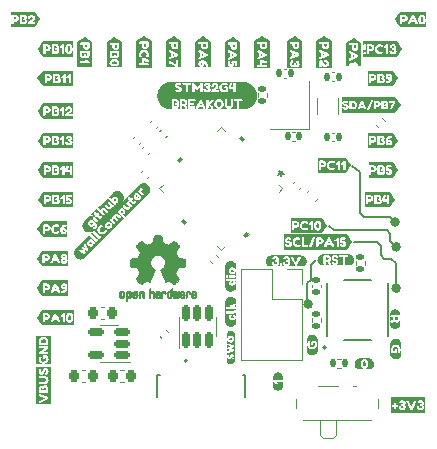
<source format=gto>
%TF.GenerationSoftware,KiCad,Pcbnew,(6.0.0-0)*%
%TF.CreationDate,2022-04-20T00:31:45+02:00*%
%TF.ProjectId,STM32G4_PCB,53544d33-3247-4345-9f50-43422e6b6963,rev?*%
%TF.SameCoordinates,Original*%
%TF.FileFunction,Legend,Top*%
%TF.FilePolarity,Positive*%
%FSLAX46Y46*%
G04 Gerber Fmt 4.6, Leading zero omitted, Abs format (unit mm)*
G04 Created by KiCad (PCBNEW (6.0.0-0)) date 2022-04-20 00:31:45*
%MOMM*%
%LPD*%
G01*
G04 APERTURE LIST*
G04 Aperture macros list*
%AMRoundRect*
0 Rectangle with rounded corners*
0 $1 Rounding radius*
0 $2 $3 $4 $5 $6 $7 $8 $9 X,Y pos of 4 corners*
0 Add a 4 corners polygon primitive as box body*
4,1,4,$2,$3,$4,$5,$6,$7,$8,$9,$2,$3,0*
0 Add four circle primitives for the rounded corners*
1,1,$1+$1,$2,$3*
1,1,$1+$1,$4,$5*
1,1,$1+$1,$6,$7*
1,1,$1+$1,$8,$9*
0 Add four rect primitives between the rounded corners*
20,1,$1+$1,$2,$3,$4,$5,0*
20,1,$1+$1,$4,$5,$6,$7,0*
20,1,$1+$1,$6,$7,$8,$9,0*
20,1,$1+$1,$8,$9,$2,$3,0*%
%AMRotRect*
0 Rectangle, with rotation*
0 The origin of the aperture is its center*
0 $1 length*
0 $2 width*
0 $3 Rotation angle, in degrees counterclockwise*
0 Add horizontal line*
21,1,$1,$2,0,0,$3*%
G04 Aperture macros list end*
%ADD10C,0.400000*%
%ADD11C,0.150000*%
%ADD12C,0.127000*%
%ADD13C,0.200000*%
%ADD14C,0.120000*%
%ADD15C,0.010000*%
%ADD16C,0.100000*%
%ADD17R,0.750000X1.000000*%
%ADD18O,1.700000X1.700000*%
%ADD19R,1.700000X1.700000*%
%ADD20RoundRect,0.140000X0.219203X0.021213X0.021213X0.219203X-0.219203X-0.021213X-0.021213X-0.219203X0*%
%ADD21RoundRect,0.135000X-0.185000X0.135000X-0.185000X-0.135000X0.185000X-0.135000X0.185000X0.135000X0*%
%ADD22RoundRect,0.135000X0.185000X-0.135000X0.185000X0.135000X-0.185000X0.135000X-0.185000X-0.135000X0*%
%ADD23RoundRect,0.135000X-0.135000X-0.185000X0.135000X-0.185000X0.135000X0.185000X-0.135000X0.185000X0*%
%ADD24RoundRect,0.135000X-0.226274X-0.035355X-0.035355X-0.226274X0.226274X0.035355X0.035355X0.226274X0*%
%ADD25RoundRect,0.140000X0.021213X-0.219203X0.219203X-0.021213X-0.021213X0.219203X-0.219203X0.021213X0*%
%ADD26RoundRect,0.140000X-0.140000X-0.170000X0.140000X-0.170000X0.140000X0.170000X-0.140000X0.170000X0*%
%ADD27R,0.450000X1.380000*%
%ADD28R,1.425000X1.550000*%
%ADD29R,1.650000X1.300000*%
%ADD30R,1.800000X1.900000*%
%ADD31R,1.000000X1.900000*%
%ADD32RoundRect,0.140000X-0.021213X0.219203X-0.219203X0.021213X0.021213X-0.219203X0.219203X-0.021213X0*%
%ADD33RoundRect,0.140000X0.140000X0.170000X-0.140000X0.170000X-0.140000X-0.170000X0.140000X-0.170000X0*%
%ADD34RoundRect,0.225000X0.225000X0.250000X-0.225000X0.250000X-0.225000X-0.250000X0.225000X-0.250000X0*%
%ADD35RotRect,0.304800X0.812800X315.000000*%
%ADD36RotRect,0.304800X0.812800X225.000000*%
%ADD37RotRect,5.689600X5.689600X225.000000*%
%ADD38RoundRect,0.140000X0.170000X-0.140000X0.170000X0.140000X-0.170000X0.140000X-0.170000X-0.140000X0*%
%ADD39RoundRect,0.225000X-0.225000X-0.250000X0.225000X-0.250000X0.225000X0.250000X-0.225000X0.250000X0*%
%ADD40R,1.200000X1.400000*%
%ADD41R,1.800000X1.000000*%
%ADD42R,0.700000X1.500000*%
%ADD43R,1.000000X0.800000*%
%ADD44C,0.900000*%
%ADD45RoundRect,0.225000X0.017678X-0.335876X0.335876X-0.017678X-0.017678X0.335876X-0.335876X0.017678X0*%
%ADD46RoundRect,0.140000X-0.219203X-0.021213X-0.021213X-0.219203X0.219203X0.021213X0.021213X0.219203X0*%
%ADD47RoundRect,0.150000X0.512500X0.150000X-0.512500X0.150000X-0.512500X-0.150000X0.512500X-0.150000X0*%
%ADD48RoundRect,0.150000X0.150000X-0.512500X0.150000X0.512500X-0.150000X0.512500X-0.150000X-0.512500X0*%
G04 APERTURE END LIST*
D10*
X90350000Y-135850000D02*
G75*
G03*
X90350000Y-135850000I-200000J0D01*
G01*
D11*
X90050000Y-134100000D02*
X90050000Y-136000000D01*
X90350000Y-133800000D02*
X90050000Y-134100000D01*
X90350000Y-132550000D02*
X90350000Y-133800000D01*
X90800000Y-132100000D02*
X90350000Y-132550000D01*
X96000000Y-130600000D02*
X94000000Y-130600000D01*
X96300000Y-130900000D02*
X96000000Y-130600000D01*
X96300000Y-131700000D02*
X96300000Y-130900000D01*
X96600000Y-132000000D02*
X96300000Y-131700000D01*
X97200000Y-132000000D02*
X96600000Y-132000000D01*
X97600000Y-132400000D02*
X97200000Y-132000000D01*
X92300000Y-129600000D02*
X91900000Y-129200000D01*
X96800000Y-129600000D02*
X92300000Y-129600000D01*
X97100000Y-129900000D02*
X96800000Y-129600000D01*
X97100000Y-130500000D02*
X97100000Y-129900000D01*
X97100000Y-130500000D02*
X97600000Y-131000000D01*
X94500000Y-124700000D02*
X93900000Y-124200000D01*
X94500000Y-128100000D02*
X94500000Y-124700000D01*
X94900000Y-128500000D02*
X94500000Y-128100000D01*
X96800000Y-128500000D02*
X94900000Y-128500000D01*
X97600000Y-134500000D02*
X97600000Y-132400000D01*
D10*
X97800000Y-134500000D02*
G75*
G03*
X97800000Y-134500000I-200000J0D01*
G01*
X97700000Y-128900000D02*
G75*
G03*
X97700000Y-128900000I-200000J0D01*
G01*
D11*
X97100000Y-128500000D02*
X97500000Y-128900000D01*
X96800000Y-128500000D02*
X97100000Y-128500000D01*
D10*
X97800000Y-131000000D02*
G75*
G03*
X97800000Y-131000000I-200000J0D01*
G01*
D11*
X87673105Y-124613084D02*
X87841464Y-124781443D01*
X87605762Y-124882458D02*
X87841464Y-124781443D01*
X87942479Y-124545741D01*
X87875136Y-125017145D02*
X87841464Y-124781443D01*
X88077166Y-124815115D01*
G36*
X71949318Y-129648801D02*
G01*
X71905515Y-129681288D01*
X71858739Y-129709325D01*
X71809438Y-129732642D01*
X71758091Y-129751014D01*
X71705190Y-129764265D01*
X71651245Y-129772267D01*
X71596775Y-129774943D01*
X71542305Y-129772267D01*
X71488360Y-129764265D01*
X71435458Y-129751014D01*
X71384111Y-129732642D01*
X71334811Y-129709324D01*
X71288034Y-129681288D01*
X71244231Y-129648801D01*
X71203823Y-129612177D01*
X71167199Y-129571769D01*
X71134712Y-129527966D01*
X71106676Y-129481189D01*
X71083358Y-129431889D01*
X71064986Y-129380542D01*
X71051735Y-129327640D01*
X71043733Y-129273695D01*
X71041057Y-129219225D01*
X71043733Y-129164755D01*
X71051735Y-129110810D01*
X71064986Y-129057909D01*
X71077578Y-129022717D01*
X71515120Y-129022717D01*
X71525772Y-129097103D01*
X71553535Y-129163108D01*
X71598412Y-129220731D01*
X71655947Y-129265608D01*
X71721691Y-129293371D01*
X71795641Y-129304024D01*
X71867932Y-129298523D01*
X71928698Y-129277831D01*
X71977940Y-129241947D01*
X72024497Y-129175746D01*
X72033730Y-129107580D01*
X72057303Y-129131153D01*
X72095020Y-129206587D01*
X72069875Y-129278879D01*
X72020175Y-129314042D01*
X71959081Y-129331526D01*
X71926865Y-129344884D01*
X71913900Y-129370421D01*
X71913507Y-129416389D01*
X71944151Y-129494180D01*
X71982654Y-129505574D01*
X72051016Y-129492609D01*
X72128415Y-129458821D01*
X72194027Y-129407745D01*
X72238511Y-129350951D01*
X72267192Y-129285339D01*
X72280070Y-129210909D01*
X72274177Y-129135170D01*
X72246543Y-129065628D01*
X72197170Y-129002286D01*
X71871860Y-128676976D01*
X71843966Y-128651439D01*
X71816857Y-128638474D01*
X71780711Y-128642402D01*
X71731207Y-128682478D01*
X71698205Y-128738267D01*
X71715491Y-128787771D01*
X71687204Y-128785413D01*
X71638879Y-128797593D01*
X71580339Y-128836488D01*
X71542709Y-128887564D01*
X71520969Y-128949640D01*
X71515120Y-129022717D01*
X71077578Y-129022717D01*
X71083358Y-129006562D01*
X71106675Y-128957261D01*
X71134712Y-128910485D01*
X71167199Y-128866682D01*
X71203823Y-128826273D01*
X71468628Y-128561468D01*
X71897791Y-128561468D01*
X71911935Y-128588970D01*
X71937865Y-128617258D01*
X72213672Y-128893064D01*
X72242352Y-128919387D01*
X72269462Y-128933139D01*
X72306000Y-128928424D01*
X72351181Y-128893850D01*
X72386345Y-128848472D01*
X72391256Y-128812916D01*
X72377898Y-128784628D01*
X72351967Y-128756340D01*
X72076947Y-128481320D01*
X72053374Y-128459318D01*
X72005442Y-128439673D01*
X71938652Y-128479748D01*
X71938308Y-128480191D01*
X71903291Y-128525323D01*
X71897791Y-128561468D01*
X71468628Y-128561468D01*
X71661927Y-128368169D01*
X71704491Y-128368169D01*
X71717850Y-128394885D01*
X71743780Y-128423172D01*
X71772068Y-128449103D01*
X71799962Y-128462854D01*
X71837286Y-128458532D01*
X71881683Y-128423566D01*
X71916649Y-128379169D01*
X71921364Y-128342238D01*
X71908006Y-128314735D01*
X71882075Y-128286448D01*
X71853788Y-128260517D01*
X71825500Y-128247159D01*
X71789551Y-128251285D01*
X71744566Y-128285662D01*
X71709402Y-128331434D01*
X71704491Y-128368169D01*
X71661927Y-128368169D01*
X71865443Y-128164653D01*
X72008585Y-128164653D01*
X72019979Y-128190977D01*
X72045516Y-128218872D01*
X72126451Y-128299806D01*
X72097377Y-128322594D01*
X72076161Y-128364239D01*
X72085983Y-128396063D01*
X72128808Y-128446746D01*
X72185776Y-128480927D01*
X72227816Y-128465604D01*
X72257675Y-128431030D01*
X72373969Y-128547325D01*
X72431680Y-128595605D01*
X72487470Y-128623108D01*
X72541339Y-128629831D01*
X72594509Y-128617695D01*
X72648203Y-128588621D01*
X72702422Y-128542610D01*
X72727566Y-128515108D01*
X72741711Y-128487606D01*
X72737585Y-128450478D01*
X72703207Y-128405099D01*
X72632488Y-128370526D01*
X72604200Y-128383884D01*
X72574734Y-128410993D01*
X72540160Y-128426709D01*
X72502836Y-128402742D01*
X72394400Y-128294306D01*
X72448618Y-128246374D01*
X72474548Y-128218086D01*
X72488691Y-128190584D01*
X72483977Y-128154045D01*
X72449403Y-128108863D01*
X72404025Y-128073700D01*
X72368468Y-128068790D01*
X72340181Y-128082148D01*
X72312286Y-128107685D01*
X72263175Y-128163082D01*
X72186169Y-128086075D01*
X72142166Y-128049931D01*
X72099342Y-128049145D01*
X72049445Y-128084504D01*
X72014086Y-128129686D01*
X72008585Y-128164653D01*
X71865443Y-128164653D01*
X72215111Y-127814985D01*
X72257675Y-127814985D01*
X72271033Y-127841701D01*
X72296964Y-127869989D01*
X72766855Y-128339880D01*
X72795536Y-128366204D01*
X72822645Y-128379955D01*
X72859184Y-128375240D01*
X72904365Y-128340666D01*
X72939529Y-128295288D01*
X72944440Y-128259732D01*
X72931082Y-128231444D01*
X72905151Y-128203156D01*
X72752711Y-128050717D01*
X72738960Y-127988247D01*
X72771177Y-127922243D01*
X72835217Y-127894348D01*
X72903579Y-127926564D01*
X73041090Y-128064075D01*
X73070556Y-128091184D01*
X73099237Y-128104935D01*
X73135382Y-128099434D01*
X73179386Y-128065646D01*
X73214549Y-128020267D01*
X73219460Y-127984712D01*
X73206102Y-127956424D01*
X73180171Y-127928135D01*
X73041875Y-127789839D01*
X72981415Y-127740991D01*
X72915278Y-127709691D01*
X72843468Y-127695940D01*
X72772531Y-127700524D01*
X72709014Y-127724228D01*
X72652918Y-127767052D01*
X72615595Y-127828343D01*
X72608914Y-127906920D01*
X72435259Y-127733265D01*
X72406972Y-127707334D01*
X72378684Y-127693976D01*
X72342735Y-127698101D01*
X72297749Y-127732478D01*
X72262586Y-127778250D01*
X72257675Y-127814985D01*
X72215111Y-127814985D01*
X72497990Y-127532106D01*
X72925582Y-127532106D01*
X72939332Y-127559215D01*
X72965656Y-127587896D01*
X73103166Y-127725406D01*
X73163670Y-127774299D01*
X73229937Y-127805730D01*
X73301966Y-127819699D01*
X73373209Y-127815247D01*
X73437119Y-127791411D01*
X73493695Y-127748194D01*
X73534555Y-127672760D01*
X73538484Y-127634257D01*
X73536912Y-127604398D01*
X73576987Y-127628756D01*
X73611364Y-127622667D01*
X73654778Y-127588682D01*
X73689156Y-127544089D01*
X73694853Y-127507748D01*
X73682281Y-127480245D01*
X73657136Y-127452743D01*
X73378972Y-127174579D01*
X73350684Y-127148649D01*
X73323182Y-127134506D01*
X73286644Y-127139220D01*
X73241462Y-127173794D01*
X73206298Y-127219172D01*
X73201387Y-127254729D01*
X73214746Y-127283016D01*
X73240676Y-127311304D01*
X73379758Y-127450386D01*
X73410010Y-127519141D01*
X73378579Y-127588289D01*
X73311002Y-127619720D01*
X73242247Y-127587896D01*
X73104737Y-127450386D01*
X73059948Y-127415027D01*
X73016731Y-127413455D01*
X72965656Y-127449600D01*
X72930493Y-127495371D01*
X72925582Y-127532106D01*
X72497990Y-127532106D01*
X73166682Y-126863414D01*
X73209245Y-126863414D01*
X73222603Y-126890131D01*
X73248534Y-126918419D01*
X73717640Y-127387525D01*
X73745927Y-127413455D01*
X73773430Y-127427599D01*
X73809968Y-127422884D01*
X73855150Y-127388310D01*
X73893064Y-127331145D01*
X73884224Y-127282231D01*
X73950425Y-127272605D01*
X74017019Y-127224870D01*
X74053732Y-127174449D01*
X74074817Y-127112242D01*
X74080274Y-127038249D01*
X74069185Y-126962553D01*
X74040636Y-126895238D01*
X73994625Y-126836305D01*
X73935605Y-126790293D01*
X73868028Y-126761744D01*
X73791895Y-126750656D01*
X73717116Y-126756462D01*
X73653600Y-126778594D01*
X73601346Y-126817054D01*
X73559504Y-126878148D01*
X73550270Y-126945135D01*
X73386830Y-126781694D01*
X73358542Y-126755764D01*
X73330254Y-126742406D01*
X73294305Y-126746530D01*
X73249319Y-126780908D01*
X73214156Y-126826679D01*
X73209245Y-126863414D01*
X73166682Y-126863414D01*
X73594273Y-126435823D01*
X73634682Y-126399199D01*
X73678485Y-126366712D01*
X73725261Y-126338675D01*
X73774562Y-126315358D01*
X73825909Y-126296986D01*
X73878810Y-126283735D01*
X73932755Y-126275733D01*
X73987225Y-126273057D01*
X74041695Y-126275733D01*
X74095640Y-126283735D01*
X74148542Y-126296986D01*
X74199889Y-126315358D01*
X74249189Y-126338676D01*
X74295966Y-126366712D01*
X74339769Y-126399199D01*
X74380177Y-126435823D01*
X74416801Y-126476231D01*
X74449288Y-126520034D01*
X74477324Y-126566811D01*
X74500642Y-126616111D01*
X74519014Y-126667458D01*
X74532265Y-126720360D01*
X74540267Y-126774305D01*
X74542943Y-126828775D01*
X74540267Y-126883245D01*
X74532265Y-126937190D01*
X74519014Y-126990091D01*
X74500642Y-127041438D01*
X74477325Y-127090739D01*
X74449288Y-127137515D01*
X74416801Y-127181318D01*
X74380177Y-127221727D01*
X71989727Y-129612177D01*
X71949318Y-129648801D01*
G37*
G36*
X73857507Y-126974208D02*
G01*
X73884223Y-127041784D01*
X73855935Y-127112504D01*
X73786394Y-127139613D01*
X73720390Y-127112111D01*
X73691317Y-127046107D01*
X73719212Y-126974208D01*
X73791109Y-126945528D01*
X73857507Y-126974208D01*
G37*
G36*
X71868324Y-128951605D02*
G01*
X71895041Y-129016038D01*
X71868325Y-129084400D01*
X71799176Y-129112688D01*
X71733171Y-129086757D01*
X71705277Y-129021146D01*
X71733564Y-128950426D01*
X71803891Y-128923316D01*
X71868324Y-128951605D01*
G37*
G36*
X71240981Y-131949485D02*
G01*
X71197045Y-131982068D01*
X71150129Y-132010190D01*
X71100681Y-132033577D01*
X71049180Y-132052004D01*
X70996120Y-132065295D01*
X70942013Y-132073321D01*
X70887379Y-132076005D01*
X70832746Y-132073321D01*
X70778639Y-132065295D01*
X70725579Y-132052004D01*
X70674078Y-132033577D01*
X70624630Y-132010189D01*
X70577713Y-131982068D01*
X70533779Y-131949484D01*
X70493249Y-131912751D01*
X70456516Y-131872221D01*
X70423932Y-131828287D01*
X70395811Y-131781370D01*
X70372423Y-131731922D01*
X70353996Y-131680421D01*
X70340705Y-131627361D01*
X70332679Y-131573254D01*
X70329995Y-131518621D01*
X70332679Y-131463987D01*
X70340705Y-131409880D01*
X70353996Y-131356820D01*
X70361776Y-131335077D01*
X70726361Y-131335077D01*
X70743256Y-131374366D01*
X70781758Y-131397153D01*
X71189574Y-131567666D01*
X71239471Y-131573559D01*
X71294082Y-131546450D01*
X71318442Y-131484374D01*
X71314512Y-131455300D01*
X71308226Y-131435657D01*
X71299582Y-131416012D01*
X71265794Y-131342935D01*
X71242418Y-131292645D01*
X71227291Y-131258072D01*
X71311369Y-131296226D01*
X71367683Y-131321632D01*
X71396232Y-131334291D01*
X71415877Y-131341363D01*
X71466167Y-131346864D01*
X71514884Y-131325648D01*
X71539243Y-131290288D01*
X71543565Y-131247464D01*
X71529813Y-131202282D01*
X71405662Y-130905259D01*
X71375410Y-130832575D01*
X71345157Y-130777178D01*
X71302923Y-130760088D01*
X71240650Y-130773249D01*
X71201362Y-130796823D01*
X71180931Y-130842398D01*
X71195075Y-130903688D01*
X71277581Y-131082059D01*
X71248333Y-131069399D01*
X71190971Y-131042944D01*
X71105497Y-131002695D01*
X71085853Y-130995623D01*
X71037528Y-130993659D01*
X70984488Y-131021554D01*
X70960915Y-131090702D01*
X70971130Y-131135491D01*
X71052064Y-131309147D01*
X70958907Y-131266104D01*
X70891068Y-131235459D01*
X70848549Y-131217211D01*
X70828512Y-131209746D01*
X70801403Y-131210139D01*
X70769186Y-131228998D01*
X70738541Y-131280073D01*
X70726361Y-131335077D01*
X70361776Y-131335077D01*
X70372423Y-131305319D01*
X70395810Y-131255871D01*
X70423932Y-131208955D01*
X70456515Y-131165019D01*
X70493249Y-131124491D01*
X70925425Y-130692315D01*
X71440236Y-130692315D01*
X71451105Y-130768230D01*
X71479524Y-130835675D01*
X71525492Y-130894651D01*
X71584469Y-130940707D01*
X71651914Y-130969387D01*
X71727829Y-130980694D01*
X71802171Y-130975324D01*
X71864902Y-130953977D01*
X71916021Y-130916653D01*
X71963855Y-130847996D01*
X71971418Y-130777964D01*
X72019351Y-130792109D01*
X72087319Y-130745355D01*
X72117080Y-130705379D01*
X72120715Y-130671099D01*
X72106571Y-130643598D01*
X72080640Y-130615310D01*
X71805620Y-130340289D01*
X71777332Y-130314359D01*
X71749437Y-130300608D01*
X71712113Y-130304930D01*
X71661824Y-130345789D01*
X71628625Y-130400990D01*
X71643751Y-130451869D01*
X71613499Y-130449905D01*
X71565174Y-130462869D01*
X71507026Y-130502158D01*
X71468524Y-130554369D01*
X71446260Y-130617755D01*
X71440236Y-130692315D01*
X70925425Y-130692315D01*
X71590974Y-130026766D01*
X71633536Y-130026766D01*
X71647680Y-130054268D01*
X71673610Y-130082556D01*
X72047638Y-130456584D01*
X72125822Y-130523767D01*
X72192220Y-130557163D01*
X72247028Y-130554609D01*
X72310872Y-130518660D01*
X72377270Y-130459334D01*
X72403592Y-130416509D01*
X72394753Y-130384096D01*
X72358804Y-130340289D01*
X72287298Y-130300215D01*
X72267261Y-130306894D01*
X72244474Y-130327324D01*
X72216186Y-130340682D01*
X72175719Y-130309644D01*
X71811906Y-129945831D01*
X71783226Y-129919509D01*
X71754545Y-129905757D01*
X71717810Y-129910668D01*
X71673610Y-129944260D01*
X71638447Y-129990031D01*
X71633536Y-130026766D01*
X71590974Y-130026766D01*
X71847922Y-129769818D01*
X71890484Y-129769818D01*
X71904627Y-129797321D01*
X71930558Y-129825608D01*
X72304585Y-130199636D01*
X72382770Y-130266820D01*
X72449168Y-130300215D01*
X72503975Y-130297661D01*
X72567819Y-130261712D01*
X72634217Y-130202387D01*
X72660540Y-130159561D01*
X72651701Y-130127148D01*
X72615751Y-130083342D01*
X72544246Y-130043267D01*
X72524209Y-130049946D01*
X72501421Y-130070377D01*
X72473133Y-130083735D01*
X72432666Y-130052696D01*
X72068854Y-129688884D01*
X72040173Y-129662561D01*
X72011492Y-129648810D01*
X71974758Y-129653721D01*
X71930558Y-129687312D01*
X71895395Y-129733083D01*
X71890484Y-129769818D01*
X71847922Y-129769818D01*
X72054580Y-129563160D01*
X72303800Y-129563160D01*
X72311755Y-129629067D01*
X72334052Y-129697920D01*
X72371474Y-129765988D01*
X72424808Y-129829537D01*
X72489046Y-129883363D01*
X72559176Y-129922258D01*
X72630387Y-129946126D01*
X72697865Y-129954867D01*
X72762986Y-129951430D01*
X72827124Y-129938760D01*
X72886843Y-129918722D01*
X72938704Y-129893185D01*
X72983984Y-129862638D01*
X73023960Y-129827573D01*
X73058829Y-129786418D01*
X73088786Y-129737602D01*
X73121396Y-129664132D01*
X73132004Y-129620522D01*
X73137111Y-129576125D01*
X73120218Y-129538016D01*
X73058928Y-129511299D01*
X72998619Y-129505602D01*
X72962277Y-129519943D01*
X72940276Y-129573376D01*
X72936346Y-129597735D01*
X72917881Y-129641345D01*
X72878200Y-129693599D01*
X72818677Y-129735834D01*
X72743832Y-129758818D01*
X72654254Y-129749389D01*
X72608974Y-129727681D01*
X72567426Y-129693992D01*
X72533737Y-129652444D01*
X72512029Y-129607164D01*
X72502600Y-129519157D01*
X72525977Y-129442741D01*
X72567819Y-129383218D01*
X72624002Y-129340394D01*
X72682542Y-129321928D01*
X72739904Y-129299140D01*
X72755226Y-129262602D01*
X72752476Y-129201705D01*
X72732985Y-129158488D01*
X72952848Y-129158488D01*
X72960705Y-129239684D01*
X72990565Y-129313547D01*
X73042426Y-129380075D01*
X73110395Y-129431347D01*
X73188580Y-129459439D01*
X73269612Y-129466020D01*
X73346128Y-129452759D01*
X73414783Y-129422409D01*
X73472244Y-129377718D01*
X73517229Y-129320750D01*
X73548463Y-129253566D01*
X73562509Y-129178230D01*
X73555928Y-129096804D01*
X73526952Y-129017147D01*
X73473815Y-128947115D01*
X73407417Y-128895210D01*
X73333948Y-128865219D01*
X73253406Y-128857144D01*
X73173912Y-128868974D01*
X73103585Y-128898702D01*
X73042426Y-128946329D01*
X72994756Y-129007619D01*
X72964896Y-129078339D01*
X72952848Y-129158488D01*
X72732985Y-129158488D01*
X72725366Y-129141594D01*
X72667613Y-129124699D01*
X72631467Y-129132557D01*
X72601608Y-129140415D01*
X72520673Y-129174989D01*
X72474312Y-129204259D01*
X72434238Y-129238636D01*
X72387179Y-129295124D01*
X72349724Y-129360868D01*
X72321872Y-129435865D01*
X72307925Y-129499120D01*
X72303800Y-129563160D01*
X72054580Y-129563160D01*
X72915786Y-128701954D01*
X73348091Y-128701954D01*
X73360664Y-128729456D01*
X73386595Y-128757743D01*
X73663186Y-129034335D01*
X73691867Y-129060659D01*
X73718976Y-129074410D01*
X73755514Y-129069696D01*
X73800696Y-129035122D01*
X73835663Y-128989940D01*
X73841556Y-128953401D01*
X73828198Y-128925113D01*
X73802268Y-128896825D01*
X73663186Y-128757743D01*
X73623701Y-128694686D01*
X73641970Y-128642235D01*
X73695599Y-128622787D01*
X73759050Y-128661880D01*
X73896561Y-128799390D01*
X73924848Y-128825320D01*
X73952351Y-128839464D01*
X73989478Y-128835338D01*
X74034857Y-128800961D01*
X74070020Y-128755190D01*
X74074930Y-128718455D01*
X74061966Y-128690561D01*
X74035642Y-128661880D01*
X73898132Y-128524369D01*
X73856879Y-128463472D01*
X73876130Y-128408075D01*
X73929759Y-128388627D01*
X73993211Y-128427719D01*
X74130721Y-128565229D01*
X74159008Y-128591160D01*
X74186510Y-128605304D01*
X74223638Y-128601179D01*
X74269016Y-128566801D01*
X74303984Y-128521226D01*
X74308305Y-128485080D01*
X74294947Y-128456793D01*
X74269016Y-128428505D01*
X74131506Y-128290995D01*
X74059434Y-128228351D01*
X73991988Y-128189194D01*
X73929170Y-128173522D01*
X73845387Y-128184817D01*
X73775551Y-128230491D01*
X73735870Y-128300817D01*
X73725262Y-128368000D01*
X73729191Y-128413575D01*
X73660480Y-128406328D01*
X73597879Y-128423354D01*
X73541392Y-128464650D01*
X73507211Y-128526727D01*
X73508389Y-128609233D01*
X73454171Y-128581731D01*
X73382665Y-128624948D01*
X73352020Y-128666201D01*
X73348091Y-128701954D01*
X72915786Y-128701954D01*
X73583693Y-128034047D01*
X74015998Y-128034047D01*
X74028963Y-128060371D01*
X74054501Y-128088266D01*
X74513392Y-128547157D01*
X74541286Y-128572694D01*
X74568002Y-128585267D01*
X74604148Y-128580552D01*
X74647759Y-128546371D01*
X74681547Y-128503153D01*
X74685476Y-128467008D01*
X74672511Y-128439899D01*
X74646973Y-128412004D01*
X74488247Y-128253278D01*
X74553270Y-128242473D01*
X74617899Y-128195916D01*
X74653303Y-128147068D01*
X74673602Y-128086432D01*
X74678797Y-128014010D01*
X74667927Y-127939841D01*
X74640033Y-127873968D01*
X74595112Y-127816388D01*
X74537489Y-127771512D01*
X74471484Y-127743748D01*
X74397098Y-127733097D01*
X74324501Y-127738466D01*
X74263866Y-127758765D01*
X74215191Y-127793994D01*
X74169911Y-127859704D01*
X74162151Y-127928753D01*
X74114219Y-127914610D01*
X74047429Y-127960184D01*
X74018748Y-127999473D01*
X74015998Y-128034047D01*
X73583693Y-128034047D01*
X74041798Y-127575942D01*
X74472532Y-127575942D01*
X74486283Y-127603051D01*
X74512606Y-127631732D01*
X74650117Y-127769242D01*
X74710621Y-127818134D01*
X74776887Y-127849566D01*
X74848917Y-127863535D01*
X74920160Y-127859082D01*
X74984070Y-127835247D01*
X75040645Y-127792029D01*
X75081505Y-127716595D01*
X75085434Y-127678092D01*
X75083862Y-127648233D01*
X75123938Y-127672592D01*
X75158314Y-127666502D01*
X75201728Y-127632518D01*
X75236107Y-127587925D01*
X75241803Y-127551583D01*
X75229230Y-127524081D01*
X75204085Y-127496579D01*
X74925922Y-127218416D01*
X74897634Y-127192485D01*
X74870133Y-127178341D01*
X74833594Y-127183056D01*
X74788413Y-127217630D01*
X74753249Y-127263008D01*
X74748337Y-127298564D01*
X74761695Y-127326852D01*
X74787627Y-127355140D01*
X74926708Y-127494221D01*
X74956961Y-127562977D01*
X74925530Y-127632125D01*
X74857953Y-127663556D01*
X74789198Y-127631732D01*
X74651688Y-127494221D01*
X74606898Y-127458862D01*
X74563681Y-127457291D01*
X74512606Y-127493436D01*
X74477443Y-127539208D01*
X74472532Y-127575942D01*
X74041798Y-127575942D01*
X74713634Y-126904106D01*
X74859917Y-126904106D01*
X74871311Y-126930430D01*
X74896849Y-126958325D01*
X74977783Y-127039260D01*
X74948710Y-127062047D01*
X74927494Y-127103693D01*
X74937316Y-127135517D01*
X74980140Y-127186199D01*
X75037109Y-127220380D01*
X75079148Y-127205057D01*
X75109007Y-127170483D01*
X75225301Y-127286777D01*
X75283012Y-127335059D01*
X75338802Y-127362561D01*
X75392671Y-127369283D01*
X75445842Y-127357148D01*
X75499536Y-127328075D01*
X75553754Y-127282063D01*
X75578899Y-127254561D01*
X75593043Y-127227059D01*
X75588917Y-127189931D01*
X75554540Y-127144553D01*
X75483820Y-127109979D01*
X75455533Y-127123338D01*
X75426067Y-127150447D01*
X75391493Y-127166162D01*
X75354169Y-127142195D01*
X75245732Y-127033758D01*
X75299950Y-126985826D01*
X75325881Y-126957539D01*
X75340024Y-126930037D01*
X75335310Y-126893499D01*
X75300736Y-126848317D01*
X75255358Y-126813153D01*
X75219801Y-126808242D01*
X75191513Y-126821600D01*
X75163619Y-126847138D01*
X75114508Y-126902535D01*
X75037502Y-126825529D01*
X74993498Y-126789384D01*
X74950674Y-126788598D01*
X74900777Y-126823958D01*
X74865417Y-126869140D01*
X74859917Y-126904106D01*
X74713634Y-126904106D01*
X74884932Y-126732808D01*
X75376170Y-126732808D01*
X75384552Y-126812346D01*
X75415983Y-126886470D01*
X75470463Y-126955182D01*
X75526689Y-127000407D01*
X75590598Y-127031314D01*
X75662191Y-127047903D01*
X75722106Y-127047510D01*
X75785557Y-127030616D01*
X75849008Y-126997221D01*
X75908924Y-126947324D01*
X75977777Y-126869729D01*
X76016967Y-126804314D01*
X76026495Y-126751077D01*
X76006359Y-126710021D01*
X75959999Y-126684090D01*
X75881421Y-126691948D01*
X75858634Y-126732023D01*
X75853134Y-126743809D01*
X75829364Y-126781722D01*
X75791058Y-126824743D01*
X75724267Y-126861675D01*
X75661405Y-126850674D01*
X75847633Y-126664446D01*
X75877492Y-126588226D01*
X75866001Y-126540785D01*
X75829954Y-126492755D01*
X75776816Y-126452975D01*
X75714052Y-126430286D01*
X75651190Y-126425767D01*
X75590686Y-126438143D01*
X75532538Y-126467414D01*
X75476748Y-126513577D01*
X75422967Y-126580543D01*
X75389441Y-126653620D01*
X75376170Y-126732808D01*
X74884932Y-126732808D01*
X75320249Y-126297491D01*
X75752555Y-126297491D01*
X75765913Y-126324206D01*
X75791844Y-126352494D01*
X76067650Y-126628301D01*
X76090437Y-126651088D01*
X76138369Y-126670733D01*
X76205946Y-126629872D01*
X76240912Y-126584690D01*
X76246805Y-126548151D01*
X76233447Y-126519864D01*
X76207517Y-126491576D01*
X76042505Y-126326564D01*
X76024825Y-126271953D01*
X76049576Y-126217341D01*
X76090044Y-126189446D01*
X76123439Y-126168623D01*
X76136798Y-126095547D01*
X76096723Y-126025613D01*
X76050363Y-125998896D01*
X76009502Y-126007541D01*
X75975322Y-126028363D01*
X75942319Y-126057437D01*
X75912852Y-126113619D01*
X75902244Y-126166660D01*
X75904209Y-126191411D01*
X75869635Y-126174124D01*
X75835454Y-126181196D01*
X75792629Y-126214984D01*
X75757466Y-126260756D01*
X75752555Y-126297491D01*
X75320249Y-126297491D01*
X75844491Y-125773249D01*
X75885019Y-125736515D01*
X75928955Y-125703932D01*
X75975871Y-125675810D01*
X76025319Y-125652423D01*
X76076820Y-125633996D01*
X76129880Y-125620705D01*
X76183987Y-125612679D01*
X76238621Y-125609995D01*
X76293254Y-125612679D01*
X76347361Y-125620705D01*
X76400421Y-125633996D01*
X76451922Y-125652423D01*
X76501370Y-125675811D01*
X76548287Y-125703932D01*
X76592221Y-125736516D01*
X76632751Y-125773249D01*
X76669484Y-125813779D01*
X76702068Y-125857713D01*
X76730189Y-125904630D01*
X76753577Y-125954078D01*
X76772004Y-126005579D01*
X76785295Y-126058639D01*
X76793321Y-126112746D01*
X76796005Y-126167379D01*
X76793321Y-126222013D01*
X76785295Y-126276120D01*
X76772004Y-126329180D01*
X76753577Y-126380681D01*
X76730190Y-126430129D01*
X76702068Y-126477045D01*
X76669485Y-126520981D01*
X76632751Y-126561509D01*
X71281509Y-131912751D01*
X71240981Y-131949485D01*
G37*
G36*
X73293480Y-129057123D02*
G01*
X73333161Y-129084625D01*
X73360467Y-129124896D01*
X73365379Y-129168703D01*
X73333161Y-129240208D01*
X73262835Y-129272032D01*
X73220010Y-129266924D01*
X73180329Y-129239815D01*
X73152925Y-129200232D01*
X73146933Y-129157701D01*
X73179936Y-129085410D01*
X73251441Y-129051623D01*
X73293480Y-129057123D01*
G37*
G36*
X71801299Y-130620418D02*
G01*
X71828800Y-130686422D01*
X71801692Y-130755963D01*
X71731364Y-130784643D01*
X71664181Y-130758320D01*
X71635500Y-130691137D01*
X71663788Y-130618846D01*
X71735294Y-130591343D01*
X71801299Y-130620418D01*
G37*
G36*
X74461531Y-127951541D02*
G01*
X74487854Y-128017939D01*
X74459566Y-128087087D01*
X74391597Y-128113411D01*
X74327164Y-128085909D01*
X74298876Y-128021475D01*
X74325985Y-127951934D01*
X74395919Y-127923646D01*
X74461531Y-127951541D01*
G37*
G36*
X75692050Y-126626729D02*
G01*
X75687336Y-126681733D01*
X75588328Y-126780741D01*
X75569077Y-126711200D01*
X75598936Y-126639694D01*
X75649225Y-126611406D01*
X75692050Y-126626729D01*
G37*
G36*
X99096457Y-111817786D02*
G01*
X98948661Y-111817786D01*
X99022003Y-111665545D01*
X99096457Y-111817786D01*
G37*
G36*
X98341918Y-111562754D02*
G01*
X98374144Y-111636653D01*
X98341918Y-111709995D01*
X98276354Y-111734443D01*
X98136337Y-111734443D01*
X98136337Y-111537751D01*
X98275243Y-111537751D01*
X98341918Y-111562754D01*
G37*
G36*
X99835021Y-111539488D02*
G01*
X99870442Y-111581368D01*
X99891695Y-111651168D01*
X99898779Y-111748889D01*
X99898779Y-111755556D01*
X99891626Y-111850846D01*
X99870165Y-111918910D01*
X99834396Y-111959748D01*
X99784321Y-111973361D01*
X99735217Y-111959366D01*
X99700143Y-111917382D01*
X99679099Y-111847408D01*
X99672084Y-111749444D01*
X99679169Y-111651481D01*
X99700421Y-111581507D01*
X99735842Y-111539522D01*
X99785432Y-111525528D01*
X99835021Y-111539488D01*
G37*
G36*
X97504437Y-111750000D02*
G01*
X97939553Y-111097326D01*
X100095563Y-111097326D01*
X100095563Y-112402674D01*
X97939553Y-112402674D01*
X97708166Y-112055594D01*
X97939646Y-112055594D01*
X97946313Y-112113379D01*
X97975761Y-112144216D01*
X98037436Y-112154495D01*
X98094665Y-112146994D01*
X98124113Y-112124491D01*
X98134670Y-112095043D01*
X98135516Y-112075596D01*
X98614174Y-112075596D01*
X98630287Y-112113379D01*
X98678627Y-112146716D01*
X98738079Y-112165608D01*
X98773639Y-112155051D01*
X98793641Y-112134493D01*
X98810866Y-112102266D01*
X98868651Y-111982251D01*
X99176467Y-111982251D01*
X99234252Y-112102266D01*
X99251476Y-112135604D01*
X99271479Y-112156718D01*
X99307039Y-112166719D01*
X99366491Y-112147828D01*
X99414830Y-112113657D01*
X99430943Y-112075596D01*
X99412052Y-112018923D01*
X99281390Y-111748889D01*
X99475393Y-111748889D01*
X99478974Y-111826800D01*
X99489716Y-111899031D01*
X99507619Y-111965583D01*
X99531650Y-112021423D01*
X99561515Y-112068929D01*
X99600686Y-112108795D01*
X99652637Y-112141716D01*
X99715284Y-112163802D01*
X99786543Y-112171164D01*
X99857524Y-112163941D01*
X99919337Y-112142271D01*
X99970316Y-112109489D01*
X100008793Y-112068929D01*
X100046714Y-112004824D01*
X100073801Y-111930300D01*
X100090053Y-111845359D01*
X100095471Y-111750000D01*
X100091766Y-111676534D01*
X100080654Y-111605784D01*
X100062133Y-111537751D01*
X100038936Y-111481633D01*
X100009349Y-111433294D01*
X99970455Y-111392455D01*
X99919337Y-111358840D01*
X99857246Y-111336337D01*
X99785432Y-111328836D01*
X99713339Y-111336476D01*
X99650415Y-111359396D01*
X99598603Y-111393567D01*
X99559848Y-111434961D01*
X99529150Y-111488440D01*
X99501507Y-111558865D01*
X99486999Y-111615045D01*
X99478295Y-111678386D01*
X99475393Y-111748889D01*
X99281390Y-111748889D01*
X99112014Y-111398845D01*
X99075343Y-111355506D01*
X99023114Y-111341060D01*
X98970330Y-111356618D01*
X98933103Y-111397734D01*
X98633066Y-112018923D01*
X98614174Y-112075596D01*
X98135516Y-112075596D01*
X98136337Y-112056705D01*
X98136337Y-111931134D01*
X98275243Y-111931134D01*
X98340436Y-111923232D01*
X98404148Y-111899525D01*
X98466378Y-111860014D01*
X98507772Y-111819592D01*
X98540832Y-111767224D01*
X98562501Y-111705411D01*
X98569724Y-111636653D01*
X98562501Y-111567755D01*
X98540832Y-111505525D01*
X98507772Y-111452741D01*
X98466378Y-111412180D01*
X98404272Y-111372669D01*
X98340930Y-111348962D01*
X98276354Y-111341060D01*
X98038547Y-111341060D01*
X97981317Y-111348561D01*
X97951869Y-111371064D01*
X97941312Y-111400512D01*
X97939646Y-111438850D01*
X97939646Y-112055594D01*
X97708166Y-112055594D01*
X97504437Y-111750000D01*
G37*
G36*
X65016667Y-111103993D02*
G01*
X67052662Y-111103993D01*
X67483333Y-111750000D01*
X67052662Y-112396007D01*
X65016667Y-112396007D01*
X65016667Y-112062261D01*
X65016759Y-112062261D01*
X65023427Y-112120046D01*
X65052875Y-112150883D01*
X65114549Y-112161163D01*
X65171779Y-112153662D01*
X65201227Y-112131159D01*
X65211784Y-112101711D01*
X65213451Y-112063373D01*
X65213451Y-112061150D01*
X65719069Y-112061150D01*
X65725737Y-112118935D01*
X65755185Y-112150606D01*
X65816859Y-112161163D01*
X66109118Y-112161163D01*
X66175978Y-112152828D01*
X66235801Y-112127825D01*
X66288585Y-112086153D01*
X66305153Y-112064484D01*
X66420268Y-112064484D01*
X66449161Y-112134493D01*
X66518058Y-112164496D01*
X66952557Y-112164496D01*
X67021454Y-112151161D01*
X67045346Y-112122269D01*
X67052569Y-112066151D01*
X67045902Y-112009477D01*
X67019788Y-111977251D01*
X66954779Y-111966694D01*
X66751421Y-111966694D01*
X66751421Y-111961138D01*
X66779202Y-111950025D01*
X66848099Y-111912520D01*
X66925887Y-111851124D01*
X66962003Y-111811119D01*
X66992562Y-111760001D01*
X67013398Y-111701661D01*
X67020343Y-111639986D01*
X67011083Y-111563619D01*
X66983302Y-111493054D01*
X66936999Y-111428293D01*
X66875819Y-111376743D01*
X66803403Y-111345814D01*
X66719750Y-111335504D01*
X66636159Y-111345690D01*
X66563928Y-111376250D01*
X66503056Y-111427182D01*
X66457063Y-111490955D01*
X66429467Y-111560038D01*
X66420268Y-111634430D01*
X66425824Y-111691104D01*
X66456106Y-111722774D01*
X66518058Y-111733331D01*
X66574732Y-111726664D01*
X66604736Y-111706661D01*
X66615293Y-111678880D01*
X66616959Y-111642209D01*
X66616959Y-111635541D01*
X66621404Y-111609983D01*
X66650853Y-111558309D01*
X66712527Y-111532195D01*
X66768089Y-111542196D01*
X66797538Y-111563866D01*
X66814762Y-111593869D01*
X66822541Y-111622206D01*
X66812123Y-111670823D01*
X66780869Y-111716663D01*
X66734891Y-111758751D01*
X66680301Y-111796117D01*
X66621404Y-111831399D01*
X66562508Y-111867237D01*
X66507918Y-111906964D01*
X66461940Y-111953914D01*
X66430686Y-112006838D01*
X66420268Y-112064484D01*
X66305153Y-112064484D01*
X66329887Y-112032134D01*
X66355260Y-111970089D01*
X66364706Y-111900019D01*
X66357421Y-111837665D01*
X66335566Y-111779510D01*
X66299142Y-111725553D01*
X66330813Y-111661378D01*
X66341369Y-111591091D01*
X66333344Y-111526886D01*
X66309267Y-111469101D01*
X66269138Y-111417736D01*
X66219502Y-111378225D01*
X66162458Y-111354518D01*
X66098006Y-111346616D01*
X65817971Y-111346616D01*
X65760741Y-111354117D01*
X65731293Y-111376620D01*
X65720736Y-111405512D01*
X65719069Y-111444406D01*
X65719069Y-112061150D01*
X65213451Y-112061150D01*
X65213451Y-111937801D01*
X65352357Y-111937801D01*
X65417550Y-111929899D01*
X65481262Y-111906192D01*
X65543492Y-111866681D01*
X65584886Y-111826260D01*
X65617946Y-111773892D01*
X65639615Y-111712079D01*
X65646838Y-111643320D01*
X65639615Y-111574423D01*
X65617946Y-111512193D01*
X65584886Y-111459408D01*
X65543492Y-111418848D01*
X65481385Y-111379336D01*
X65418044Y-111355630D01*
X65353468Y-111347728D01*
X65115661Y-111347728D01*
X65058431Y-111355228D01*
X65028983Y-111377731D01*
X65018426Y-111407179D01*
X65016759Y-111445518D01*
X65016759Y-112062261D01*
X65016667Y-112062261D01*
X65016667Y-111103993D01*
G37*
G36*
X66126343Y-111554420D02*
G01*
X66144678Y-111593314D01*
X66141344Y-111633319D01*
X66088004Y-111656655D01*
X66019663Y-111672213D01*
X65999104Y-111736109D01*
X66019107Y-111800006D01*
X66079114Y-111815564D01*
X66141344Y-111824454D01*
X66161903Y-111846679D01*
X66168014Y-111888906D01*
X66150512Y-111945580D01*
X66098006Y-111964471D01*
X65915761Y-111964471D01*
X65915761Y-111543308D01*
X66071336Y-111543308D01*
X66126343Y-111554420D01*
G37*
G36*
X65419032Y-111569422D02*
G01*
X65451258Y-111643320D01*
X65419032Y-111716663D01*
X65353468Y-111741110D01*
X65213451Y-111741110D01*
X65213451Y-111544419D01*
X65352357Y-111544419D01*
X65419032Y-111569422D01*
G37*
G36*
X94827915Y-113597881D02*
G01*
X97637340Y-113597881D01*
X98072085Y-114250000D01*
X97637340Y-114902119D01*
X94827915Y-114902119D01*
X94827915Y-114551704D01*
X94828007Y-114551704D01*
X94833424Y-114603794D01*
X94849677Y-114635604D01*
X94882736Y-114651856D01*
X94938577Y-114657273D01*
X94993444Y-114649217D01*
X95023587Y-114625047D01*
X95034144Y-114594488D01*
X95035764Y-114556149D01*
X95124711Y-114556149D01*
X95131378Y-114613934D01*
X95160827Y-114644772D01*
X95222501Y-114655051D01*
X95279730Y-114647550D01*
X95309178Y-114625047D01*
X95319735Y-114595599D01*
X95321402Y-114557261D01*
X95321402Y-114431689D01*
X95460308Y-114431689D01*
X95525502Y-114423787D01*
X95589213Y-114400080D01*
X95651443Y-114360569D01*
X95692837Y-114320148D01*
X95725897Y-114267780D01*
X95733883Y-114244999D01*
X95810352Y-114244999D01*
X95817714Y-114328482D01*
X95839800Y-114405575D01*
X95873277Y-114472806D01*
X95914810Y-114526701D01*
X95963288Y-114570318D01*
X96017600Y-114606711D01*
X96073996Y-114634770D01*
X96128725Y-114653384D01*
X96182343Y-114663802D01*
X96235405Y-114667274D01*
X96289162Y-114662829D01*
X96344863Y-114649494D01*
X96419873Y-114620602D01*
X96458211Y-114597266D01*
X96493215Y-114569484D01*
X96508217Y-114530591D01*
X96483770Y-114468361D01*
X96445154Y-114421688D01*
X96409316Y-114406131D01*
X96355976Y-114428356D01*
X96335973Y-114442802D01*
X96292079Y-114460582D01*
X96227071Y-114469472D01*
X96155117Y-114457248D01*
X96085942Y-114420577D01*
X96029268Y-114350568D01*
X96012600Y-114303201D01*
X96007043Y-114250000D01*
X96012600Y-114196799D01*
X96029268Y-114149432D01*
X96067804Y-114101648D01*
X96553778Y-114101648D01*
X96588783Y-114170546D01*
X96656013Y-114209439D01*
X96733801Y-114174991D01*
X96748247Y-114161656D01*
X96748247Y-114558372D01*
X96749914Y-114598933D01*
X96760471Y-114629492D01*
X96790197Y-114651161D01*
X96846037Y-114658384D01*
X96903267Y-114650883D01*
X96932715Y-114628381D01*
X96943272Y-114598933D01*
X96944938Y-114560594D01*
X96944938Y-114413909D01*
X97017170Y-114413909D01*
X97029393Y-114473917D01*
X97031616Y-114485029D01*
X97043840Y-114513922D01*
X97071343Y-114558094D01*
X97102736Y-114592821D01*
X97166941Y-114636036D01*
X97241025Y-114661965D01*
X97324986Y-114670608D01*
X97409564Y-114662027D01*
X97484018Y-114636283D01*
X97548347Y-114593376D01*
X97597736Y-114537258D01*
X97627369Y-114471880D01*
X97637247Y-114397241D01*
X97628079Y-114340567D01*
X97600576Y-114290561D01*
X97565572Y-114254445D01*
X97532790Y-114230553D01*
X97532790Y-114222774D01*
X97580944Y-114187893D01*
X97609836Y-114141036D01*
X97619467Y-114082201D01*
X97610701Y-114019539D01*
X97584401Y-113961198D01*
X97540568Y-113907179D01*
X97481549Y-113863964D01*
X97409688Y-113838035D01*
X97324986Y-113829392D01*
X97269840Y-113833281D01*
X97219973Y-113844949D01*
X97146630Y-113879398D01*
X97100513Y-113923292D01*
X97076066Y-113958297D01*
X97050507Y-114033862D01*
X97064398Y-114073589D01*
X97106070Y-114108316D01*
X97167188Y-114128318D01*
X97209416Y-114114428D01*
X97240531Y-114072756D01*
X97247198Y-114059421D01*
X97276091Y-114032751D01*
X97338877Y-114019416D01*
X97400551Y-114040529D01*
X97422776Y-114084979D01*
X97401662Y-114117483D01*
X97338321Y-114128318D01*
X97280536Y-114133874D01*
X97249699Y-114164156D01*
X97239420Y-114226108D01*
X97246921Y-114283060D01*
X97269423Y-114311674D01*
X97298316Y-114322787D01*
X97348878Y-114325009D01*
X97413330Y-114347790D01*
X97440556Y-114400574D01*
X97412775Y-114454470D01*
X97377215Y-114472389D01*
X97326097Y-114478362D01*
X97279425Y-114471694D01*
X97218306Y-114418354D01*
X97184968Y-114360569D01*
X97126072Y-114349457D01*
X97044395Y-114365570D01*
X97017170Y-114413909D01*
X96944938Y-114413909D01*
X96944938Y-113941628D01*
X96939382Y-113882732D01*
X96923825Y-113858840D01*
X96894932Y-113846061D01*
X96842148Y-113840504D01*
X96779362Y-113869397D01*
X96776028Y-113871619D01*
X96593783Y-114036084D01*
X96553778Y-114101648D01*
X96067804Y-114101648D01*
X96084831Y-114080534D01*
X96155395Y-114043030D01*
X96227071Y-114030528D01*
X96297080Y-114039974D01*
X96351531Y-114068311D01*
X96408205Y-114092758D01*
X96444876Y-114077756D01*
X96485992Y-114032751D01*
X96509328Y-113971076D01*
X96480436Y-113918292D01*
X96449321Y-113898289D01*
X96422651Y-113882732D01*
X96340974Y-113849950D01*
X96287495Y-113837865D01*
X96234850Y-113833837D01*
X96161631Y-113840504D01*
X96088659Y-113860507D01*
X96015933Y-113893844D01*
X95961343Y-113928710D01*
X95913143Y-113971076D01*
X95872165Y-114023305D01*
X95839245Y-114087758D01*
X95817575Y-114162350D01*
X95810352Y-114244999D01*
X95733883Y-114244999D01*
X95747567Y-114205967D01*
X95754790Y-114137208D01*
X95747567Y-114068311D01*
X95725897Y-114006081D01*
X95692837Y-113953296D01*
X95651443Y-113912736D01*
X95589337Y-113873225D01*
X95525996Y-113849518D01*
X95461420Y-113841616D01*
X95223612Y-113841616D01*
X95166383Y-113849117D01*
X95136935Y-113871619D01*
X95126378Y-113901067D01*
X95124711Y-113939406D01*
X95124711Y-114556149D01*
X95035764Y-114556149D01*
X95035811Y-114555038D01*
X95035811Y-114537258D01*
X95014142Y-114470583D01*
X94944133Y-114449469D01*
X94931353Y-114450867D01*
X94873013Y-114457248D01*
X94839120Y-114486696D01*
X94828007Y-114551704D01*
X94827915Y-114551704D01*
X94827915Y-114277226D01*
X94833563Y-114277226D01*
X94835230Y-114311674D01*
X94845232Y-114337233D01*
X94874680Y-114357236D01*
X94931353Y-114362792D01*
X94988027Y-114357236D01*
X95018031Y-114337789D01*
X95028588Y-114312786D01*
X95030255Y-114278337D01*
X95030255Y-113926071D01*
X95028588Y-113891066D01*
X95018587Y-113864396D01*
X94989138Y-113843282D01*
X94932465Y-113837171D01*
X94875791Y-113843282D01*
X94845787Y-113863841D01*
X94835230Y-113889955D01*
X94833563Y-113924959D01*
X94833563Y-114277226D01*
X94827915Y-114277226D01*
X94827915Y-113597881D01*
G37*
G36*
X95526983Y-114063310D02*
G01*
X95559210Y-114137208D01*
X95526983Y-114210551D01*
X95461420Y-114234998D01*
X95321402Y-114234998D01*
X95321402Y-114038307D01*
X95460308Y-114038307D01*
X95526983Y-114063310D01*
G37*
G36*
X91853252Y-131915532D02*
G01*
X91885479Y-131989431D01*
X91853252Y-132062773D01*
X91788800Y-132087221D01*
X91646560Y-132087221D01*
X91646560Y-131890529D01*
X91786577Y-131890529D01*
X91853252Y-131915532D01*
G37*
G36*
X91312694Y-132556849D02*
G01*
X91225313Y-132530342D01*
X91144783Y-132487298D01*
X91074197Y-132429370D01*
X91056965Y-132408372D01*
X91449869Y-132408372D01*
X91456536Y-132466157D01*
X91485984Y-132496994D01*
X91547659Y-132507273D01*
X91604888Y-132499772D01*
X91634336Y-132477269D01*
X91644893Y-132447821D01*
X91646560Y-132409483D01*
X91646560Y-132283912D01*
X91786577Y-132283912D01*
X91821026Y-132281689D01*
X91864242Y-132384048D01*
X91893134Y-132451093D01*
X91907704Y-132482826D01*
X91928262Y-132504495D01*
X91963822Y-132515052D01*
X92021051Y-132499494D01*
X92072724Y-132467268D01*
X92089949Y-132428374D01*
X92073280Y-132370589D01*
X92055442Y-132330029D01*
X92134399Y-132330029D01*
X92163291Y-132393926D01*
X92173292Y-132406149D01*
X92205519Y-132440043D01*
X92255525Y-132475047D01*
X92331090Y-132506717D01*
X92379152Y-132516302D01*
X92429991Y-132519497D01*
X92496790Y-132512953D01*
X92560872Y-132493321D01*
X92622237Y-132460601D01*
X92664465Y-132424346D01*
X92697802Y-132375590D01*
X92719472Y-132316277D01*
X92726695Y-132248352D01*
X92719611Y-132181816D01*
X92698358Y-132126670D01*
X92666549Y-132084581D01*
X92627794Y-132057217D01*
X92583622Y-132038742D01*
X92535560Y-132023324D01*
X92487498Y-132011239D01*
X92443326Y-132002766D01*
X92372762Y-131977207D01*
X92344425Y-131927756D01*
X92368317Y-131879972D01*
X92428324Y-131862748D01*
X92487776Y-131877194D01*
X92505001Y-131891641D01*
X92517780Y-131902753D01*
X92575565Y-131924978D01*
X92615014Y-131911088D01*
X92653352Y-131869416D01*
X92680022Y-131808297D01*
X92657525Y-131772737D01*
X92771145Y-131772737D01*
X92776701Y-131819409D01*
X92798926Y-131845524D01*
X92851155Y-131853858D01*
X93064515Y-131853858D01*
X93064515Y-132411706D01*
X93066182Y-132450044D01*
X93076183Y-132478936D01*
X93105076Y-132501717D01*
X93160082Y-132508384D01*
X93215645Y-132501717D01*
X93245093Y-132478936D01*
X93255094Y-132450599D01*
X93256761Y-132412817D01*
X93256761Y-131853858D01*
X93469010Y-131853858D01*
X93525684Y-131843857D01*
X93544575Y-131819965D01*
X93550131Y-131773848D01*
X93544575Y-131727176D01*
X93522350Y-131701061D01*
X93470121Y-131692727D01*
X92852266Y-131692727D01*
X92795592Y-131702728D01*
X92776701Y-131726620D01*
X92771145Y-131772737D01*
X92657525Y-131772737D01*
X92645574Y-131753846D01*
X92617792Y-131732732D01*
X92541672Y-131697727D01*
X92483748Y-131684809D01*
X92419990Y-131680503D01*
X92342141Y-131688591D01*
X92276021Y-131712853D01*
X92221632Y-131753290D01*
X92181195Y-131804593D01*
X92156932Y-131861452D01*
X92148845Y-131923867D01*
X92155929Y-131989847D01*
X92177182Y-132045549D01*
X92208991Y-132089304D01*
X92247746Y-132119447D01*
X92291641Y-132141255D01*
X92338869Y-132160007D01*
X92386097Y-132174870D01*
X92429991Y-132185011D01*
X92500556Y-132210014D01*
X92528892Y-132252797D01*
X92517410Y-132299716D01*
X92482961Y-132327868D01*
X92425546Y-132337252D01*
X92372206Y-132320027D01*
X92327756Y-132283912D01*
X92278306Y-132242240D01*
X92241079Y-132228349D01*
X92182182Y-132255019D01*
X92146345Y-132297108D01*
X92134399Y-132330029D01*
X92055442Y-132330029D01*
X92042165Y-132299840D01*
X92016977Y-132241684D01*
X91997715Y-132196123D01*
X92044017Y-132137103D01*
X92071798Y-132068206D01*
X92081059Y-131989431D01*
X92073836Y-131920533D01*
X92052166Y-131858303D01*
X92019384Y-131805519D01*
X91978824Y-131764958D01*
X91916717Y-131725447D01*
X91853376Y-131701740D01*
X91788800Y-131693838D01*
X91548770Y-131693838D01*
X91491541Y-131701339D01*
X91462092Y-131723842D01*
X91451536Y-131753290D01*
X91449869Y-131791628D01*
X91449869Y-132408372D01*
X91056965Y-132408372D01*
X91016269Y-132358784D01*
X90973225Y-132278254D01*
X90946718Y-132190873D01*
X90937768Y-132100000D01*
X90946718Y-132009127D01*
X90973225Y-131921746D01*
X91016269Y-131841216D01*
X91074197Y-131770630D01*
X91144783Y-131712702D01*
X91225313Y-131669658D01*
X91312694Y-131643151D01*
X91403567Y-131634201D01*
X93596433Y-131634201D01*
X93687306Y-131643151D01*
X93774687Y-131669658D01*
X93855217Y-131712702D01*
X93925803Y-131770630D01*
X93983731Y-131841216D01*
X94026775Y-131921746D01*
X94053282Y-132009127D01*
X94062232Y-132100000D01*
X94053282Y-132190873D01*
X94026775Y-132278254D01*
X93983731Y-132358784D01*
X93925803Y-132429370D01*
X93855217Y-132487298D01*
X93774687Y-132530342D01*
X93687306Y-132556849D01*
X93596433Y-132565799D01*
X91403567Y-132565799D01*
X91312694Y-132556849D01*
G37*
G36*
X86942456Y-132657939D02*
G01*
X86854867Y-132631369D01*
X86774144Y-132588222D01*
X86703390Y-132530155D01*
X86645324Y-132459401D01*
X86602177Y-132378679D01*
X86597697Y-132363909D01*
X87079847Y-132363909D01*
X87092071Y-132423917D01*
X87094294Y-132435029D01*
X87106517Y-132463922D01*
X87134021Y-132508094D01*
X87165414Y-132542821D01*
X87229619Y-132586036D01*
X87303703Y-132611965D01*
X87387664Y-132620608D01*
X87472242Y-132612027D01*
X87546696Y-132586283D01*
X87611025Y-132543376D01*
X87643788Y-132506149D01*
X87755487Y-132506149D01*
X87777157Y-132586159D01*
X87810217Y-132601995D01*
X87866057Y-132607273D01*
X87920647Y-132599217D01*
X87949956Y-132575047D01*
X87961624Y-132544488D01*
X87963291Y-132505038D01*
X87963291Y-132500593D01*
X87944400Y-132422806D01*
X87908423Y-132405303D01*
X87851611Y-132399469D01*
X87797020Y-132407804D01*
X87767711Y-132432807D01*
X87757154Y-132462811D01*
X87755487Y-132501704D01*
X87755487Y-132506149D01*
X87643788Y-132506149D01*
X87660414Y-132487258D01*
X87690047Y-132421880D01*
X87697719Y-132363909D01*
X88018854Y-132363909D01*
X88031077Y-132423917D01*
X88033300Y-132435029D01*
X88045524Y-132463922D01*
X88073027Y-132508094D01*
X88104420Y-132542821D01*
X88168626Y-132586036D01*
X88242709Y-132611965D01*
X88326670Y-132620608D01*
X88411248Y-132612027D01*
X88485702Y-132586283D01*
X88550031Y-132543376D01*
X88599420Y-132487258D01*
X88629053Y-132421880D01*
X88638931Y-132347241D01*
X88629763Y-132290567D01*
X88602260Y-132240561D01*
X88567256Y-132204445D01*
X88534474Y-132180553D01*
X88534474Y-132172774D01*
X88582628Y-132137893D01*
X88611520Y-132091036D01*
X88621151Y-132032201D01*
X88612385Y-131969539D01*
X88586085Y-131911198D01*
X88556679Y-131874959D01*
X88683381Y-131874959D01*
X88700050Y-131928299D01*
X89006755Y-132550599D01*
X89043982Y-132590049D01*
X89096766Y-132605051D01*
X89107879Y-132605051D01*
X89159552Y-132590049D01*
X89196779Y-132550599D01*
X89503484Y-131928299D01*
X89520153Y-131874959D01*
X89503762Y-131837732D01*
X89454589Y-131803839D01*
X89389025Y-131784948D01*
X89340130Y-131814952D01*
X89324572Y-131848289D01*
X89102322Y-132335017D01*
X89090238Y-132309319D01*
X89062873Y-132250006D01*
X89026757Y-132171524D01*
X88988419Y-132088319D01*
X88950220Y-132005115D01*
X88914521Y-131926632D01*
X88886601Y-131865514D01*
X88871738Y-131834399D01*
X88853402Y-131804951D01*
X88834511Y-131789393D01*
X88805063Y-131784948D01*
X88748945Y-131803839D01*
X88699772Y-131837732D01*
X88683381Y-131874959D01*
X88556679Y-131874959D01*
X88542252Y-131857179D01*
X88483233Y-131813964D01*
X88411372Y-131788035D01*
X88326670Y-131779392D01*
X88271524Y-131783281D01*
X88221657Y-131794949D01*
X88148314Y-131829398D01*
X88102197Y-131873292D01*
X88077750Y-131908297D01*
X88052191Y-131983862D01*
X88066082Y-132023589D01*
X88107754Y-132058316D01*
X88168872Y-132078318D01*
X88211100Y-132064428D01*
X88242215Y-132022756D01*
X88248882Y-132009421D01*
X88277775Y-131982751D01*
X88340561Y-131969416D01*
X88402235Y-131990529D01*
X88424460Y-132034979D01*
X88403346Y-132067483D01*
X88340005Y-132078318D01*
X88282220Y-132083874D01*
X88251383Y-132114156D01*
X88241104Y-132176108D01*
X88248605Y-132233060D01*
X88271107Y-132261674D01*
X88300000Y-132272787D01*
X88350562Y-132275009D01*
X88415014Y-132297790D01*
X88442240Y-132350574D01*
X88414459Y-132404470D01*
X88378899Y-132422389D01*
X88327781Y-132428362D01*
X88281109Y-132421694D01*
X88219990Y-132368354D01*
X88186652Y-132310569D01*
X88127756Y-132299457D01*
X88046079Y-132315570D01*
X88018854Y-132363909D01*
X87697719Y-132363909D01*
X87699925Y-132347241D01*
X87690757Y-132290567D01*
X87663254Y-132240561D01*
X87628249Y-132204445D01*
X87595467Y-132180553D01*
X87595467Y-132172774D01*
X87643622Y-132137893D01*
X87672514Y-132091036D01*
X87682145Y-132032201D01*
X87673378Y-131969539D01*
X87647079Y-131911198D01*
X87603246Y-131857179D01*
X87544227Y-131813964D01*
X87472366Y-131788035D01*
X87387664Y-131779392D01*
X87332518Y-131783281D01*
X87282651Y-131794949D01*
X87209308Y-131829398D01*
X87163191Y-131873292D01*
X87138744Y-131908297D01*
X87113185Y-131983862D01*
X87127076Y-132023589D01*
X87168747Y-132058316D01*
X87229866Y-132078318D01*
X87272094Y-132064428D01*
X87303209Y-132022756D01*
X87309876Y-132009421D01*
X87338769Y-131982751D01*
X87401554Y-131969416D01*
X87463229Y-131990529D01*
X87485454Y-132034979D01*
X87464340Y-132067483D01*
X87400999Y-132078318D01*
X87343214Y-132083874D01*
X87312377Y-132114156D01*
X87302097Y-132176108D01*
X87309598Y-132233060D01*
X87332101Y-132261674D01*
X87360994Y-132272787D01*
X87411556Y-132275009D01*
X87476008Y-132297790D01*
X87503234Y-132350574D01*
X87475452Y-132404470D01*
X87439892Y-132422389D01*
X87388775Y-132428362D01*
X87342102Y-132421694D01*
X87280984Y-132368354D01*
X87247646Y-132310569D01*
X87188750Y-132299457D01*
X87107073Y-132315570D01*
X87079847Y-132363909D01*
X86597697Y-132363909D01*
X86575607Y-132291090D01*
X86566635Y-132200000D01*
X86575607Y-132108910D01*
X86602177Y-132021321D01*
X86645324Y-131940599D01*
X86703390Y-131869845D01*
X86774144Y-131811778D01*
X86854867Y-131768631D01*
X86942456Y-131742061D01*
X87033545Y-131733090D01*
X89566455Y-131733090D01*
X89657544Y-131742061D01*
X89745133Y-131768631D01*
X89825856Y-131811778D01*
X89896610Y-131869845D01*
X89954676Y-131940599D01*
X89997823Y-132021321D01*
X90024393Y-132108910D01*
X90033365Y-132200000D01*
X90024393Y-132291090D01*
X89997823Y-132378679D01*
X89954676Y-132459401D01*
X89896610Y-132530155D01*
X89825856Y-132588222D01*
X89745133Y-132631369D01*
X89657544Y-132657939D01*
X89566455Y-132666910D01*
X87033545Y-132666910D01*
X86942456Y-132657939D01*
G37*
G36*
X97723916Y-137122669D02*
G01*
X97698913Y-137189344D01*
X97625014Y-137221570D01*
X97551672Y-137189344D01*
X97527224Y-137124891D01*
X97527224Y-136982651D01*
X97723916Y-136982651D01*
X97723916Y-137122669D01*
G37*
G36*
X97061870Y-136650519D02*
G01*
X97087871Y-136564806D01*
X97130094Y-136485813D01*
X97186917Y-136416574D01*
X97256155Y-136359752D01*
X97335149Y-136317529D01*
X97420861Y-136291528D01*
X97510000Y-136282749D01*
X97599139Y-136291528D01*
X97684851Y-136317529D01*
X97763845Y-136359752D01*
X97833083Y-136416574D01*
X97889906Y-136485813D01*
X97932129Y-136564806D01*
X97958130Y-136650519D01*
X97966909Y-136739658D01*
X97966909Y-137472342D01*
X97958130Y-137561481D01*
X97932129Y-137647194D01*
X97889906Y-137726187D01*
X97833083Y-137795425D01*
X97763845Y-137852248D01*
X97684851Y-137894471D01*
X97599139Y-137920472D01*
X97510000Y-137929251D01*
X97420861Y-137920472D01*
X97335149Y-137894471D01*
X97256155Y-137852248D01*
X97186917Y-137795425D01*
X97130094Y-137726187D01*
X97087871Y-137647194D01*
X97061870Y-137561481D01*
X97053091Y-137472342D01*
X97053091Y-137299913D01*
X97099393Y-137299913D01*
X97114951Y-137357142D01*
X97147177Y-137408816D01*
X97186071Y-137426040D01*
X97243856Y-137409371D01*
X97314605Y-137378256D01*
X97372761Y-137353068D01*
X97418322Y-137333806D01*
X97477342Y-137380108D01*
X97546239Y-137407890D01*
X97625014Y-137417150D01*
X97693912Y-137409927D01*
X97756142Y-137388257D01*
X97808926Y-137355476D01*
X97849487Y-137314915D01*
X97888998Y-137252808D01*
X97912705Y-137189467D01*
X97920607Y-137124891D01*
X97920607Y-136884861D01*
X97913106Y-136827632D01*
X97890603Y-136798184D01*
X97861155Y-136787627D01*
X97822817Y-136785960D01*
X97206073Y-136785960D01*
X97148288Y-136792627D01*
X97117451Y-136822076D01*
X97107172Y-136883750D01*
X97114673Y-136940979D01*
X97137176Y-136970427D01*
X97166624Y-136980984D01*
X97204962Y-136982651D01*
X97330533Y-136982651D01*
X97330533Y-137122669D01*
X97332756Y-137157117D01*
X97230397Y-137200333D01*
X97163352Y-137229225D01*
X97131619Y-137243795D01*
X97109950Y-137264353D01*
X97099393Y-137299913D01*
X97053091Y-137299913D01*
X97053091Y-136739658D01*
X97061870Y-136650519D01*
G37*
D12*
X93147000Y-138870500D02*
X95507000Y-138870500D01*
X91777000Y-134070500D02*
X91777000Y-138570500D01*
X96877000Y-134070500D02*
X96877000Y-138570500D01*
X95507000Y-133770500D02*
X93147000Y-133770500D01*
D13*
X91627000Y-139520500D02*
G75*
G03*
X91627000Y-139520500I-100000J0D01*
G01*
G36*
X97109606Y-139137116D02*
G01*
X97136145Y-139049631D01*
X97179240Y-138969005D01*
X97237238Y-138898335D01*
X97307907Y-138840338D01*
X97388534Y-138797242D01*
X97476019Y-138770704D01*
X97567000Y-138761743D01*
X97657981Y-138770704D01*
X97745466Y-138797242D01*
X97826093Y-138840338D01*
X97896762Y-138898335D01*
X97954760Y-138969005D01*
X97997855Y-139049631D01*
X98024394Y-139137116D01*
X98033355Y-139228097D01*
X98033355Y-140041903D01*
X98024394Y-140132884D01*
X97997855Y-140220369D01*
X97954760Y-140300995D01*
X97896762Y-140371665D01*
X97826093Y-140429662D01*
X97745466Y-140472758D01*
X97657981Y-140499296D01*
X97567000Y-140508257D01*
X97476019Y-140499296D01*
X97388534Y-140472758D01*
X97307907Y-140429662D01*
X97237238Y-140371665D01*
X97179240Y-140300995D01*
X97136145Y-140220369D01*
X97109606Y-140132884D01*
X97100645Y-140041903D01*
X97100645Y-139684451D01*
X97146947Y-139684451D01*
X97152990Y-139771962D01*
X97171117Y-139847804D01*
X97201329Y-139911979D01*
X97243626Y-139964486D01*
X97311413Y-139995601D01*
X97555887Y-139995601D01*
X97618117Y-139984488D01*
X97649232Y-139911146D01*
X97649232Y-139715566D01*
X97639231Y-139662226D01*
X97614784Y-139643890D01*
X97567556Y-139638889D01*
X97520883Y-139643334D01*
X97494769Y-139662226D01*
X97485879Y-139711121D01*
X97485879Y-139798909D01*
X97364752Y-139798909D01*
X97349751Y-139746958D01*
X97344750Y-139688896D01*
X97361558Y-139608886D01*
X97411981Y-139537766D01*
X97460011Y-139500724D01*
X97514463Y-139478499D01*
X97575334Y-139471091D01*
X97662290Y-139487482D01*
X97730909Y-139536654D01*
X97775498Y-139606941D01*
X97790361Y-139686673D01*
X97782721Y-139746681D01*
X97759802Y-139797798D01*
X97729242Y-139865584D01*
X97743967Y-139903089D01*
X97788139Y-139944483D01*
X97850924Y-139970042D01*
X97900375Y-139940038D01*
X97948529Y-139860645D01*
X97977422Y-139778043D01*
X97987053Y-139692229D01*
X97979656Y-139610552D01*
X97957465Y-139534432D01*
X97920482Y-139463867D01*
X97868704Y-139398859D01*
X97805884Y-139344408D01*
X97735771Y-139305514D01*
X97658366Y-139282178D01*
X97573668Y-139274399D01*
X97488553Y-139282039D01*
X97409897Y-139304959D01*
X97337701Y-139343158D01*
X97271963Y-139396637D01*
X97217269Y-139460464D01*
X97178201Y-139529709D01*
X97154761Y-139604371D01*
X97146947Y-139684451D01*
X97100645Y-139684451D01*
X97100645Y-139228097D01*
X97109606Y-139137116D01*
G37*
G36*
X90957394Y-139797884D02*
G01*
X90930855Y-139885369D01*
X90887760Y-139965995D01*
X90829762Y-140036665D01*
X90759093Y-140094662D01*
X90678466Y-140137758D01*
X90590981Y-140164296D01*
X90500000Y-140173257D01*
X90409019Y-140164296D01*
X90321534Y-140137758D01*
X90240907Y-140094662D01*
X90170238Y-140036665D01*
X90112240Y-139965995D01*
X90069145Y-139885369D01*
X90042606Y-139797884D01*
X90033645Y-139706903D01*
X90033645Y-139242771D01*
X90079947Y-139242771D01*
X90087344Y-139324448D01*
X90109535Y-139400568D01*
X90146518Y-139471133D01*
X90198296Y-139536141D01*
X90261116Y-139590592D01*
X90331229Y-139629486D01*
X90408634Y-139652822D01*
X90493332Y-139660601D01*
X90578447Y-139652961D01*
X90657103Y-139630041D01*
X90729299Y-139591842D01*
X90795037Y-139538363D01*
X90849731Y-139474536D01*
X90888799Y-139405291D01*
X90912239Y-139330629D01*
X90920053Y-139250549D01*
X90914010Y-139163038D01*
X90895883Y-139087196D01*
X90865671Y-139023021D01*
X90823374Y-138970514D01*
X90755587Y-138939399D01*
X90511113Y-138939399D01*
X90448883Y-138950512D01*
X90417768Y-139023854D01*
X90417768Y-139219434D01*
X90427769Y-139272774D01*
X90452216Y-139291110D01*
X90499444Y-139296111D01*
X90546117Y-139291666D01*
X90572231Y-139272774D01*
X90581121Y-139223879D01*
X90581121Y-139136091D01*
X90702248Y-139136091D01*
X90717249Y-139188042D01*
X90722250Y-139246104D01*
X90705442Y-139326114D01*
X90655019Y-139397234D01*
X90606989Y-139434276D01*
X90552537Y-139456501D01*
X90491666Y-139463909D01*
X90404710Y-139447518D01*
X90336091Y-139398346D01*
X90291502Y-139328059D01*
X90276639Y-139248327D01*
X90284279Y-139188319D01*
X90307198Y-139137202D01*
X90337758Y-139069416D01*
X90323033Y-139031911D01*
X90278861Y-138990517D01*
X90216076Y-138964958D01*
X90166625Y-138994962D01*
X90118471Y-139074355D01*
X90089578Y-139156957D01*
X90079947Y-139242771D01*
X90033645Y-139242771D01*
X90033645Y-138893097D01*
X90042606Y-138802116D01*
X90069145Y-138714631D01*
X90112240Y-138634005D01*
X90170238Y-138563335D01*
X90240907Y-138505338D01*
X90321534Y-138462242D01*
X90409019Y-138435704D01*
X90500000Y-138426743D01*
X90590981Y-138435704D01*
X90678466Y-138462242D01*
X90759093Y-138505338D01*
X90829762Y-138563335D01*
X90887760Y-138634005D01*
X90930855Y-138714631D01*
X90957394Y-138802116D01*
X90966355Y-138893097D01*
X90966355Y-139706903D01*
X90957394Y-139797884D01*
G37*
G36*
X91991667Y-130665564D02*
G01*
X91843871Y-130665564D01*
X91917213Y-130513323D01*
X91991667Y-130665564D01*
G37*
G36*
X91237128Y-130410532D02*
G01*
X91269355Y-130484430D01*
X91237128Y-130557772D01*
X91171565Y-130582220D01*
X91031547Y-130582220D01*
X91031547Y-130385529D01*
X91170453Y-130385529D01*
X91237128Y-130410532D01*
G37*
G36*
X88132666Y-129902876D02*
G01*
X93402584Y-129902876D01*
X93867334Y-130600000D01*
X93402584Y-131297124D01*
X88132666Y-131297124D01*
X88132666Y-130825028D01*
X88178968Y-130825028D01*
X88207861Y-130888925D01*
X88217862Y-130901149D01*
X88250088Y-130935042D01*
X88300095Y-130970046D01*
X88375660Y-131001717D01*
X88423721Y-131011301D01*
X88474561Y-131014496D01*
X88541359Y-131007952D01*
X88605441Y-130988320D01*
X88666807Y-130955600D01*
X88709035Y-130919345D01*
X88742372Y-130870589D01*
X88764042Y-130811276D01*
X88771265Y-130743351D01*
X88764180Y-130676815D01*
X88742928Y-130621669D01*
X88720671Y-130592221D01*
X88826827Y-130592221D01*
X88834189Y-130675704D01*
X88856275Y-130752797D01*
X88889752Y-130820028D01*
X88931285Y-130873923D01*
X88979763Y-130917540D01*
X89034075Y-130953933D01*
X89090471Y-130981992D01*
X89145200Y-131000606D01*
X89198818Y-131011024D01*
X89251880Y-131014496D01*
X89305637Y-131010051D01*
X89361338Y-130996716D01*
X89436348Y-130967824D01*
X89474686Y-130944488D01*
X89509690Y-130916706D01*
X89514405Y-130904483D01*
X89598035Y-130904483D01*
X89604702Y-130961156D01*
X89634150Y-130992827D01*
X89695825Y-131003384D01*
X90095875Y-131003384D01*
X90153660Y-130992271D01*
X90154519Y-130991160D01*
X90222557Y-130991160D01*
X90235337Y-131019497D01*
X90284787Y-131048945D01*
X90340350Y-131065614D01*
X90370909Y-131057279D01*
X90387578Y-131040055D01*
X90401468Y-131012274D01*
X90453879Y-130903371D01*
X90834856Y-130903371D01*
X90841523Y-130961156D01*
X90870972Y-130991993D01*
X90932646Y-131002273D01*
X90989875Y-130994772D01*
X91019323Y-130972269D01*
X91029880Y-130942821D01*
X91030726Y-130923374D01*
X91509385Y-130923374D01*
X91525498Y-130961156D01*
X91573837Y-130994494D01*
X91633289Y-131013385D01*
X91668849Y-131002828D01*
X91688852Y-130982270D01*
X91706076Y-130950044D01*
X91763861Y-130830029D01*
X92071677Y-130830029D01*
X92129462Y-130950044D01*
X92146687Y-130983381D01*
X92166689Y-131004495D01*
X92202249Y-131014496D01*
X92261701Y-130995605D01*
X92310040Y-130961434D01*
X92326153Y-130923374D01*
X92307262Y-130866700D01*
X92105087Y-130448870D01*
X92359491Y-130448870D01*
X92394495Y-130517768D01*
X92461726Y-130556661D01*
X92539513Y-130522213D01*
X92553960Y-130508877D01*
X92553960Y-130905594D01*
X92555627Y-130946154D01*
X92566183Y-130976714D01*
X92595909Y-130998383D01*
X92651750Y-131005606D01*
X92708979Y-130998105D01*
X92738427Y-130975602D01*
X92748984Y-130946154D01*
X92750651Y-130907816D01*
X92750651Y-130871145D01*
X92811770Y-130871145D01*
X92853997Y-130937820D01*
X92862887Y-130945599D01*
X92890668Y-130966712D01*
X92948453Y-130995728D01*
X93010683Y-131013138D01*
X93077358Y-131018941D01*
X93152306Y-131009743D01*
X93218611Y-130982147D01*
X93276272Y-130936153D01*
X93320722Y-130877380D01*
X93347392Y-130811446D01*
X93356282Y-130738351D01*
X93346898Y-130665625D01*
X93318747Y-130600803D01*
X93271827Y-130543882D01*
X93213178Y-130499741D01*
X93149837Y-130473256D01*
X93081803Y-130464427D01*
X93042910Y-130466650D01*
X93054022Y-130382195D01*
X93248491Y-130382195D01*
X93284607Y-130380528D01*
X93311832Y-130369971D01*
X93332668Y-130342468D01*
X93339613Y-130288850D01*
X93332112Y-130229954D01*
X93309610Y-130199950D01*
X93280717Y-130189393D01*
X93241823Y-130187726D01*
X93137366Y-130187726D01*
X92968456Y-130186615D01*
X92923450Y-130197172D01*
X92894558Y-130221064D01*
X92878445Y-130251067D01*
X92870666Y-130274404D01*
X92864276Y-130320521D01*
X92847330Y-130445536D01*
X92830661Y-130572497D01*
X92825105Y-130624447D01*
X92837328Y-130651673D01*
X92889002Y-130685566D01*
X92959010Y-130706680D01*
X93019573Y-130681121D01*
X93072913Y-130661119D01*
X93132365Y-130682788D01*
X93158480Y-130741684D01*
X93134588Y-130800025D01*
X93061245Y-130821139D01*
X92991792Y-130797802D01*
X92917338Y-130762243D01*
X92852886Y-130798914D01*
X92811770Y-130871145D01*
X92750651Y-130871145D01*
X92750651Y-130288850D01*
X92745095Y-130229954D01*
X92729537Y-130206062D01*
X92700645Y-130193283D01*
X92647860Y-130187726D01*
X92585075Y-130216619D01*
X92581741Y-130218841D01*
X92399496Y-130383306D01*
X92359491Y-130448870D01*
X92105087Y-130448870D01*
X92007225Y-130246622D01*
X91970553Y-130203284D01*
X91918325Y-130188837D01*
X91865540Y-130204395D01*
X91828313Y-130245511D01*
X91528276Y-130866700D01*
X91509385Y-130923374D01*
X91030726Y-130923374D01*
X91031547Y-130904483D01*
X91031547Y-130778911D01*
X91170453Y-130778911D01*
X91235647Y-130771009D01*
X91299358Y-130747302D01*
X91361588Y-130707791D01*
X91402982Y-130667370D01*
X91436042Y-130615002D01*
X91457712Y-130553189D01*
X91464935Y-130484430D01*
X91457712Y-130415532D01*
X91436042Y-130353302D01*
X91402982Y-130300518D01*
X91361588Y-130259957D01*
X91299482Y-130220446D01*
X91236141Y-130196740D01*
X91171565Y-130188837D01*
X90933757Y-130188837D01*
X90876528Y-130196338D01*
X90847080Y-130218841D01*
X90836523Y-130248289D01*
X90834856Y-130286627D01*
X90834856Y-130903371D01*
X90453879Y-130903371D01*
X90758180Y-130271070D01*
X90773737Y-130215507D01*
X90758735Y-130182448D01*
X90713730Y-130152166D01*
X90657612Y-130134386D01*
X90631497Y-130138831D01*
X90593715Y-130187726D01*
X90235892Y-130935598D01*
X90222557Y-130991160D01*
X90154519Y-130991160D01*
X90172551Y-130967824D01*
X90178107Y-130920596D01*
X90172551Y-130873368D01*
X90150326Y-130847253D01*
X90096986Y-130838919D01*
X89794726Y-130838919D01*
X89794726Y-130287739D01*
X89789170Y-130229954D01*
X89758888Y-130199117D01*
X89696936Y-130188837D01*
X89639707Y-130196338D01*
X89610258Y-130218841D01*
X89599702Y-130248289D01*
X89598035Y-130286627D01*
X89598035Y-130904483D01*
X89514405Y-130904483D01*
X89524692Y-130877813D01*
X89500245Y-130815582D01*
X89461629Y-130768910D01*
X89425791Y-130753353D01*
X89372451Y-130775577D01*
X89352448Y-130790024D01*
X89308554Y-130807804D01*
X89243546Y-130816694D01*
X89171592Y-130804470D01*
X89102417Y-130767799D01*
X89045743Y-130697790D01*
X89029075Y-130650423D01*
X89023518Y-130597222D01*
X89029075Y-130544021D01*
X89045743Y-130496654D01*
X89101306Y-130427756D01*
X89171870Y-130390252D01*
X89243546Y-130377750D01*
X89313555Y-130387196D01*
X89368006Y-130415532D01*
X89424680Y-130439980D01*
X89461351Y-130424978D01*
X89502467Y-130379972D01*
X89525803Y-130318298D01*
X89496911Y-130265514D01*
X89465796Y-130245511D01*
X89439126Y-130229954D01*
X89357449Y-130197172D01*
X89303970Y-130185087D01*
X89251325Y-130181059D01*
X89178106Y-130187726D01*
X89105134Y-130207729D01*
X89032408Y-130241066D01*
X88977818Y-130275932D01*
X88929618Y-130318298D01*
X88888640Y-130370527D01*
X88855720Y-130434979D01*
X88834050Y-130509572D01*
X88826827Y-130592221D01*
X88720671Y-130592221D01*
X88711118Y-130579581D01*
X88672363Y-130552216D01*
X88628191Y-130533742D01*
X88580130Y-130518323D01*
X88532068Y-130506238D01*
X88487896Y-130497765D01*
X88417332Y-130472206D01*
X88388995Y-130422756D01*
X88412887Y-130374972D01*
X88472894Y-130357747D01*
X88532346Y-130372194D01*
X88549570Y-130386640D01*
X88562350Y-130397752D01*
X88620135Y-130419977D01*
X88659584Y-130406087D01*
X88697922Y-130364415D01*
X88724592Y-130303296D01*
X88690143Y-130248845D01*
X88662362Y-130227731D01*
X88586242Y-130192727D01*
X88528318Y-130179809D01*
X88464560Y-130175502D01*
X88386710Y-130183590D01*
X88320591Y-130207852D01*
X88266202Y-130248289D01*
X88225764Y-130299592D01*
X88201502Y-130356451D01*
X88193415Y-130418866D01*
X88200499Y-130484847D01*
X88221752Y-130540548D01*
X88253561Y-130584304D01*
X88292316Y-130614446D01*
X88336210Y-130636255D01*
X88383438Y-130655007D01*
X88430667Y-130669870D01*
X88474561Y-130680010D01*
X88545125Y-130705013D01*
X88573462Y-130747796D01*
X88561979Y-130794716D01*
X88527530Y-130822867D01*
X88470116Y-130832251D01*
X88416776Y-130815027D01*
X88372326Y-130778911D01*
X88322875Y-130737239D01*
X88285648Y-130723349D01*
X88226752Y-130750019D01*
X88190914Y-130792107D01*
X88178968Y-130825028D01*
X88132666Y-130825028D01*
X88132666Y-129902876D01*
G37*
G36*
X89168446Y-129012754D02*
G01*
X89200673Y-129086653D01*
X89168446Y-129159995D01*
X89102883Y-129184443D01*
X88962865Y-129184443D01*
X88962865Y-128987751D01*
X89101771Y-128987751D01*
X89168446Y-129012754D01*
G37*
G36*
X91018261Y-128989488D02*
G01*
X91053682Y-129031368D01*
X91074935Y-129101168D01*
X91082019Y-129198889D01*
X91082019Y-129205556D01*
X91074865Y-129300846D01*
X91053404Y-129368910D01*
X91017636Y-129409748D01*
X90967560Y-129423361D01*
X90918457Y-129409366D01*
X90883383Y-129367382D01*
X90862339Y-129297408D01*
X90855324Y-129199444D01*
X90862408Y-129101481D01*
X90883661Y-129031507D01*
X90919082Y-128989522D01*
X90968671Y-128975528D01*
X91018261Y-128989488D01*
G37*
G36*
X88719872Y-128547326D02*
G01*
X91325012Y-128547326D01*
X91760128Y-129200000D01*
X91325012Y-129852674D01*
X88719872Y-129852674D01*
X88719872Y-129505594D01*
X88766174Y-129505594D01*
X88772841Y-129563379D01*
X88802289Y-129594216D01*
X88863964Y-129604495D01*
X88921193Y-129596994D01*
X88950641Y-129574491D01*
X88961198Y-129545043D01*
X88962865Y-129506705D01*
X88962865Y-129381134D01*
X89101771Y-129381134D01*
X89166965Y-129373232D01*
X89230676Y-129349525D01*
X89292906Y-129310014D01*
X89334300Y-129269592D01*
X89367360Y-129217224D01*
X89375346Y-129194444D01*
X89451815Y-129194444D01*
X89459177Y-129277926D01*
X89481263Y-129355019D01*
X89514740Y-129422250D01*
X89556273Y-129476146D01*
X89604751Y-129519762D01*
X89659063Y-129556156D01*
X89715459Y-129584215D01*
X89770188Y-129602828D01*
X89823806Y-129613246D01*
X89876868Y-129616719D01*
X89930625Y-129612274D01*
X89986326Y-129598939D01*
X90061336Y-129570046D01*
X90099674Y-129546710D01*
X90134678Y-129518929D01*
X90149680Y-129480035D01*
X90125233Y-129417805D01*
X90086617Y-129371133D01*
X90050779Y-129355575D01*
X89997439Y-129377800D01*
X89977436Y-129392246D01*
X89933542Y-129410026D01*
X89868534Y-129418916D01*
X89796580Y-129406693D01*
X89727405Y-129370021D01*
X89670731Y-129300013D01*
X89654063Y-129252645D01*
X89648506Y-129199444D01*
X89654063Y-129146243D01*
X89670731Y-129098876D01*
X89709266Y-129051093D01*
X90195241Y-129051093D01*
X90230246Y-129119990D01*
X90297476Y-129158884D01*
X90375264Y-129124435D01*
X90389710Y-129111100D01*
X90389710Y-129507816D01*
X90391377Y-129548377D01*
X90401934Y-129578936D01*
X90431660Y-129600606D01*
X90487500Y-129607829D01*
X90544729Y-129600328D01*
X90574178Y-129577825D01*
X90584734Y-129548377D01*
X90586401Y-129510039D01*
X90586401Y-129198889D01*
X90658633Y-129198889D01*
X90662213Y-129276800D01*
X90672955Y-129349031D01*
X90690859Y-129415583D01*
X90714890Y-129471423D01*
X90744754Y-129518929D01*
X90783926Y-129558795D01*
X90835877Y-129591716D01*
X90898524Y-129613802D01*
X90969783Y-129621164D01*
X91040764Y-129613941D01*
X91102577Y-129592271D01*
X91153556Y-129559489D01*
X91192033Y-129518929D01*
X91229954Y-129454824D01*
X91257041Y-129380300D01*
X91273293Y-129295359D01*
X91278710Y-129200000D01*
X91275006Y-129126534D01*
X91263893Y-129055784D01*
X91245373Y-128987751D01*
X91222175Y-128931633D01*
X91192588Y-128883294D01*
X91153694Y-128842455D01*
X91102577Y-128808840D01*
X91040486Y-128786337D01*
X90968671Y-128778836D01*
X90896579Y-128786476D01*
X90833654Y-128809396D01*
X90781842Y-128843567D01*
X90743088Y-128884961D01*
X90712389Y-128938440D01*
X90684747Y-129008865D01*
X90670239Y-129065045D01*
X90661534Y-129128386D01*
X90658633Y-129198889D01*
X90586401Y-129198889D01*
X90586401Y-128891073D01*
X90580845Y-128832176D01*
X90565288Y-128808284D01*
X90536395Y-128795505D01*
X90483611Y-128789949D01*
X90420825Y-128818841D01*
X90417491Y-128821064D01*
X90235246Y-128985529D01*
X90195241Y-129051093D01*
X89709266Y-129051093D01*
X89726294Y-129029979D01*
X89796858Y-128992474D01*
X89868534Y-128979973D01*
X89938543Y-128989418D01*
X89992994Y-129017755D01*
X90049668Y-129042203D01*
X90086339Y-129027201D01*
X90127455Y-128982195D01*
X90150791Y-128920521D01*
X90121899Y-128867736D01*
X90090784Y-128847734D01*
X90064114Y-128832176D01*
X89982437Y-128799394D01*
X89928958Y-128787310D01*
X89876313Y-128783281D01*
X89803094Y-128789949D01*
X89730121Y-128809951D01*
X89657396Y-128843289D01*
X89602806Y-128878154D01*
X89554606Y-128920521D01*
X89513628Y-128972749D01*
X89480708Y-129037202D01*
X89459038Y-129111795D01*
X89451815Y-129194444D01*
X89375346Y-129194444D01*
X89389029Y-129155411D01*
X89396253Y-129086653D01*
X89389029Y-129017755D01*
X89367360Y-128955525D01*
X89334300Y-128902741D01*
X89292906Y-128862180D01*
X89230800Y-128822669D01*
X89167459Y-128798962D01*
X89102883Y-128791060D01*
X88865075Y-128791060D01*
X88807846Y-128798561D01*
X88778398Y-128821064D01*
X88767841Y-128850512D01*
X88766174Y-128888850D01*
X88766174Y-129505594D01*
X88719872Y-129505594D01*
X88719872Y-128547326D01*
G37*
G36*
X91001368Y-123451771D02*
G01*
X93366479Y-123451771D01*
X93798632Y-124100000D01*
X93366479Y-124748229D01*
X91001368Y-124748229D01*
X91001368Y-124405594D01*
X91047670Y-124405594D01*
X91054338Y-124463379D01*
X91083786Y-124494216D01*
X91145460Y-124504495D01*
X91202690Y-124496994D01*
X91232138Y-124474491D01*
X91242695Y-124445043D01*
X91244362Y-124406705D01*
X91244362Y-124281134D01*
X91383268Y-124281134D01*
X91448461Y-124273232D01*
X91512173Y-124249525D01*
X91574403Y-124210014D01*
X91615797Y-124169592D01*
X91648857Y-124117224D01*
X91656843Y-124094444D01*
X91733312Y-124094444D01*
X91740674Y-124177926D01*
X91762760Y-124255019D01*
X91796236Y-124322250D01*
X91837769Y-124376146D01*
X91886248Y-124419762D01*
X91940560Y-124456156D01*
X91996956Y-124484215D01*
X92051685Y-124502828D01*
X92105303Y-124513246D01*
X92158365Y-124516719D01*
X92212122Y-124512274D01*
X92267823Y-124498939D01*
X92342832Y-124470046D01*
X92381170Y-124446710D01*
X92416175Y-124418929D01*
X92431177Y-124380035D01*
X92406729Y-124317805D01*
X92368113Y-124271133D01*
X92332275Y-124255575D01*
X92278935Y-124277800D01*
X92258933Y-124292246D01*
X92215039Y-124310026D01*
X92150030Y-124318916D01*
X92078077Y-124306693D01*
X92008902Y-124270021D01*
X91952228Y-124200013D01*
X91935559Y-124152645D01*
X91930003Y-124099444D01*
X91935559Y-124046243D01*
X91952228Y-123998876D01*
X91990763Y-123951093D01*
X92476738Y-123951093D01*
X92511742Y-124019990D01*
X92578973Y-124058884D01*
X92656760Y-124024435D01*
X92671207Y-124011100D01*
X92671207Y-124407816D01*
X92672874Y-124448377D01*
X92683430Y-124478936D01*
X92713156Y-124500606D01*
X92768997Y-124507829D01*
X92826226Y-124500328D01*
X92855674Y-124477825D01*
X92866231Y-124448377D01*
X92867898Y-124410039D01*
X92867898Y-123951093D01*
X92929017Y-123951093D01*
X92964021Y-124019990D01*
X93031252Y-124058884D01*
X93109039Y-124024435D01*
X93123485Y-124011100D01*
X93123485Y-124407816D01*
X93125152Y-124448377D01*
X93135709Y-124478936D01*
X93165435Y-124500606D01*
X93221275Y-124507829D01*
X93278505Y-124500328D01*
X93307953Y-124477825D01*
X93318510Y-124448377D01*
X93320177Y-124410039D01*
X93320177Y-123791073D01*
X93314620Y-123732176D01*
X93299063Y-123708284D01*
X93270170Y-123695505D01*
X93217386Y-123689949D01*
X93154600Y-123718841D01*
X93151267Y-123721064D01*
X92969022Y-123885529D01*
X92929017Y-123951093D01*
X92867898Y-123951093D01*
X92867898Y-123791073D01*
X92862342Y-123732176D01*
X92846784Y-123708284D01*
X92817892Y-123695505D01*
X92765107Y-123689949D01*
X92702322Y-123718841D01*
X92698988Y-123721064D01*
X92516743Y-123885529D01*
X92476738Y-123951093D01*
X91990763Y-123951093D01*
X92007790Y-123929979D01*
X92078355Y-123892474D01*
X92150030Y-123879973D01*
X92220039Y-123889418D01*
X92274490Y-123917755D01*
X92331164Y-123942203D01*
X92367835Y-123927201D01*
X92408952Y-123882195D01*
X92432288Y-123820521D01*
X92403395Y-123767736D01*
X92372280Y-123747734D01*
X92345610Y-123732176D01*
X92263934Y-123699394D01*
X92210455Y-123687310D01*
X92157809Y-123683281D01*
X92084590Y-123689949D01*
X92011618Y-123709951D01*
X91938893Y-123743289D01*
X91884303Y-123778154D01*
X91836102Y-123820521D01*
X91795125Y-123872749D01*
X91762204Y-123937202D01*
X91740535Y-124011795D01*
X91733312Y-124094444D01*
X91656843Y-124094444D01*
X91670526Y-124055411D01*
X91677749Y-123986653D01*
X91670526Y-123917755D01*
X91648857Y-123855525D01*
X91615797Y-123802741D01*
X91574403Y-123762180D01*
X91512296Y-123722669D01*
X91448955Y-123698962D01*
X91384379Y-123691060D01*
X91146572Y-123691060D01*
X91089342Y-123698561D01*
X91059894Y-123721064D01*
X91049337Y-123750512D01*
X91047670Y-123788850D01*
X91047670Y-124405594D01*
X91001368Y-124405594D01*
X91001368Y-123451771D01*
G37*
G36*
X91449943Y-123912754D02*
G01*
X91482169Y-123986653D01*
X91449943Y-124059995D01*
X91384379Y-124084443D01*
X91244362Y-124084443D01*
X91244362Y-123887751D01*
X91383268Y-123887751D01*
X91449943Y-123912754D01*
G37*
G36*
X95444220Y-126817199D02*
G01*
X95476447Y-126891097D01*
X95444220Y-126964440D01*
X95378657Y-126988887D01*
X95238639Y-126988887D01*
X95238639Y-126792196D01*
X95377545Y-126792196D01*
X95444220Y-126817199D01*
G37*
G36*
X96151531Y-126802197D02*
G01*
X96169867Y-126841091D01*
X96166533Y-126881096D01*
X96113193Y-126904432D01*
X96044851Y-126919990D01*
X96024293Y-126983887D01*
X96044295Y-127047784D01*
X96104303Y-127063341D01*
X96166533Y-127072231D01*
X96187091Y-127094456D01*
X96193203Y-127136684D01*
X96175701Y-127193358D01*
X96123194Y-127212249D01*
X95940949Y-127212249D01*
X95940949Y-126791085D01*
X96096524Y-126791085D01*
X96151531Y-126802197D01*
G37*
G36*
X94995646Y-126359550D02*
G01*
X97077387Y-126359550D01*
X97504354Y-127000000D01*
X97077387Y-127640450D01*
X94995646Y-127640450D01*
X94995646Y-127310039D01*
X95041948Y-127310039D01*
X95048615Y-127367824D01*
X95078063Y-127398661D01*
X95139738Y-127408940D01*
X95196967Y-127401439D01*
X95226415Y-127378936D01*
X95236972Y-127349488D01*
X95238639Y-127311150D01*
X95238639Y-127308927D01*
X95744258Y-127308927D01*
X95750925Y-127366713D01*
X95780373Y-127398383D01*
X95842048Y-127408940D01*
X96134307Y-127408940D01*
X96201167Y-127400606D01*
X96260989Y-127375603D01*
X96313773Y-127333931D01*
X96355075Y-127279912D01*
X96380448Y-127217867D01*
X96389894Y-127147796D01*
X96382609Y-127085443D01*
X96382238Y-127084455D01*
X96434344Y-127084455D01*
X96439900Y-127132239D01*
X96470182Y-127163909D01*
X96532134Y-127174466D01*
X96833283Y-127174466D01*
X96833283Y-127310039D01*
X96839950Y-127367824D01*
X96854397Y-127390049D01*
X96883289Y-127403384D01*
X96934407Y-127408940D01*
X96988302Y-127402273D01*
X97020528Y-127375047D01*
X97031085Y-127311150D01*
X97031085Y-126693295D01*
X97029418Y-126654401D01*
X97018862Y-126624953D01*
X96988858Y-126601617D01*
X96932740Y-126594394D01*
X96876066Y-126600506D01*
X96845507Y-126622175D01*
X96834950Y-126649956D01*
X96833283Y-126687739D01*
X96833283Y-126991110D01*
X96652149Y-126991110D01*
X96719935Y-126719965D01*
X96721047Y-126716631D01*
X96728825Y-126669959D01*
X96709378Y-126627176D01*
X96651038Y-126598839D01*
X96599920Y-126591060D01*
X96561582Y-126603284D01*
X96541580Y-126628842D01*
X96529912Y-126667736D01*
X96437678Y-127040005D01*
X96434344Y-127084455D01*
X96382238Y-127084455D01*
X96360755Y-127027287D01*
X96324330Y-126973330D01*
X96356001Y-126909155D01*
X96366558Y-126838869D01*
X96358532Y-126774663D01*
X96334455Y-126716878D01*
X96294327Y-126665514D01*
X96244691Y-126626003D01*
X96187647Y-126602296D01*
X96123194Y-126594394D01*
X95843159Y-126594394D01*
X95785930Y-126601895D01*
X95756482Y-126624397D01*
X95745925Y-126653290D01*
X95744258Y-126692184D01*
X95744258Y-127308927D01*
X95238639Y-127308927D01*
X95238639Y-127185579D01*
X95377545Y-127185579D01*
X95442739Y-127177677D01*
X95506450Y-127153970D01*
X95568680Y-127114459D01*
X95610074Y-127074037D01*
X95643134Y-127021669D01*
X95664803Y-126959856D01*
X95672027Y-126891097D01*
X95664803Y-126822200D01*
X95643134Y-126759970D01*
X95610074Y-126707186D01*
X95568680Y-126666625D01*
X95506574Y-126627114D01*
X95443232Y-126603407D01*
X95378657Y-126595505D01*
X95140849Y-126595505D01*
X95083620Y-126603006D01*
X95054172Y-126625509D01*
X95043615Y-126654957D01*
X95041948Y-126693295D01*
X95041948Y-127310039D01*
X94995646Y-127310039D01*
X94995646Y-126359550D01*
G37*
G36*
X95717927Y-124307754D02*
G01*
X95750153Y-124381652D01*
X95717927Y-124454994D01*
X95652363Y-124479442D01*
X95512346Y-124479442D01*
X95512346Y-124282751D01*
X95651252Y-124282751D01*
X95717927Y-124307754D01*
G37*
G36*
X96425238Y-124292752D02*
G01*
X96443573Y-124331646D01*
X96440239Y-124371651D01*
X96386899Y-124394987D01*
X96318558Y-124410544D01*
X96297999Y-124474441D01*
X96318002Y-124538338D01*
X96378009Y-124553896D01*
X96440239Y-124562786D01*
X96460798Y-124585011D01*
X96466909Y-124627238D01*
X96449407Y-124683912D01*
X96396901Y-124702803D01*
X96214656Y-124702803D01*
X96214656Y-124281639D01*
X96370231Y-124281639D01*
X96425238Y-124292752D01*
G37*
G36*
X95269352Y-123852326D02*
G01*
X97298865Y-123852326D01*
X97730648Y-124500000D01*
X97298865Y-125147674D01*
X95269352Y-125147674D01*
X95269352Y-124800593D01*
X95315654Y-124800593D01*
X95322322Y-124858378D01*
X95351770Y-124889215D01*
X95413444Y-124899494D01*
X95470674Y-124891993D01*
X95500122Y-124869491D01*
X95510679Y-124840043D01*
X95512346Y-124801704D01*
X95512346Y-124799482D01*
X96017964Y-124799482D01*
X96024632Y-124857267D01*
X96054080Y-124888937D01*
X96115754Y-124899494D01*
X96408013Y-124899494D01*
X96474873Y-124891160D01*
X96534696Y-124866157D01*
X96587480Y-124824485D01*
X96628782Y-124770466D01*
X96629640Y-124768367D01*
X96708051Y-124768367D01*
X96750278Y-124835042D01*
X96759168Y-124842821D01*
X96786949Y-124863934D01*
X96844734Y-124892950D01*
X96906964Y-124910360D01*
X96973639Y-124916163D01*
X97048587Y-124906964D01*
X97114892Y-124879368D01*
X97172553Y-124833375D01*
X97217003Y-124774602D01*
X97243673Y-124708668D01*
X97252563Y-124635573D01*
X97243179Y-124562847D01*
X97215028Y-124498024D01*
X97168108Y-124441104D01*
X97109459Y-124396962D01*
X97046118Y-124370478D01*
X96978084Y-124361649D01*
X96939191Y-124363872D01*
X96950303Y-124279417D01*
X97144772Y-124279417D01*
X97180888Y-124277750D01*
X97208113Y-124267193D01*
X97228949Y-124239690D01*
X97235894Y-124186072D01*
X97228394Y-124127176D01*
X97205891Y-124097172D01*
X97176998Y-124086615D01*
X97138104Y-124084948D01*
X97033647Y-124084948D01*
X96864737Y-124083837D01*
X96819731Y-124094394D01*
X96790839Y-124118286D01*
X96774726Y-124148289D01*
X96766947Y-124171626D01*
X96760557Y-124217742D01*
X96743611Y-124342758D01*
X96726942Y-124469718D01*
X96721386Y-124521669D01*
X96733609Y-124548895D01*
X96785283Y-124582788D01*
X96855291Y-124603902D01*
X96915854Y-124578343D01*
X96969194Y-124558341D01*
X97028646Y-124580010D01*
X97054761Y-124638906D01*
X97030869Y-124697247D01*
X96957526Y-124718361D01*
X96888073Y-124695024D01*
X96813619Y-124659464D01*
X96749167Y-124696136D01*
X96708051Y-124768367D01*
X96629640Y-124768367D01*
X96654155Y-124708421D01*
X96663601Y-124638351D01*
X96656316Y-124575997D01*
X96634461Y-124517842D01*
X96598037Y-124463884D01*
X96629708Y-124399710D01*
X96640264Y-124329423D01*
X96632239Y-124265218D01*
X96608162Y-124207433D01*
X96568033Y-124156068D01*
X96518397Y-124116557D01*
X96461353Y-124092850D01*
X96396901Y-124084948D01*
X96116866Y-124084948D01*
X96059636Y-124092449D01*
X96030188Y-124114952D01*
X96019631Y-124143844D01*
X96017964Y-124182738D01*
X96017964Y-124799482D01*
X95512346Y-124799482D01*
X95512346Y-124676133D01*
X95651252Y-124676133D01*
X95716445Y-124668231D01*
X95780157Y-124644524D01*
X95842387Y-124605013D01*
X95883781Y-124564591D01*
X95916841Y-124512224D01*
X95938510Y-124450410D01*
X95945733Y-124381652D01*
X95938510Y-124312754D01*
X95916841Y-124250524D01*
X95883781Y-124197740D01*
X95842387Y-124157179D01*
X95780280Y-124117668D01*
X95716939Y-124093962D01*
X95652363Y-124086059D01*
X95414556Y-124086059D01*
X95357326Y-124093560D01*
X95327878Y-124116063D01*
X95317321Y-124145511D01*
X95315654Y-124183849D01*
X95315654Y-124800593D01*
X95269352Y-124800593D01*
X95269352Y-123852326D01*
G37*
G36*
X97055687Y-122110569D02*
G01*
X97075134Y-122158353D01*
X97053742Y-122214193D01*
X96989567Y-122232807D01*
X96918447Y-122207248D01*
X96907890Y-122182801D01*
X96905112Y-122150574D01*
X96927893Y-122108902D01*
X96993457Y-122088344D01*
X97055687Y-122110569D01*
G37*
G36*
X95701629Y-121807754D02*
G01*
X95733855Y-121881652D01*
X95701629Y-121954994D01*
X95636065Y-121979442D01*
X95496047Y-121979442D01*
X95496047Y-121782751D01*
X95634954Y-121782751D01*
X95701629Y-121807754D01*
G37*
G36*
X96408939Y-121792752D02*
G01*
X96427275Y-121831646D01*
X96423941Y-121871651D01*
X96370601Y-121894987D01*
X96302259Y-121910544D01*
X96281701Y-121974441D01*
X96301704Y-122038338D01*
X96361711Y-122053896D01*
X96423941Y-122062786D01*
X96444499Y-122085011D01*
X96450611Y-122127238D01*
X96433109Y-122183912D01*
X96380602Y-122202803D01*
X96198357Y-122202803D01*
X96198357Y-121781639D01*
X96353932Y-121781639D01*
X96408939Y-121792752D01*
G37*
G36*
X95253054Y-121353438D02*
G01*
X97315904Y-121353438D01*
X97746946Y-122000000D01*
X97315904Y-122646562D01*
X95253054Y-122646562D01*
X95253054Y-122300593D01*
X95299356Y-122300593D01*
X95306024Y-122358378D01*
X95335472Y-122389215D01*
X95397146Y-122399494D01*
X95454375Y-122391993D01*
X95483824Y-122369491D01*
X95494380Y-122340042D01*
X95496047Y-122301704D01*
X95496047Y-122299482D01*
X96001666Y-122299482D01*
X96008334Y-122357267D01*
X96037782Y-122388937D01*
X96099456Y-122399494D01*
X96391715Y-122399494D01*
X96458575Y-122391160D01*
X96518397Y-122366157D01*
X96571182Y-122324485D01*
X96612483Y-122270466D01*
X96637857Y-122208421D01*
X96647302Y-122138351D01*
X96640811Y-122082788D01*
X96702865Y-122082788D01*
X96711014Y-122174590D01*
X96735462Y-122254415D01*
X96776207Y-122322262D01*
X96833005Y-122373812D01*
X96905606Y-122404742D01*
X96994012Y-122415052D01*
X97066552Y-122406656D01*
X97131560Y-122381467D01*
X97189037Y-122339487D01*
X97233795Y-122285036D01*
X97260651Y-122222435D01*
X97269602Y-122151686D01*
X97260898Y-122092975D01*
X97234783Y-122038338D01*
X97191259Y-121987776D01*
X97135512Y-121947339D01*
X97072726Y-121923077D01*
X97002902Y-121914989D01*
X96920670Y-121933881D01*
X96926226Y-121918323D01*
X96946784Y-121879429D01*
X96986234Y-121836091D01*
X97053464Y-121798308D01*
X97141809Y-121782751D01*
X97206261Y-121776083D01*
X97228486Y-121761637D01*
X97241821Y-121732744D01*
X97247377Y-121681627D01*
X97240710Y-121628287D01*
X97214595Y-121596616D01*
X97152921Y-121586059D01*
X97072889Y-121591749D01*
X96999924Y-121608818D01*
X96934027Y-121637266D01*
X96875198Y-121677093D01*
X96823435Y-121728299D01*
X96780030Y-121787996D01*
X96746270Y-121853293D01*
X96722156Y-121924191D01*
X96707688Y-122000689D01*
X96702865Y-122082788D01*
X96640811Y-122082788D01*
X96640018Y-122075997D01*
X96618163Y-122017842D01*
X96581739Y-121963884D01*
X96613409Y-121899710D01*
X96623966Y-121829423D01*
X96615940Y-121765218D01*
X96591863Y-121707433D01*
X96551735Y-121656068D01*
X96502099Y-121616557D01*
X96445055Y-121592850D01*
X96380602Y-121584948D01*
X96100567Y-121584948D01*
X96043338Y-121592449D01*
X96013890Y-121614952D01*
X96003333Y-121643844D01*
X96001666Y-121682738D01*
X96001666Y-122299482D01*
X95496047Y-122299482D01*
X95496047Y-122176133D01*
X95634954Y-122176133D01*
X95700147Y-122168231D01*
X95763859Y-122144524D01*
X95826089Y-122105013D01*
X95867483Y-122064591D01*
X95900542Y-122012224D01*
X95922212Y-121950410D01*
X95929435Y-121881652D01*
X95922212Y-121812754D01*
X95900542Y-121750524D01*
X95867483Y-121697740D01*
X95826089Y-121657179D01*
X95763982Y-121617668D01*
X95700641Y-121593962D01*
X95636065Y-121586059D01*
X95398257Y-121586059D01*
X95341028Y-121593560D01*
X95311580Y-121616063D01*
X95301023Y-121645511D01*
X95299356Y-121683849D01*
X95299356Y-122300593D01*
X95253054Y-122300593D01*
X95253054Y-121353438D01*
G37*
G36*
X94791503Y-119060881D02*
G01*
X94654264Y-119060881D01*
X94722368Y-118919514D01*
X94791503Y-119060881D01*
G37*
G36*
X96075156Y-118824065D02*
G01*
X96105080Y-118892685D01*
X96075156Y-118960789D01*
X96014275Y-118983490D01*
X95884259Y-118983490D01*
X95884259Y-118800848D01*
X96013243Y-118800848D01*
X96075156Y-118824065D01*
G37*
G36*
X96731944Y-118810135D02*
G01*
X96748970Y-118846251D01*
X96745874Y-118883398D01*
X96696344Y-118905067D01*
X96632884Y-118919514D01*
X96613794Y-118978847D01*
X96632368Y-119038179D01*
X96688089Y-119052626D01*
X96745874Y-119060881D01*
X96764964Y-119081518D01*
X96770639Y-119120729D01*
X96754387Y-119173355D01*
X96705631Y-119190897D01*
X96536404Y-119190897D01*
X96536404Y-118799816D01*
X96680866Y-118799816D01*
X96731944Y-118810135D01*
G37*
G36*
X93998120Y-118814907D02*
G01*
X94061452Y-118857085D01*
X94105177Y-118920159D01*
X94119753Y-118996904D01*
X94104790Y-119073392D01*
X94059904Y-119135692D01*
X93996443Y-119177096D01*
X93925760Y-119190897D01*
X93825668Y-119190897D01*
X93825668Y-118800848D01*
X93924728Y-118800848D01*
X93998120Y-118814907D01*
G37*
G36*
X93025879Y-118352670D02*
G01*
X97542568Y-118352670D01*
X97974121Y-119000000D01*
X97542568Y-119647330D01*
X93025879Y-119647330D01*
X93025879Y-119208955D01*
X93025965Y-119208955D01*
X93052794Y-119268287D01*
X93062081Y-119279638D01*
X93092005Y-119311110D01*
X93138439Y-119343614D01*
X93208607Y-119373023D01*
X93253236Y-119381923D01*
X93300444Y-119384889D01*
X93362471Y-119378813D01*
X93421976Y-119360583D01*
X93478958Y-119330200D01*
X93518169Y-119296535D01*
X93528312Y-119281702D01*
X93643026Y-119281702D01*
X93655409Y-119347742D01*
X93682753Y-119367090D01*
X93733831Y-119373539D01*
X93922664Y-119373539D01*
X93998668Y-119366509D01*
X94068804Y-119345420D01*
X94133070Y-119310272D01*
X94144933Y-119300276D01*
X94343669Y-119300276D01*
X94358632Y-119335359D01*
X94403518Y-119366316D01*
X94458723Y-119383858D01*
X94491743Y-119374055D01*
X94510317Y-119354965D01*
X94526311Y-119325041D01*
X94579969Y-119213598D01*
X94865798Y-119213598D01*
X94919456Y-119325041D01*
X94935450Y-119355997D01*
X94954023Y-119375603D01*
X94987043Y-119384889D01*
X95042249Y-119367348D01*
X95048088Y-119363220D01*
X95133054Y-119363220D01*
X95144920Y-119389533D01*
X95190839Y-119416878D01*
X95242433Y-119432356D01*
X95270809Y-119424617D01*
X95286287Y-119408623D01*
X95299186Y-119382826D01*
X95347853Y-119281702D01*
X95701617Y-119281702D01*
X95707808Y-119335359D01*
X95735153Y-119363994D01*
X95792422Y-119373539D01*
X95845563Y-119366574D01*
X95872908Y-119345678D01*
X95882711Y-119318333D01*
X95884259Y-119282734D01*
X95884259Y-119280670D01*
X96353762Y-119280670D01*
X96359953Y-119334328D01*
X96387298Y-119363736D01*
X96444567Y-119373539D01*
X96715950Y-119373539D01*
X96778035Y-119365800D01*
X96833584Y-119342583D01*
X96882598Y-119303887D01*
X96920949Y-119253727D01*
X96944510Y-119196114D01*
X96953281Y-119131048D01*
X96946517Y-119073148D01*
X96926223Y-119019147D01*
X96892401Y-118969044D01*
X96921809Y-118909453D01*
X96931612Y-118844187D01*
X96924159Y-118784567D01*
X96901802Y-118730910D01*
X96885500Y-118710043D01*
X96994556Y-118710043D01*
X97000748Y-118761637D01*
X97025513Y-118791561D01*
X97085361Y-118801880D01*
X97320629Y-118801880D01*
X97297928Y-118848830D01*
X97272905Y-118885720D01*
X97243238Y-118929317D01*
X97211250Y-118978460D01*
X97179262Y-119031988D01*
X97149596Y-119091450D01*
X97124573Y-119158393D01*
X97107547Y-119228173D01*
X97101871Y-119296148D01*
X97103419Y-119330716D01*
X97113222Y-119353933D01*
X97140567Y-119370443D01*
X97192676Y-119374571D01*
X97244786Y-119370443D01*
X97272131Y-119354449D01*
X97282449Y-119331748D01*
X97284513Y-119298212D01*
X97290188Y-119249714D01*
X97307214Y-119193993D01*
X97335591Y-119131048D01*
X97375318Y-119060881D01*
X97413369Y-119000258D01*
X97451161Y-118940151D01*
X97486116Y-118879916D01*
X97515653Y-118818906D01*
X97535775Y-118762540D01*
X97542482Y-118716234D01*
X97536291Y-118658449D01*
X97508946Y-118629041D01*
X97451677Y-118619238D01*
X97080202Y-118619238D01*
X97020353Y-118631621D01*
X97000748Y-118658449D01*
X96994556Y-118710043D01*
X96885500Y-118710043D01*
X96864540Y-118683214D01*
X96818450Y-118646525D01*
X96765480Y-118624512D01*
X96705631Y-118617174D01*
X96445599Y-118617174D01*
X96392457Y-118624140D01*
X96365113Y-118645035D01*
X96355310Y-118671864D01*
X96353762Y-118707979D01*
X96353762Y-119280670D01*
X95884259Y-119280670D01*
X95884259Y-119166132D01*
X96013243Y-119166132D01*
X96073780Y-119158794D01*
X96132941Y-119136781D01*
X96190726Y-119100092D01*
X96229163Y-119062557D01*
X96259861Y-119013930D01*
X96279983Y-118956532D01*
X96286690Y-118892685D01*
X96279983Y-118828709D01*
X96259861Y-118770924D01*
X96229163Y-118721910D01*
X96190726Y-118684246D01*
X96133055Y-118647557D01*
X96074238Y-118625544D01*
X96014275Y-118618206D01*
X95793454Y-118618206D01*
X95740312Y-118625171D01*
X95712968Y-118646067D01*
X95703165Y-118673412D01*
X95701617Y-118709011D01*
X95701617Y-119281702D01*
X95347853Y-119281702D01*
X95630418Y-118694565D01*
X95644864Y-118642971D01*
X95630933Y-118612273D01*
X95589143Y-118584154D01*
X95537033Y-118567644D01*
X95512784Y-118571772D01*
X95477700Y-118617174D01*
X95145436Y-119311626D01*
X95133054Y-119363220D01*
X95048088Y-119363220D01*
X95087135Y-119335617D01*
X95102098Y-119300276D01*
X95084556Y-119247650D01*
X94805949Y-118671864D01*
X94771898Y-118631621D01*
X94723399Y-118618206D01*
X94674385Y-118632652D01*
X94639818Y-118670832D01*
X94361211Y-119247650D01*
X94343669Y-119300276D01*
X94144933Y-119300276D01*
X94191468Y-119261064D01*
X94239998Y-119202022D01*
X94274663Y-119137368D01*
X94295461Y-119067104D01*
X94302394Y-118991229D01*
X94295300Y-118915644D01*
X94274018Y-118846251D01*
X94238547Y-118783048D01*
X94188888Y-118726037D01*
X94129878Y-118678861D01*
X94066353Y-118645164D01*
X93998314Y-118624946D01*
X93925760Y-118618206D01*
X93734863Y-118617174D01*
X93681722Y-118624140D01*
X93654377Y-118645035D01*
X93644574Y-118671864D01*
X93643026Y-118707979D01*
X93643026Y-119281702D01*
X93528312Y-119281702D01*
X93549126Y-119251262D01*
X93569247Y-119196185D01*
X93575954Y-119133112D01*
X93569376Y-119071328D01*
X93549642Y-119020122D01*
X93520104Y-118981039D01*
X93484118Y-118955629D01*
X93443101Y-118938474D01*
X93398472Y-118924157D01*
X93353843Y-118912936D01*
X93312826Y-118905067D01*
X93247302Y-118881334D01*
X93220989Y-118835416D01*
X93243175Y-118791045D01*
X93298896Y-118775051D01*
X93354101Y-118788466D01*
X93370095Y-118801880D01*
X93381962Y-118812199D01*
X93435619Y-118832836D01*
X93472251Y-118819938D01*
X93507851Y-118781242D01*
X93532616Y-118724489D01*
X93500628Y-118673927D01*
X93474831Y-118654322D01*
X93404147Y-118621818D01*
X93350361Y-118609822D01*
X93291157Y-118605824D01*
X93218868Y-118613334D01*
X93157472Y-118635863D01*
X93106967Y-118673412D01*
X93069418Y-118721050D01*
X93046889Y-118773847D01*
X93039379Y-118831804D01*
X93045958Y-118893072D01*
X93065692Y-118944795D01*
X93095230Y-118985425D01*
X93131216Y-119013414D01*
X93171975Y-119033665D01*
X93215830Y-119051078D01*
X93259685Y-119064879D01*
X93300444Y-119074295D01*
X93365968Y-119097512D01*
X93392281Y-119137239D01*
X93381618Y-119180807D01*
X93349630Y-119206948D01*
X93296316Y-119215662D01*
X93246786Y-119199668D01*
X93205511Y-119166132D01*
X93159593Y-119127437D01*
X93125025Y-119114538D01*
X93070336Y-119139303D01*
X93037058Y-119178385D01*
X93025965Y-119208955D01*
X93025879Y-119208955D01*
X93025879Y-118352670D01*
G37*
G36*
X97053094Y-116543307D02*
G01*
X97064762Y-116568311D01*
X97067540Y-116600537D01*
X97044759Y-116641653D01*
X96978640Y-116662211D01*
X96915854Y-116639986D01*
X96896408Y-116592202D01*
X96917799Y-116536362D01*
X96981974Y-116517749D01*
X97053094Y-116543307D01*
G37*
G36*
X95701814Y-116570533D02*
G01*
X95734040Y-116644431D01*
X95701814Y-116717774D01*
X95636250Y-116742221D01*
X95496233Y-116742221D01*
X95496233Y-116545530D01*
X95635139Y-116545530D01*
X95701814Y-116570533D01*
G37*
G36*
X96409124Y-116555531D02*
G01*
X96427460Y-116594425D01*
X96424126Y-116634430D01*
X96370786Y-116657766D01*
X96302444Y-116673324D01*
X96281886Y-116737221D01*
X96301889Y-116801118D01*
X96361896Y-116816675D01*
X96424126Y-116825565D01*
X96444684Y-116847790D01*
X96450796Y-116890017D01*
X96433294Y-116946691D01*
X96380788Y-116965583D01*
X96198543Y-116965583D01*
X96198543Y-116544419D01*
X96354118Y-116544419D01*
X96409124Y-116555531D01*
G37*
G36*
X95253239Y-116103993D02*
G01*
X97316090Y-116103993D01*
X97746761Y-116750000D01*
X97316090Y-117396007D01*
X95253239Y-117396007D01*
X95253239Y-117063372D01*
X95299541Y-117063372D01*
X95306209Y-117121158D01*
X95335657Y-117151995D01*
X95397331Y-117162274D01*
X95454561Y-117154773D01*
X95484009Y-117132270D01*
X95494566Y-117102822D01*
X95496233Y-117064484D01*
X95496233Y-117062261D01*
X96001851Y-117062261D01*
X96008519Y-117120046D01*
X96037967Y-117151717D01*
X96099641Y-117162274D01*
X96391900Y-117162274D01*
X96458760Y-117153939D01*
X96518583Y-117128936D01*
X96571367Y-117087264D01*
X96612668Y-117033245D01*
X96638042Y-116971200D01*
X96647488Y-116901130D01*
X96640203Y-116838777D01*
X96618348Y-116780621D01*
X96581924Y-116726664D01*
X96613594Y-116662489D01*
X96623149Y-116598870D01*
X96703050Y-116598870D01*
X96711755Y-116657581D01*
X96737869Y-116712217D01*
X96781393Y-116762779D01*
X96837017Y-116803217D01*
X96899433Y-116827479D01*
X96968639Y-116835566D01*
X97051983Y-116816675D01*
X97046426Y-116832232D01*
X97024479Y-116871126D01*
X96985308Y-116914465D01*
X96919188Y-116952247D01*
X96830844Y-116967805D01*
X96766391Y-116974473D01*
X96734721Y-117003921D01*
X96724164Y-117065595D01*
X96731943Y-117121991D01*
X96755279Y-117153384D01*
X96815286Y-117164496D01*
X96821954Y-117164496D01*
X96901564Y-117158807D01*
X96974151Y-117141738D01*
X97039714Y-117113290D01*
X97098255Y-117073463D01*
X97149773Y-117022256D01*
X97192978Y-116962560D01*
X97226582Y-116897263D01*
X97250585Y-116826365D01*
X97264987Y-116749867D01*
X97269788Y-116667767D01*
X97261638Y-116575966D01*
X97237191Y-116496141D01*
X97196445Y-116428293D01*
X97139524Y-116376743D01*
X97066552Y-116345814D01*
X96977529Y-116335504D01*
X96905051Y-116343900D01*
X96840228Y-116369088D01*
X96783060Y-116411069D01*
X96738610Y-116465520D01*
X96711940Y-116528120D01*
X96703050Y-116598870D01*
X96623149Y-116598870D01*
X96624151Y-116592202D01*
X96616126Y-116527997D01*
X96592049Y-116470212D01*
X96551920Y-116418847D01*
X96502284Y-116379336D01*
X96445240Y-116355630D01*
X96380788Y-116347727D01*
X96100753Y-116347727D01*
X96043523Y-116355228D01*
X96014075Y-116377731D01*
X96003518Y-116406624D01*
X96001851Y-116445517D01*
X96001851Y-117062261D01*
X95496233Y-117062261D01*
X95496233Y-116938913D01*
X95635139Y-116938913D01*
X95700332Y-116931010D01*
X95764044Y-116907304D01*
X95826274Y-116867792D01*
X95867668Y-116827371D01*
X95900728Y-116775003D01*
X95922397Y-116713190D01*
X95929620Y-116644431D01*
X95922397Y-116575534D01*
X95900728Y-116513304D01*
X95867668Y-116460519D01*
X95826274Y-116419959D01*
X95764167Y-116380448D01*
X95700826Y-116356741D01*
X95636250Y-116348839D01*
X95398443Y-116348839D01*
X95341213Y-116356340D01*
X95311765Y-116378842D01*
X95301208Y-116408291D01*
X95299541Y-116446629D01*
X95299541Y-117063372D01*
X95253239Y-117063372D01*
X95253239Y-116103993D01*
G37*
G36*
X94087789Y-114839425D02*
G01*
X93935547Y-114913879D01*
X93935547Y-114766083D01*
X94087789Y-114839425D01*
G37*
G36*
X94215582Y-114092665D02*
G01*
X94190579Y-114159340D01*
X94116681Y-114191566D01*
X94043339Y-114159340D01*
X94018891Y-114093776D01*
X94018891Y-113953759D01*
X94215582Y-113953759D01*
X94215582Y-114092665D01*
G37*
G36*
X94000000Y-113280835D02*
G01*
X94644895Y-113710766D01*
X94644895Y-115719165D01*
X93355105Y-115719165D01*
X93355105Y-115573961D01*
X93595505Y-115573961D01*
X93603006Y-115631191D01*
X93625509Y-115660639D01*
X93654957Y-115671196D01*
X93693295Y-115672863D01*
X94312261Y-115672863D01*
X94371158Y-115667306D01*
X94395049Y-115651749D01*
X94407829Y-115622856D01*
X94413385Y-115570072D01*
X94384493Y-115507286D01*
X94382270Y-115503953D01*
X94217805Y-115321708D01*
X94152241Y-115281703D01*
X94083344Y-115316707D01*
X94044450Y-115383938D01*
X94078899Y-115461725D01*
X94092234Y-115476171D01*
X93695518Y-115476171D01*
X93654957Y-115477838D01*
X93624397Y-115488395D01*
X93602728Y-115518121D01*
X93595505Y-115573961D01*
X93355105Y-115573961D01*
X93355105Y-115124461D01*
X93586615Y-115124461D01*
X93605506Y-115183913D01*
X93639677Y-115232252D01*
X93677738Y-115248365D01*
X93734411Y-115229474D01*
X94354489Y-114929436D01*
X94397827Y-114892765D01*
X94412274Y-114840536D01*
X94396716Y-114787752D01*
X94355600Y-114750525D01*
X93734411Y-114450488D01*
X93677738Y-114431596D01*
X93639955Y-114447710D01*
X93606617Y-114496049D01*
X93587726Y-114555501D01*
X93598283Y-114591061D01*
X93618841Y-114611063D01*
X93651067Y-114628288D01*
X93771082Y-114686073D01*
X93771082Y-114993889D01*
X93651067Y-115051674D01*
X93617730Y-115068898D01*
X93596616Y-115088901D01*
X93586615Y-115124461D01*
X93355105Y-115124461D01*
X93355105Y-113854858D01*
X93598839Y-113854858D01*
X93606340Y-113912087D01*
X93628842Y-113941535D01*
X93658291Y-113952092D01*
X93696629Y-113953759D01*
X93822200Y-113953759D01*
X93822200Y-114092665D01*
X93830102Y-114157858D01*
X93853809Y-114221570D01*
X93893320Y-114283800D01*
X93933742Y-114325194D01*
X93986109Y-114358254D01*
X94047923Y-114379923D01*
X94116681Y-114387146D01*
X94185579Y-114379923D01*
X94247809Y-114358254D01*
X94300593Y-114325194D01*
X94341154Y-114283800D01*
X94380665Y-114221694D01*
X94404372Y-114158352D01*
X94412274Y-114093776D01*
X94412274Y-113855969D01*
X94404773Y-113798740D01*
X94382270Y-113769291D01*
X94352822Y-113758735D01*
X94314484Y-113757068D01*
X93697740Y-113757068D01*
X93639955Y-113763735D01*
X93609118Y-113793183D01*
X93598839Y-113854858D01*
X93355105Y-113854858D01*
X93355105Y-113710766D01*
X94000000Y-113280835D01*
G37*
G36*
X91582232Y-114715150D02*
G01*
X91429991Y-114789604D01*
X91429991Y-114641808D01*
X91582232Y-114715150D01*
G37*
G36*
X91710026Y-113968390D02*
G01*
X91685023Y-114035065D01*
X91611125Y-114067292D01*
X91537782Y-114035065D01*
X91513335Y-113969502D01*
X91513335Y-113829484D01*
X91710026Y-113829484D01*
X91710026Y-113968390D01*
G37*
G36*
X91500000Y-113152856D02*
G01*
X92150452Y-113586491D01*
X92150452Y-115847144D01*
X90849548Y-115847144D01*
X90849548Y-115700829D01*
X91089949Y-115700829D01*
X91103284Y-115769727D01*
X91132176Y-115793618D01*
X91188294Y-115800842D01*
X91244968Y-115794174D01*
X91277194Y-115768060D01*
X91287751Y-115703052D01*
X91287751Y-115499693D01*
X91293307Y-115499693D01*
X91304420Y-115527474D01*
X91341925Y-115596372D01*
X91403321Y-115674159D01*
X91443326Y-115710275D01*
X91494444Y-115740834D01*
X91552784Y-115761670D01*
X91614459Y-115768615D01*
X91690826Y-115759355D01*
X91761391Y-115731574D01*
X91826152Y-115685272D01*
X91877702Y-115624091D01*
X91908631Y-115551675D01*
X91918941Y-115468022D01*
X91908755Y-115384432D01*
X91878195Y-115312200D01*
X91827263Y-115251328D01*
X91763490Y-115205335D01*
X91694407Y-115177739D01*
X91620015Y-115168540D01*
X91563341Y-115174097D01*
X91531671Y-115204378D01*
X91521114Y-115266330D01*
X91527781Y-115323004D01*
X91547784Y-115353008D01*
X91575565Y-115363565D01*
X91612236Y-115365232D01*
X91618904Y-115365232D01*
X91644462Y-115369677D01*
X91696136Y-115399125D01*
X91722250Y-115460799D01*
X91712249Y-115516362D01*
X91690579Y-115545810D01*
X91660576Y-115563034D01*
X91632239Y-115570813D01*
X91583622Y-115560395D01*
X91537782Y-115529141D01*
X91495694Y-115483163D01*
X91458328Y-115428573D01*
X91423046Y-115369677D01*
X91387208Y-115310780D01*
X91347481Y-115256190D01*
X91300531Y-115210212D01*
X91247607Y-115178958D01*
X91189961Y-115168540D01*
X91119952Y-115197433D01*
X91089949Y-115266330D01*
X91089949Y-115700829D01*
X90849548Y-115700829D01*
X90849548Y-115000186D01*
X91081059Y-115000186D01*
X91099950Y-115059638D01*
X91134121Y-115107977D01*
X91172181Y-115124090D01*
X91228855Y-115105199D01*
X91848933Y-114805162D01*
X91892271Y-114768490D01*
X91906717Y-114716262D01*
X91891160Y-114663477D01*
X91850044Y-114626250D01*
X91228855Y-114326213D01*
X91172181Y-114307322D01*
X91134399Y-114323435D01*
X91101061Y-114371774D01*
X91082170Y-114431226D01*
X91092727Y-114466786D01*
X91113285Y-114486788D01*
X91145511Y-114504013D01*
X91265526Y-114561798D01*
X91265526Y-114869614D01*
X91145511Y-114927399D01*
X91112174Y-114944623D01*
X91091060Y-114964626D01*
X91081059Y-115000186D01*
X90849548Y-115000186D01*
X90849548Y-113730583D01*
X91093282Y-113730583D01*
X91100783Y-113787812D01*
X91123286Y-113817260D01*
X91152734Y-113827817D01*
X91191072Y-113829484D01*
X91316644Y-113829484D01*
X91316644Y-113968390D01*
X91324546Y-114033584D01*
X91348253Y-114097295D01*
X91387764Y-114159525D01*
X91428185Y-114200919D01*
X91480553Y-114233979D01*
X91542366Y-114255648D01*
X91611125Y-114262872D01*
X91680022Y-114255648D01*
X91742252Y-114233979D01*
X91795037Y-114200919D01*
X91835598Y-114159525D01*
X91875109Y-114097419D01*
X91898815Y-114034078D01*
X91906717Y-113969502D01*
X91906717Y-113731694D01*
X91899217Y-113674465D01*
X91876714Y-113645017D01*
X91847266Y-113634460D01*
X91808927Y-113632793D01*
X91192184Y-113632793D01*
X91134399Y-113639460D01*
X91103562Y-113668908D01*
X91093282Y-113730583D01*
X90849548Y-113730583D01*
X90849548Y-113586491D01*
X91500000Y-113152856D01*
G37*
G36*
X89083899Y-114721818D02*
G01*
X88931658Y-114796272D01*
X88931658Y-114648475D01*
X89083899Y-114721818D01*
G37*
G36*
X89211693Y-113975058D02*
G01*
X89186690Y-114041733D01*
X89112792Y-114073959D01*
X89039449Y-114041733D01*
X89015002Y-113976169D01*
X89015002Y-113836152D01*
X89211693Y-113836152D01*
X89211693Y-113975058D01*
G37*
G36*
X89000000Y-113158413D02*
G01*
X89652119Y-113593158D01*
X89652119Y-115841587D01*
X88347881Y-115841587D01*
X88347881Y-115483024D01*
X88579392Y-115483024D01*
X88587973Y-115567603D01*
X88613717Y-115642056D01*
X88656624Y-115706385D01*
X88712742Y-115755774D01*
X88778120Y-115785408D01*
X88852759Y-115795285D01*
X88909433Y-115786118D01*
X88959439Y-115758614D01*
X88995555Y-115723610D01*
X89019447Y-115690828D01*
X89027226Y-115690828D01*
X89062107Y-115738982D01*
X89108964Y-115767875D01*
X89167799Y-115777505D01*
X89230461Y-115768739D01*
X89288802Y-115742439D01*
X89342821Y-115698607D01*
X89386036Y-115639587D01*
X89411965Y-115567726D01*
X89420608Y-115483024D01*
X89416719Y-115427878D01*
X89405051Y-115378011D01*
X89370602Y-115304668D01*
X89326708Y-115258552D01*
X89291703Y-115234104D01*
X89216138Y-115208545D01*
X89176411Y-115222436D01*
X89141684Y-115264108D01*
X89121682Y-115325227D01*
X89135572Y-115367454D01*
X89177244Y-115398569D01*
X89190579Y-115405237D01*
X89217249Y-115434129D01*
X89230584Y-115496915D01*
X89209471Y-115558589D01*
X89165021Y-115580814D01*
X89132517Y-115559700D01*
X89121682Y-115496359D01*
X89116126Y-115438574D01*
X89085844Y-115407737D01*
X89023892Y-115397458D01*
X88966940Y-115404959D01*
X88938326Y-115427462D01*
X88927213Y-115456354D01*
X88924991Y-115506916D01*
X88902210Y-115571368D01*
X88849426Y-115598594D01*
X88795530Y-115570813D01*
X88777611Y-115535253D01*
X88771638Y-115484135D01*
X88778306Y-115437463D01*
X88831646Y-115376344D01*
X88889431Y-115343007D01*
X88900543Y-115284110D01*
X88884430Y-115202433D01*
X88836091Y-115175208D01*
X88776083Y-115187432D01*
X88764971Y-115189654D01*
X88736078Y-115201878D01*
X88691906Y-115229381D01*
X88657179Y-115260774D01*
X88613964Y-115324980D01*
X88588035Y-115399063D01*
X88579392Y-115483024D01*
X88347881Y-115483024D01*
X88347881Y-115006853D01*
X88582726Y-115006853D01*
X88601617Y-115066305D01*
X88635788Y-115114645D01*
X88673848Y-115130758D01*
X88730522Y-115111867D01*
X89350599Y-114811829D01*
X89393938Y-114775158D01*
X89408384Y-114722929D01*
X89392827Y-114670145D01*
X89351711Y-114632918D01*
X88730522Y-114332880D01*
X88673848Y-114313989D01*
X88636066Y-114330102D01*
X88602728Y-114378442D01*
X88583837Y-114437893D01*
X88594394Y-114473453D01*
X88614952Y-114493456D01*
X88647178Y-114510680D01*
X88767193Y-114568465D01*
X88767193Y-114876282D01*
X88647178Y-114934067D01*
X88613841Y-114951291D01*
X88592727Y-114971293D01*
X88582726Y-115006853D01*
X88347881Y-115006853D01*
X88347881Y-113737250D01*
X88594949Y-113737250D01*
X88602450Y-113794480D01*
X88624953Y-113823928D01*
X88654401Y-113834485D01*
X88692739Y-113836152D01*
X88818311Y-113836152D01*
X88818311Y-113975058D01*
X88826213Y-114040251D01*
X88849920Y-114103963D01*
X88889431Y-114166193D01*
X88929852Y-114207587D01*
X88982220Y-114240647D01*
X89044033Y-114262316D01*
X89112792Y-114269539D01*
X89181689Y-114262316D01*
X89243919Y-114240647D01*
X89296704Y-114207587D01*
X89337264Y-114166193D01*
X89376775Y-114104086D01*
X89400482Y-114040745D01*
X89408384Y-113976169D01*
X89408384Y-113738362D01*
X89400883Y-113681132D01*
X89378381Y-113651684D01*
X89348933Y-113641127D01*
X89310594Y-113639460D01*
X88693851Y-113639460D01*
X88636066Y-113646128D01*
X88605228Y-113675576D01*
X88594949Y-113737250D01*
X88347881Y-113737250D01*
X88347881Y-113593158D01*
X89000000Y-113158413D01*
G37*
G36*
X86336122Y-114737190D02*
G01*
X86183881Y-114811644D01*
X86183881Y-114663848D01*
X86336122Y-114737190D01*
G37*
G36*
X86463916Y-113990430D02*
G01*
X86438913Y-114057105D01*
X86365014Y-114089331D01*
X86291672Y-114057105D01*
X86267224Y-113991541D01*
X86267224Y-113851524D01*
X86463916Y-113851524D01*
X86463916Y-113990430D01*
G37*
G36*
X86250000Y-113177489D02*
G01*
X86896562Y-113608531D01*
X86896562Y-115822511D01*
X85603438Y-115822511D01*
X85603438Y-115679530D01*
X85847172Y-115679530D01*
X85853839Y-115733426D01*
X85881065Y-115765652D01*
X85944962Y-115776209D01*
X86562817Y-115776209D01*
X86601711Y-115774542D01*
X86631159Y-115763985D01*
X86654495Y-115733981D01*
X86661718Y-115677863D01*
X86655606Y-115621190D01*
X86633937Y-115590630D01*
X86606156Y-115580073D01*
X86568373Y-115578406D01*
X86265002Y-115578406D01*
X86265002Y-115397273D01*
X86536147Y-115465059D01*
X86539481Y-115466170D01*
X86586153Y-115473949D01*
X86628936Y-115454502D01*
X86657273Y-115396161D01*
X86665052Y-115345044D01*
X86652828Y-115306706D01*
X86627269Y-115286703D01*
X86588376Y-115275035D01*
X86216107Y-115182801D01*
X86171657Y-115179468D01*
X86123873Y-115185024D01*
X86092203Y-115215305D01*
X86081646Y-115277258D01*
X86081646Y-115578406D01*
X85946073Y-115578406D01*
X85888288Y-115585074D01*
X85866063Y-115599520D01*
X85852728Y-115628413D01*
X85847172Y-115679530D01*
X85603438Y-115679530D01*
X85603438Y-115022226D01*
X85834948Y-115022226D01*
X85853839Y-115081678D01*
X85888010Y-115130017D01*
X85926071Y-115146130D01*
X85982744Y-115127239D01*
X86602822Y-114827201D01*
X86646161Y-114790530D01*
X86660607Y-114738301D01*
X86645049Y-114685517D01*
X86603933Y-114648290D01*
X85982744Y-114348253D01*
X85926071Y-114329361D01*
X85888288Y-114345475D01*
X85854951Y-114393814D01*
X85836059Y-114453266D01*
X85846616Y-114488826D01*
X85867174Y-114508828D01*
X85899401Y-114526053D01*
X86019416Y-114583838D01*
X86019416Y-114891654D01*
X85899401Y-114949439D01*
X85866063Y-114966663D01*
X85844949Y-114986666D01*
X85834948Y-115022226D01*
X85603438Y-115022226D01*
X85603438Y-113752623D01*
X85847172Y-113752623D01*
X85854673Y-113809852D01*
X85877176Y-113839300D01*
X85906624Y-113849857D01*
X85944962Y-113851524D01*
X86070533Y-113851524D01*
X86070533Y-113990430D01*
X86078435Y-114055623D01*
X86102142Y-114119335D01*
X86141653Y-114181565D01*
X86182075Y-114222959D01*
X86234442Y-114256019D01*
X86296256Y-114277688D01*
X86365014Y-114284911D01*
X86433912Y-114277688D01*
X86496142Y-114256019D01*
X86548926Y-114222959D01*
X86589487Y-114181565D01*
X86628998Y-114119459D01*
X86652705Y-114056117D01*
X86660607Y-113991541D01*
X86660607Y-113753734D01*
X86653106Y-113696505D01*
X86630603Y-113667056D01*
X86601155Y-113656500D01*
X86562817Y-113654833D01*
X85946073Y-113654833D01*
X85888288Y-113661500D01*
X85857451Y-113690948D01*
X85847172Y-113752623D01*
X85603438Y-113752623D01*
X85603438Y-113608531D01*
X86250000Y-113177489D01*
G37*
G36*
X83839456Y-114763675D02*
G01*
X83687214Y-114838129D01*
X83687214Y-114690332D01*
X83839456Y-114763675D01*
G37*
G36*
X83967249Y-114016915D02*
G01*
X83942246Y-114083590D01*
X83868348Y-114115816D01*
X83795006Y-114083590D01*
X83770558Y-114018026D01*
X83770558Y-113878009D01*
X83967249Y-113878009D01*
X83967249Y-114016915D01*
G37*
G36*
X83750000Y-113203233D02*
G01*
X84397674Y-113635015D01*
X84397674Y-115796767D01*
X83102326Y-115796767D01*
X83102326Y-115471541D01*
X83333837Y-115471541D01*
X83343036Y-115546489D01*
X83370632Y-115612793D01*
X83416625Y-115670455D01*
X83475398Y-115714905D01*
X83541332Y-115741575D01*
X83614427Y-115750465D01*
X83687153Y-115741081D01*
X83751976Y-115712929D01*
X83808896Y-115666010D01*
X83853038Y-115607361D01*
X83879522Y-115544019D01*
X83888351Y-115475986D01*
X83886128Y-115437092D01*
X83970583Y-115448205D01*
X83970583Y-115642674D01*
X83972250Y-115678789D01*
X83982807Y-115706015D01*
X84010310Y-115726851D01*
X84063928Y-115733796D01*
X84122824Y-115726295D01*
X84152828Y-115703792D01*
X84163385Y-115674900D01*
X84165052Y-115636006D01*
X84165052Y-115531549D01*
X84166163Y-115362639D01*
X84155606Y-115317633D01*
X84131714Y-115288741D01*
X84101711Y-115272627D01*
X84078374Y-115264849D01*
X84032258Y-115258459D01*
X83907242Y-115241512D01*
X83780282Y-115224844D01*
X83728331Y-115219287D01*
X83701105Y-115231511D01*
X83667212Y-115283184D01*
X83646098Y-115353193D01*
X83671657Y-115413756D01*
X83691659Y-115467096D01*
X83669990Y-115526548D01*
X83611094Y-115552662D01*
X83552753Y-115528771D01*
X83531639Y-115455428D01*
X83554976Y-115385975D01*
X83590536Y-115311521D01*
X83553864Y-115247069D01*
X83481633Y-115205952D01*
X83414958Y-115248180D01*
X83407179Y-115257070D01*
X83386066Y-115284851D01*
X83357050Y-115342636D01*
X83339640Y-115404866D01*
X83333837Y-115471541D01*
X83102326Y-115471541D01*
X83102326Y-115048711D01*
X83338282Y-115048711D01*
X83357173Y-115108162D01*
X83391344Y-115156502D01*
X83429404Y-115172615D01*
X83486078Y-115153724D01*
X84106156Y-114853686D01*
X84149494Y-114817015D01*
X84163941Y-114764786D01*
X84148383Y-114712002D01*
X84107267Y-114674775D01*
X83486078Y-114374737D01*
X83429404Y-114355846D01*
X83391622Y-114371959D01*
X83358284Y-114420299D01*
X83339393Y-114479751D01*
X83349950Y-114515311D01*
X83370508Y-114535313D01*
X83402734Y-114552537D01*
X83522749Y-114610322D01*
X83522749Y-114918139D01*
X83402734Y-114975924D01*
X83369397Y-114993148D01*
X83348283Y-115013151D01*
X83338282Y-115048711D01*
X83102326Y-115048711D01*
X83102326Y-113779107D01*
X83350506Y-113779107D01*
X83358007Y-113836337D01*
X83380509Y-113865785D01*
X83409957Y-113876342D01*
X83448296Y-113878009D01*
X83573867Y-113878009D01*
X83573867Y-114016915D01*
X83581769Y-114082108D01*
X83605476Y-114145820D01*
X83644987Y-114208050D01*
X83685409Y-114249444D01*
X83737776Y-114282504D01*
X83799590Y-114304173D01*
X83868348Y-114311396D01*
X83937246Y-114304173D01*
X83999476Y-114282504D01*
X84052260Y-114249444D01*
X84092821Y-114208050D01*
X84132332Y-114145943D01*
X84156038Y-114082602D01*
X84163941Y-114018026D01*
X84163941Y-113780219D01*
X84156440Y-113722989D01*
X84133937Y-113693541D01*
X84104489Y-113682984D01*
X84066151Y-113681317D01*
X83449407Y-113681317D01*
X83391622Y-113687985D01*
X83360785Y-113717433D01*
X83350506Y-113779107D01*
X83102326Y-113779107D01*
X83102326Y-113635015D01*
X83750000Y-113203233D01*
G37*
G36*
X81340011Y-114746451D02*
G01*
X81187770Y-114820904D01*
X81187770Y-114673108D01*
X81340011Y-114746451D01*
G37*
G36*
X81141653Y-115424869D02*
G01*
X81162211Y-115490432D01*
X81139986Y-115552662D01*
X81092203Y-115572109D01*
X81036362Y-115550718D01*
X81017749Y-115486543D01*
X81043308Y-115415423D01*
X81067755Y-115404866D01*
X81099981Y-115402088D01*
X81141653Y-115424869D01*
G37*
G36*
X81467805Y-113999691D02*
G01*
X81442802Y-114066366D01*
X81368904Y-114098592D01*
X81295561Y-114066366D01*
X81271114Y-114000802D01*
X81271114Y-113860784D01*
X81467805Y-113860784D01*
X81467805Y-113999691D01*
G37*
G36*
X81250000Y-113187120D02*
G01*
X81896007Y-113617791D01*
X81896007Y-115812880D01*
X80603993Y-115812880D01*
X80603993Y-115490988D01*
X80835504Y-115490988D01*
X80843900Y-115563528D01*
X80869088Y-115628536D01*
X80911069Y-115686012D01*
X80965520Y-115730771D01*
X81028120Y-115757626D01*
X81098870Y-115766578D01*
X81157581Y-115757873D01*
X81212218Y-115731759D01*
X81262779Y-115688235D01*
X81303217Y-115632487D01*
X81327479Y-115569702D01*
X81335566Y-115499878D01*
X81316675Y-115417646D01*
X81332233Y-115423202D01*
X81371126Y-115443760D01*
X81414465Y-115483209D01*
X81452248Y-115550440D01*
X81467805Y-115638784D01*
X81474473Y-115703237D01*
X81488919Y-115725462D01*
X81517811Y-115738797D01*
X81568929Y-115744353D01*
X81622269Y-115737686D01*
X81653939Y-115711571D01*
X81664496Y-115649897D01*
X81658807Y-115569865D01*
X81641738Y-115496900D01*
X81613290Y-115431003D01*
X81573463Y-115372173D01*
X81522256Y-115320411D01*
X81462560Y-115277006D01*
X81397263Y-115243246D01*
X81326365Y-115219132D01*
X81249867Y-115204663D01*
X81167768Y-115199841D01*
X81075966Y-115207990D01*
X80996141Y-115232437D01*
X80928293Y-115273183D01*
X80876743Y-115329980D01*
X80845814Y-115402582D01*
X80835504Y-115490988D01*
X80603993Y-115490988D01*
X80603993Y-115031486D01*
X80838838Y-115031486D01*
X80857729Y-115090938D01*
X80891900Y-115139277D01*
X80929960Y-115155391D01*
X80986634Y-115136499D01*
X81606711Y-114836462D01*
X81650050Y-114799791D01*
X81664496Y-114747562D01*
X81648939Y-114694777D01*
X81607823Y-114657551D01*
X80986634Y-114357513D01*
X80929960Y-114338622D01*
X80892177Y-114354735D01*
X80858840Y-114403074D01*
X80839949Y-114462526D01*
X80850506Y-114498086D01*
X80871064Y-114518089D01*
X80903290Y-114535313D01*
X81023305Y-114593098D01*
X81023305Y-114900914D01*
X80903290Y-114958699D01*
X80869952Y-114975924D01*
X80848839Y-114995926D01*
X80838838Y-115031486D01*
X80603993Y-115031486D01*
X80603993Y-113761883D01*
X80851061Y-113761883D01*
X80858562Y-113819112D01*
X80881065Y-113848561D01*
X80910513Y-113859117D01*
X80948851Y-113860784D01*
X81074422Y-113860784D01*
X81074422Y-113999691D01*
X81082325Y-114064884D01*
X81106031Y-114128596D01*
X81145543Y-114190826D01*
X81185964Y-114232220D01*
X81238332Y-114265279D01*
X81300145Y-114286949D01*
X81368904Y-114294172D01*
X81437801Y-114286949D01*
X81500031Y-114265279D01*
X81552816Y-114232220D01*
X81593376Y-114190826D01*
X81632887Y-114128719D01*
X81656594Y-114065378D01*
X81664496Y-114000802D01*
X81664496Y-113762994D01*
X81656995Y-113705765D01*
X81634493Y-113676317D01*
X81605044Y-113665760D01*
X81566706Y-113664093D01*
X80949963Y-113664093D01*
X80892177Y-113670761D01*
X80861340Y-113700209D01*
X80851061Y-113761883D01*
X80603993Y-113761883D01*
X80603993Y-113617791D01*
X81250000Y-113187120D01*
G37*
G36*
X78838344Y-114739783D02*
G01*
X78686103Y-114814237D01*
X78686103Y-114666441D01*
X78838344Y-114739783D01*
G37*
G36*
X78966138Y-113993023D02*
G01*
X78941135Y-114059698D01*
X78867237Y-114091924D01*
X78793894Y-114059698D01*
X78769447Y-113994134D01*
X78769447Y-113854117D01*
X78966138Y-113854117D01*
X78966138Y-113993023D01*
G37*
G36*
X78750000Y-113181564D02*
G01*
X79394340Y-113611123D01*
X79394340Y-115818436D01*
X78105660Y-115818436D01*
X78105660Y-115395421D01*
X78348283Y-115395421D01*
X78352728Y-115451539D01*
X78369952Y-115480987D01*
X78394400Y-115492099D01*
X78430516Y-115494322D01*
X78482744Y-115500434D01*
X78542752Y-115518769D01*
X78610538Y-115549329D01*
X78686103Y-115592112D01*
X78751389Y-115633089D01*
X78816119Y-115673789D01*
X78880989Y-115711432D01*
X78946691Y-115743242D01*
X79007393Y-115764911D01*
X79057261Y-115772134D01*
X79119491Y-115765467D01*
X79151161Y-115736019D01*
X79161718Y-115674344D01*
X79161718Y-115274294D01*
X79148383Y-115209842D01*
X79119491Y-115188728D01*
X79063928Y-115182061D01*
X79008366Y-115188728D01*
X78976139Y-115215398D01*
X78965027Y-115279851D01*
X78965027Y-115533216D01*
X78914465Y-115508768D01*
X78874738Y-115481820D01*
X78827787Y-115449872D01*
X78774864Y-115415423D01*
X78717218Y-115380974D01*
X78653182Y-115349026D01*
X78581090Y-115322078D01*
X78505942Y-115303742D01*
X78432738Y-115297631D01*
X78395511Y-115299297D01*
X78370508Y-115309854D01*
X78352728Y-115339302D01*
X78348283Y-115395421D01*
X78105660Y-115395421D01*
X78105660Y-115024819D01*
X78337171Y-115024819D01*
X78356062Y-115084271D01*
X78390233Y-115132610D01*
X78428293Y-115148723D01*
X78484967Y-115129832D01*
X79105044Y-114829794D01*
X79148383Y-114793123D01*
X79162829Y-114740894D01*
X79147272Y-114688110D01*
X79106156Y-114650883D01*
X78484967Y-114350846D01*
X78428293Y-114331954D01*
X78390511Y-114348067D01*
X78357173Y-114396407D01*
X78338282Y-114455859D01*
X78348839Y-114491419D01*
X78369397Y-114511421D01*
X78401623Y-114528646D01*
X78521638Y-114586431D01*
X78521638Y-114894247D01*
X78401623Y-114952032D01*
X78368286Y-114969256D01*
X78347172Y-114989259D01*
X78337171Y-115024819D01*
X78105660Y-115024819D01*
X78105660Y-113755216D01*
X78349394Y-113755216D01*
X78356895Y-113812445D01*
X78379398Y-113841893D01*
X78408846Y-113852450D01*
X78447184Y-113854117D01*
X78572756Y-113854117D01*
X78572756Y-113993023D01*
X78580658Y-114058216D01*
X78604365Y-114121928D01*
X78643876Y-114184158D01*
X78684297Y-114225552D01*
X78736665Y-114258612D01*
X78798478Y-114280281D01*
X78867237Y-114287504D01*
X78936134Y-114280281D01*
X78998364Y-114258612D01*
X79051149Y-114225552D01*
X79091709Y-114184158D01*
X79131220Y-114122052D01*
X79154927Y-114058710D01*
X79162829Y-113994134D01*
X79162829Y-113756327D01*
X79155328Y-113699097D01*
X79132826Y-113669649D01*
X79103378Y-113659092D01*
X79065039Y-113657426D01*
X78448296Y-113657426D01*
X78390511Y-113664093D01*
X78359673Y-113693541D01*
X78349394Y-113755216D01*
X78105660Y-113755216D01*
X78105660Y-113611123D01*
X78750000Y-113181564D01*
G37*
G36*
X76462249Y-113946165D02*
G01*
X76437246Y-114012840D01*
X76363347Y-114045067D01*
X76290005Y-114012840D01*
X76265557Y-113947277D01*
X76265557Y-113807259D01*
X76462249Y-113807259D01*
X76462249Y-113946165D01*
G37*
G36*
X76250000Y-113132113D02*
G01*
X76898229Y-113564266D01*
X76898229Y-115867887D01*
X75601771Y-115867887D01*
X75601771Y-115539698D01*
X75845505Y-115539698D01*
X75852172Y-115593593D01*
X75879398Y-115625820D01*
X75943295Y-115636377D01*
X76561150Y-115636377D01*
X76600044Y-115634710D01*
X76629492Y-115624153D01*
X76652828Y-115594149D01*
X76660051Y-115538031D01*
X76653939Y-115481357D01*
X76632270Y-115450798D01*
X76604489Y-115440241D01*
X76566706Y-115438574D01*
X76263335Y-115438574D01*
X76263335Y-115257440D01*
X76534480Y-115325227D01*
X76537814Y-115326338D01*
X76584486Y-115334117D01*
X76627269Y-115314670D01*
X76655606Y-115256329D01*
X76663385Y-115205212D01*
X76651161Y-115166873D01*
X76625602Y-115146871D01*
X76586709Y-115135203D01*
X76214440Y-115042969D01*
X76169990Y-115039635D01*
X76122206Y-115045192D01*
X76090536Y-115075473D01*
X76079979Y-115137425D01*
X76079979Y-115438574D01*
X75944406Y-115438574D01*
X75886621Y-115445242D01*
X75864396Y-115459688D01*
X75851061Y-115488580D01*
X75845505Y-115539698D01*
X75601771Y-115539698D01*
X75601771Y-114721262D01*
X75833281Y-114721262D01*
X75837726Y-114775019D01*
X75851061Y-114830720D01*
X75879954Y-114905730D01*
X75903290Y-114944068D01*
X75931071Y-114979072D01*
X75969965Y-114994074D01*
X76032195Y-114969627D01*
X76078867Y-114931011D01*
X76094425Y-114895173D01*
X76072200Y-114841833D01*
X76057754Y-114821830D01*
X76039974Y-114777936D01*
X76031084Y-114712928D01*
X76043307Y-114640974D01*
X76079979Y-114571799D01*
X76149987Y-114515125D01*
X76197355Y-114498457D01*
X76250556Y-114492900D01*
X76303757Y-114498457D01*
X76351124Y-114515125D01*
X76420021Y-114570688D01*
X76457526Y-114641252D01*
X76470027Y-114712928D01*
X76460582Y-114782937D01*
X76432245Y-114837388D01*
X76407797Y-114894062D01*
X76422799Y-114930733D01*
X76467805Y-114971849D01*
X76529479Y-114995185D01*
X76582264Y-114966293D01*
X76602266Y-114935178D01*
X76617824Y-114908508D01*
X76650606Y-114826831D01*
X76662690Y-114773352D01*
X76666719Y-114720707D01*
X76660051Y-114647488D01*
X76640049Y-114574515D01*
X76606711Y-114501790D01*
X76571846Y-114447200D01*
X76529479Y-114399000D01*
X76477251Y-114358022D01*
X76412798Y-114325102D01*
X76338205Y-114303432D01*
X76255556Y-114296209D01*
X76172074Y-114303571D01*
X76094981Y-114325657D01*
X76027750Y-114359134D01*
X75973854Y-114400667D01*
X75930238Y-114449145D01*
X75893844Y-114503457D01*
X75865785Y-114559853D01*
X75847172Y-114614582D01*
X75836754Y-114668200D01*
X75833281Y-114721262D01*
X75601771Y-114721262D01*
X75601771Y-113708358D01*
X75845505Y-113708358D01*
X75853006Y-113765587D01*
X75875509Y-113795035D01*
X75904957Y-113805592D01*
X75943295Y-113807259D01*
X76068866Y-113807259D01*
X76068866Y-113946165D01*
X76076768Y-114011359D01*
X76100475Y-114075070D01*
X76139986Y-114137300D01*
X76180408Y-114178694D01*
X76232776Y-114211754D01*
X76294589Y-114233423D01*
X76363347Y-114240647D01*
X76432245Y-114233423D01*
X76494475Y-114211754D01*
X76547259Y-114178694D01*
X76587820Y-114137300D01*
X76627331Y-114075194D01*
X76651038Y-114011853D01*
X76658940Y-113947277D01*
X76658940Y-113709469D01*
X76651439Y-113652240D01*
X76628936Y-113622792D01*
X76599488Y-113612235D01*
X76561150Y-113610568D01*
X75944406Y-113610568D01*
X75886621Y-113617235D01*
X75855784Y-113646683D01*
X75845505Y-113708358D01*
X75601771Y-113708358D01*
X75601771Y-113564266D01*
X76250000Y-113132113D01*
G37*
G36*
X71461137Y-114018397D02*
G01*
X71436134Y-114085072D01*
X71362236Y-114117298D01*
X71288894Y-114085072D01*
X71264446Y-114019508D01*
X71264446Y-113879490D01*
X71461137Y-113879490D01*
X71461137Y-114018397D01*
G37*
G36*
X71462249Y-114737375D02*
G01*
X71451136Y-114792382D01*
X71412242Y-114810718D01*
X71372237Y-114807384D01*
X71348901Y-114754044D01*
X71333344Y-114685702D01*
X71269447Y-114665144D01*
X71205550Y-114685147D01*
X71189992Y-114745154D01*
X71181102Y-114807384D01*
X71158877Y-114827942D01*
X71116650Y-114834054D01*
X71059976Y-114816552D01*
X71041085Y-114764045D01*
X71041085Y-114581800D01*
X71462249Y-114581800D01*
X71462249Y-114737375D01*
G37*
G36*
X71250000Y-113209530D02*
G01*
X71890450Y-113636497D01*
X71890450Y-115790470D01*
X70609550Y-115790470D01*
X70609550Y-115367454D01*
X70841060Y-115367454D01*
X70848561Y-115424683D01*
X70871064Y-115454132D01*
X70900512Y-115464688D01*
X70938850Y-115466355D01*
X71557816Y-115466355D01*
X71616713Y-115460799D01*
X71640604Y-115445242D01*
X71653384Y-115416349D01*
X71658940Y-115363565D01*
X71630048Y-115300779D01*
X71627825Y-115297445D01*
X71463360Y-115115200D01*
X71397796Y-115075195D01*
X71328899Y-115110200D01*
X71290005Y-115177430D01*
X71324454Y-115255218D01*
X71337789Y-115269664D01*
X70941073Y-115269664D01*
X70900512Y-115271331D01*
X70869952Y-115281888D01*
X70848283Y-115311614D01*
X70841060Y-115367454D01*
X70609550Y-115367454D01*
X70609550Y-114775158D01*
X70844394Y-114775158D01*
X70852728Y-114842018D01*
X70877731Y-114901840D01*
X70919403Y-114954625D01*
X70973422Y-114995926D01*
X71035467Y-115021300D01*
X71105538Y-115030745D01*
X71167891Y-115023460D01*
X71226046Y-115001606D01*
X71280004Y-114965182D01*
X71344178Y-114996852D01*
X71414465Y-115007409D01*
X71478671Y-114999383D01*
X71536456Y-114975306D01*
X71587820Y-114935178D01*
X71627331Y-114885542D01*
X71651038Y-114828498D01*
X71658940Y-114764045D01*
X71658940Y-114484010D01*
X71651439Y-114426781D01*
X71628936Y-114397333D01*
X71600044Y-114386776D01*
X71561150Y-114385109D01*
X70944406Y-114385109D01*
X70886621Y-114391777D01*
X70854951Y-114421225D01*
X70844394Y-114482899D01*
X70844394Y-114775158D01*
X70609550Y-114775158D01*
X70609550Y-113780589D01*
X70844394Y-113780589D01*
X70851895Y-113837818D01*
X70874397Y-113867267D01*
X70903846Y-113877823D01*
X70942184Y-113879490D01*
X71067755Y-113879490D01*
X71067755Y-114018397D01*
X71075657Y-114083590D01*
X71099364Y-114147302D01*
X71138875Y-114209532D01*
X71179297Y-114250926D01*
X71231664Y-114283985D01*
X71293478Y-114305655D01*
X71362236Y-114312878D01*
X71431134Y-114305655D01*
X71493364Y-114283985D01*
X71546148Y-114250926D01*
X71586709Y-114209532D01*
X71626220Y-114147425D01*
X71649927Y-114084084D01*
X71657829Y-114019508D01*
X71657829Y-113781700D01*
X71650328Y-113724471D01*
X71627825Y-113695023D01*
X71598377Y-113684466D01*
X71560039Y-113682799D01*
X70943295Y-113682799D01*
X70885510Y-113689467D01*
X70854673Y-113718915D01*
X70844394Y-113780589D01*
X70609550Y-113780589D01*
X70609550Y-113636497D01*
X71250000Y-113209530D01*
G37*
G36*
X73962249Y-114041362D02*
G01*
X73937246Y-114108037D01*
X73863347Y-114140264D01*
X73790005Y-114108037D01*
X73765557Y-114042474D01*
X73765557Y-113902456D01*
X73962249Y-113902456D01*
X73962249Y-114041362D01*
G37*
G36*
X73963360Y-114760341D02*
G01*
X73952247Y-114815348D01*
X73913354Y-114833684D01*
X73873349Y-114830350D01*
X73850012Y-114777010D01*
X73834455Y-114708668D01*
X73770558Y-114688110D01*
X73706661Y-114708112D01*
X73691104Y-114768120D01*
X73682214Y-114830350D01*
X73659989Y-114850908D01*
X73617761Y-114857020D01*
X73561087Y-114839518D01*
X73542196Y-114787011D01*
X73542196Y-114604766D01*
X73963360Y-114604766D01*
X73963360Y-114760341D01*
G37*
G36*
X73848519Y-115313049D02*
G01*
X73918493Y-115334302D01*
X73960478Y-115369723D01*
X73974472Y-115419312D01*
X73960512Y-115468902D01*
X73918632Y-115504323D01*
X73848832Y-115525576D01*
X73751111Y-115532660D01*
X73744444Y-115532660D01*
X73649154Y-115525506D01*
X73581090Y-115504045D01*
X73540252Y-115468277D01*
X73526639Y-115418201D01*
X73540634Y-115369098D01*
X73582618Y-115334024D01*
X73652592Y-115312980D01*
X73750556Y-115305965D01*
X73848519Y-115313049D01*
G37*
G36*
X73750000Y-113224347D02*
G01*
X74402674Y-113659463D01*
X74402674Y-115775653D01*
X73097326Y-115775653D01*
X73097326Y-115420424D01*
X73328836Y-115420424D01*
X73336059Y-115491405D01*
X73357729Y-115553218D01*
X73390511Y-115604197D01*
X73431071Y-115642674D01*
X73495176Y-115680595D01*
X73569700Y-115707682D01*
X73654641Y-115723934D01*
X73750000Y-115729351D01*
X73823466Y-115725647D01*
X73894216Y-115714535D01*
X73962249Y-115696014D01*
X74018367Y-115672816D01*
X74066706Y-115643229D01*
X74107545Y-115604336D01*
X74141160Y-115553218D01*
X74163663Y-115491127D01*
X74171164Y-115419312D01*
X74163524Y-115347220D01*
X74140604Y-115284296D01*
X74106433Y-115232484D01*
X74065039Y-115193729D01*
X74011560Y-115163030D01*
X73941135Y-115135388D01*
X73884955Y-115120880D01*
X73821614Y-115112175D01*
X73751111Y-115109274D01*
X73673200Y-115112854D01*
X73600969Y-115123596D01*
X73534417Y-115141500D01*
X73478577Y-115165531D01*
X73431071Y-115195396D01*
X73391205Y-115234567D01*
X73358284Y-115286518D01*
X73336198Y-115349165D01*
X73328836Y-115420424D01*
X73097326Y-115420424D01*
X73097326Y-114798124D01*
X73345505Y-114798124D01*
X73353839Y-114864984D01*
X73378842Y-114924806D01*
X73420514Y-114977591D01*
X73474533Y-115018892D01*
X73536578Y-115044266D01*
X73606649Y-115053711D01*
X73669002Y-115046426D01*
X73727158Y-115024572D01*
X73781115Y-114988147D01*
X73845290Y-115019818D01*
X73915576Y-115030375D01*
X73979782Y-115022349D01*
X74037567Y-114998272D01*
X74088931Y-114958144D01*
X74128442Y-114908508D01*
X74152149Y-114851464D01*
X74160051Y-114787011D01*
X74160051Y-114506976D01*
X74152550Y-114449747D01*
X74130047Y-114420299D01*
X74101155Y-114409742D01*
X74062261Y-114408075D01*
X73445517Y-114408075D01*
X73387732Y-114414742D01*
X73356062Y-114444191D01*
X73345505Y-114505865D01*
X73345505Y-114798124D01*
X73097326Y-114798124D01*
X73097326Y-113803555D01*
X73345505Y-113803555D01*
X73353006Y-113860784D01*
X73375509Y-113890232D01*
X73404957Y-113900789D01*
X73443295Y-113902456D01*
X73568866Y-113902456D01*
X73568866Y-114041362D01*
X73576768Y-114106556D01*
X73600475Y-114170267D01*
X73639986Y-114232497D01*
X73680408Y-114273891D01*
X73732776Y-114306951D01*
X73794589Y-114328621D01*
X73863347Y-114335844D01*
X73932245Y-114328621D01*
X73994475Y-114306951D01*
X74047259Y-114273891D01*
X74087820Y-114232497D01*
X74127331Y-114170391D01*
X74151038Y-114107050D01*
X74158940Y-114042474D01*
X74158940Y-113804666D01*
X74151439Y-113747437D01*
X74128936Y-113717989D01*
X74099488Y-113707432D01*
X74061150Y-113705765D01*
X73444406Y-113705765D01*
X73386621Y-113712432D01*
X73355784Y-113741881D01*
X73345505Y-113803555D01*
X73097326Y-113803555D01*
X73097326Y-113659463D01*
X73750000Y-113224347D01*
G37*
G36*
X68820317Y-137067786D02*
G01*
X68672521Y-137067786D01*
X68745864Y-136915545D01*
X68820317Y-137067786D01*
G37*
G36*
X68065779Y-136812754D02*
G01*
X68098005Y-136886653D01*
X68065779Y-136959995D01*
X68000215Y-136984443D01*
X67860197Y-136984443D01*
X67860197Y-136787751D01*
X67999104Y-136787751D01*
X68065779Y-136812754D01*
G37*
G36*
X70011161Y-136789488D02*
G01*
X70046582Y-136831368D01*
X70067834Y-136901168D01*
X70074919Y-136998889D01*
X70074919Y-137005556D01*
X70067765Y-137100846D01*
X70046304Y-137168910D01*
X70010536Y-137209748D01*
X69960460Y-137223361D01*
X69911357Y-137209366D01*
X69876283Y-137167382D01*
X69855238Y-137097408D01*
X69848224Y-136999444D01*
X69855308Y-136901481D01*
X69876561Y-136831507D01*
X69911982Y-136789522D01*
X69961571Y-136775528D01*
X70011161Y-136789488D01*
G37*
G36*
X67182088Y-137000000D02*
G01*
X67617204Y-136347326D01*
X70317912Y-136347326D01*
X70317912Y-137652674D01*
X67617204Y-137652674D01*
X67385817Y-137305594D01*
X67663506Y-137305594D01*
X67670174Y-137363379D01*
X67699622Y-137394216D01*
X67761296Y-137404495D01*
X67818526Y-137396994D01*
X67847974Y-137374491D01*
X67858531Y-137345043D01*
X67859376Y-137325596D01*
X68338035Y-137325596D01*
X68354148Y-137363379D01*
X68402487Y-137396716D01*
X68461939Y-137415608D01*
X68497499Y-137405051D01*
X68517502Y-137384493D01*
X68534726Y-137352266D01*
X68592511Y-137232251D01*
X68900327Y-137232251D01*
X68958112Y-137352266D01*
X68975337Y-137385604D01*
X68995339Y-137406718D01*
X69030899Y-137416719D01*
X69090351Y-137397828D01*
X69138691Y-137363657D01*
X69154804Y-137325596D01*
X69135912Y-137268923D01*
X68933737Y-136851093D01*
X69188141Y-136851093D01*
X69223146Y-136919990D01*
X69290376Y-136958884D01*
X69368164Y-136924435D01*
X69382610Y-136911100D01*
X69382610Y-137307816D01*
X69384277Y-137348377D01*
X69394834Y-137378936D01*
X69424560Y-137400606D01*
X69480400Y-137407829D01*
X69537629Y-137400328D01*
X69567077Y-137377825D01*
X69577634Y-137348377D01*
X69579301Y-137310039D01*
X69579301Y-136998889D01*
X69651532Y-136998889D01*
X69655113Y-137076800D01*
X69665855Y-137149031D01*
X69683759Y-137215583D01*
X69707789Y-137271423D01*
X69737654Y-137318929D01*
X69776826Y-137358795D01*
X69828777Y-137391716D01*
X69891424Y-137413802D01*
X69962682Y-137421164D01*
X70033664Y-137413941D01*
X70095477Y-137392271D01*
X70146455Y-137359489D01*
X70184932Y-137318929D01*
X70222854Y-137254824D01*
X70249941Y-137180300D01*
X70266193Y-137095359D01*
X70271610Y-137000000D01*
X70267906Y-136926534D01*
X70256793Y-136855784D01*
X70238272Y-136787751D01*
X70215075Y-136731633D01*
X70185488Y-136683294D01*
X70146594Y-136642455D01*
X70095477Y-136608840D01*
X70033386Y-136586337D01*
X69961571Y-136578836D01*
X69889479Y-136586476D01*
X69826554Y-136609396D01*
X69774742Y-136643567D01*
X69735987Y-136684961D01*
X69705289Y-136738440D01*
X69677647Y-136808865D01*
X69663139Y-136865045D01*
X69654434Y-136928386D01*
X69651532Y-136998889D01*
X69579301Y-136998889D01*
X69579301Y-136691073D01*
X69573745Y-136632176D01*
X69558187Y-136608284D01*
X69529295Y-136595505D01*
X69476511Y-136589949D01*
X69413725Y-136618841D01*
X69410391Y-136621064D01*
X69228146Y-136785529D01*
X69188141Y-136851093D01*
X68933737Y-136851093D01*
X68835875Y-136648845D01*
X68799204Y-136605506D01*
X68746975Y-136591060D01*
X68694191Y-136606618D01*
X68656964Y-136647734D01*
X68356926Y-137268923D01*
X68338035Y-137325596D01*
X67859376Y-137325596D01*
X67860197Y-137306705D01*
X67860197Y-137181134D01*
X67999104Y-137181134D01*
X68064297Y-137173232D01*
X68128009Y-137149525D01*
X68190239Y-137110014D01*
X68231633Y-137069592D01*
X68264692Y-137017224D01*
X68286362Y-136955411D01*
X68293585Y-136886653D01*
X68286362Y-136817755D01*
X68264692Y-136755525D01*
X68231633Y-136702741D01*
X68190239Y-136662180D01*
X68128132Y-136622669D01*
X68064791Y-136598962D01*
X68000215Y-136591060D01*
X67762407Y-136591060D01*
X67705178Y-136598561D01*
X67675730Y-136621064D01*
X67665173Y-136650512D01*
X67663506Y-136688850D01*
X67663506Y-137305594D01*
X67385817Y-137305594D01*
X67182088Y-137000000D01*
G37*
G36*
X68822571Y-134570564D02*
G01*
X68674775Y-134570564D01*
X68748117Y-134418323D01*
X68822571Y-134570564D01*
G37*
G36*
X69551551Y-134288307D02*
G01*
X69563219Y-134313310D01*
X69565997Y-134345536D01*
X69543217Y-134386652D01*
X69477097Y-134407211D01*
X69414312Y-134384986D01*
X69394865Y-134337202D01*
X69416256Y-134281362D01*
X69480431Y-134262748D01*
X69551551Y-134288307D01*
G37*
G36*
X68068032Y-134315532D02*
G01*
X68100259Y-134389431D01*
X68068032Y-134462773D01*
X68002469Y-134487221D01*
X67862451Y-134487221D01*
X67862451Y-134290529D01*
X68001357Y-134290529D01*
X68068032Y-134315532D01*
G37*
G36*
X67185453Y-134500000D02*
G01*
X67619458Y-133848993D01*
X69814547Y-133848993D01*
X69814547Y-135151007D01*
X67619458Y-135151007D01*
X67391034Y-134808372D01*
X67665760Y-134808372D01*
X67672427Y-134866157D01*
X67701876Y-134896994D01*
X67763550Y-134907273D01*
X67820779Y-134899772D01*
X67850227Y-134877269D01*
X67860784Y-134847821D01*
X67861630Y-134828374D01*
X68340289Y-134828374D01*
X68356402Y-134866157D01*
X68404741Y-134899494D01*
X68464193Y-134918386D01*
X68499753Y-134907829D01*
X68519756Y-134887271D01*
X68536980Y-134855044D01*
X68594765Y-134735029D01*
X68902581Y-134735029D01*
X68960366Y-134855044D01*
X68977591Y-134888382D01*
X68997593Y-134909496D01*
X69033153Y-134919497D01*
X69092605Y-134900606D01*
X69140944Y-134866435D01*
X69157057Y-134828374D01*
X69138166Y-134771701D01*
X68931151Y-134343869D01*
X69201507Y-134343869D01*
X69210212Y-134402580D01*
X69236327Y-134457217D01*
X69279851Y-134507779D01*
X69335475Y-134548216D01*
X69397890Y-134572478D01*
X69467096Y-134580566D01*
X69550440Y-134561674D01*
X69544884Y-134577232D01*
X69522936Y-134616126D01*
X69483765Y-134659464D01*
X69417646Y-134697247D01*
X69329301Y-134712804D01*
X69264849Y-134719472D01*
X69233178Y-134748920D01*
X69222621Y-134810594D01*
X69230400Y-134866990D01*
X69253736Y-134898383D01*
X69313744Y-134909496D01*
X69320411Y-134909496D01*
X69400021Y-134903806D01*
X69472608Y-134886737D01*
X69538172Y-134858289D01*
X69596712Y-134818462D01*
X69648230Y-134767256D01*
X69691435Y-134707559D01*
X69725040Y-134642262D01*
X69749043Y-134571364D01*
X69763444Y-134494866D01*
X69768245Y-134412767D01*
X69760096Y-134320965D01*
X69735648Y-134241140D01*
X69694902Y-134173292D01*
X69637982Y-134121743D01*
X69565010Y-134090813D01*
X69475986Y-134080503D01*
X69403508Y-134088899D01*
X69338685Y-134114088D01*
X69281517Y-134156068D01*
X69237067Y-134210519D01*
X69210397Y-134273120D01*
X69201507Y-134343869D01*
X68931151Y-134343869D01*
X68838129Y-134151623D01*
X68801457Y-134108284D01*
X68749229Y-134093838D01*
X68696444Y-134109396D01*
X68659217Y-134150512D01*
X68359180Y-134771701D01*
X68340289Y-134828374D01*
X67861630Y-134828374D01*
X67862451Y-134809483D01*
X67862451Y-134683912D01*
X68001357Y-134683912D01*
X68066551Y-134676010D01*
X68130262Y-134652303D01*
X68192492Y-134612792D01*
X68233886Y-134572370D01*
X68266946Y-134520003D01*
X68288616Y-134458189D01*
X68295839Y-134389431D01*
X68288616Y-134320533D01*
X68266946Y-134258303D01*
X68233886Y-134205519D01*
X68192492Y-134164958D01*
X68130386Y-134125447D01*
X68067045Y-134101740D01*
X68002469Y-134093838D01*
X67764661Y-134093838D01*
X67707432Y-134101339D01*
X67677984Y-134123842D01*
X67667427Y-134153290D01*
X67665760Y-134191628D01*
X67665760Y-134808372D01*
X67391034Y-134808372D01*
X67185453Y-134500000D01*
G37*
G36*
X69541735Y-131784973D02*
G01*
X69560626Y-131826645D01*
X69542291Y-131868873D01*
X69487840Y-131888875D01*
X69432277Y-131868873D01*
X69412830Y-131826089D01*
X69430610Y-131784418D01*
X69485617Y-131765526D01*
X69541735Y-131784973D01*
G37*
G36*
X68811644Y-132070009D02*
G01*
X68663848Y-132070009D01*
X68737190Y-131917768D01*
X68811644Y-132070009D01*
G37*
G36*
X69560071Y-132094456D02*
G01*
X69585074Y-132151686D01*
X69560626Y-132208915D01*
X69487284Y-132235585D01*
X69412830Y-132208915D01*
X69387271Y-132151130D01*
X69412830Y-132093901D01*
X69486728Y-132067786D01*
X69560071Y-132094456D01*
G37*
G36*
X68057105Y-131814977D02*
G01*
X68089331Y-131888875D01*
X68057105Y-131962218D01*
X67991541Y-131986665D01*
X67851524Y-131986665D01*
X67851524Y-131789974D01*
X67990430Y-131789974D01*
X68057105Y-131814977D01*
G37*
G36*
X67171933Y-132000000D02*
G01*
X67608531Y-131345103D01*
X69828067Y-131345103D01*
X69828067Y-132654897D01*
X67608531Y-132654897D01*
X67377144Y-132307816D01*
X67654833Y-132307816D01*
X67661500Y-132365601D01*
X67690948Y-132396438D01*
X67752623Y-132406718D01*
X67809852Y-132399217D01*
X67839300Y-132376714D01*
X67849857Y-132347266D01*
X67850703Y-132327819D01*
X68329361Y-132327819D01*
X68345475Y-132365601D01*
X68393814Y-132398939D01*
X68453266Y-132417830D01*
X68488826Y-132407273D01*
X68508828Y-132386715D01*
X68526053Y-132354489D01*
X68583838Y-132234474D01*
X68891654Y-132234474D01*
X68949439Y-132354489D01*
X68966663Y-132387826D01*
X68986666Y-132408940D01*
X69022226Y-132418941D01*
X69081678Y-132400050D01*
X69130017Y-132365879D01*
X69146130Y-132327819D01*
X69127239Y-132271145D01*
X69067016Y-132146685D01*
X69190580Y-132146685D01*
X69200643Y-132224843D01*
X69230832Y-132291888D01*
X69281147Y-132347821D01*
X69344180Y-132389802D01*
X69412521Y-132414990D01*
X69486173Y-132423386D01*
X69559824Y-132414928D01*
X69628166Y-132389555D01*
X69691198Y-132347266D01*
X69741513Y-132291148D01*
X69771702Y-132224287D01*
X69781765Y-132146685D01*
X69775514Y-132100290D01*
X69756762Y-132054451D01*
X69716757Y-131993888D01*
X69691754Y-131971108D01*
X69708423Y-131953328D01*
X69741205Y-131901099D01*
X69757318Y-131833313D01*
X69748428Y-131762933D01*
X69721758Y-131701444D01*
X69677308Y-131648845D01*
X69620757Y-131608717D01*
X69557787Y-131584639D01*
X69488395Y-131576614D01*
X69418757Y-131584516D01*
X69355045Y-131608223D01*
X69297260Y-131647734D01*
X69251575Y-131699345D01*
X69224165Y-131759353D01*
X69215028Y-131827756D01*
X69233363Y-131904988D01*
X69262811Y-131953328D01*
X69281703Y-131971108D01*
X69258366Y-131992221D01*
X69213361Y-132056118D01*
X69196275Y-132100707D01*
X69190580Y-132146685D01*
X69067016Y-132146685D01*
X68827201Y-131651067D01*
X68790530Y-131607729D01*
X68738301Y-131593283D01*
X68685517Y-131608840D01*
X68648290Y-131649956D01*
X68348253Y-132271145D01*
X68329361Y-132327819D01*
X67850703Y-132327819D01*
X67851524Y-132308928D01*
X67851524Y-132183356D01*
X67990430Y-132183356D01*
X68055623Y-132175454D01*
X68119335Y-132151747D01*
X68181565Y-132112236D01*
X68222959Y-132071815D01*
X68256019Y-132019447D01*
X68277688Y-131957634D01*
X68284911Y-131888875D01*
X68277688Y-131819978D01*
X68256019Y-131757748D01*
X68222959Y-131704963D01*
X68181565Y-131664402D01*
X68119459Y-131624891D01*
X68056117Y-131601185D01*
X67991541Y-131593283D01*
X67753734Y-131593283D01*
X67696505Y-131600783D01*
X67667056Y-131623286D01*
X67656500Y-131652734D01*
X67654833Y-131691073D01*
X67654833Y-132307816D01*
X67377144Y-132307816D01*
X67171933Y-132000000D01*
G37*
G36*
X69506175Y-129613903D02*
G01*
X69525622Y-129661687D01*
X69504230Y-129717527D01*
X69440056Y-129736141D01*
X69368936Y-129710582D01*
X69358379Y-129686134D01*
X69355601Y-129653908D01*
X69378381Y-129612236D01*
X69443945Y-129591678D01*
X69506175Y-129613903D01*
G37*
G36*
X68115446Y-129311087D02*
G01*
X68147672Y-129384986D01*
X68115446Y-129458328D01*
X68049882Y-129482776D01*
X67909865Y-129482776D01*
X67909865Y-129286084D01*
X68048771Y-129286084D01*
X68115446Y-129311087D01*
G37*
G36*
X67233607Y-129500000D02*
G01*
X67666871Y-128850104D01*
X69766393Y-128850104D01*
X69766393Y-130149896D01*
X67666871Y-130149896D01*
X67436225Y-129803927D01*
X67713173Y-129803927D01*
X67719841Y-129861712D01*
X67749289Y-129892549D01*
X67810963Y-129902828D01*
X67868193Y-129895327D01*
X67897641Y-129872824D01*
X67908198Y-129843376D01*
X67909865Y-129805038D01*
X67909865Y-129679467D01*
X68048771Y-129679467D01*
X68113964Y-129671565D01*
X68177676Y-129647858D01*
X68239906Y-129608347D01*
X68281300Y-129567925D01*
X68314360Y-129515558D01*
X68322346Y-129492777D01*
X68398815Y-129492777D01*
X68406177Y-129576260D01*
X68428263Y-129653353D01*
X68461739Y-129720583D01*
X68503272Y-129774479D01*
X68551750Y-129818095D01*
X68606063Y-129854489D01*
X68662459Y-129882548D01*
X68717188Y-129901161D01*
X68770805Y-129911579D01*
X68823868Y-129915052D01*
X68877624Y-129910607D01*
X68933326Y-129897272D01*
X69008335Y-129868379D01*
X69046673Y-129845043D01*
X69081678Y-129817262D01*
X69096680Y-129778368D01*
X69072232Y-129716138D01*
X69033616Y-129669466D01*
X68997778Y-129653908D01*
X68944438Y-129676133D01*
X68924436Y-129690579D01*
X68880541Y-129708359D01*
X68815533Y-129717249D01*
X68743580Y-129705026D01*
X68674405Y-129668354D01*
X68617731Y-129598346D01*
X68613429Y-129586122D01*
X69153353Y-129586122D01*
X69161502Y-129677923D01*
X69185950Y-129757748D01*
X69226696Y-129825596D01*
X69283493Y-129877146D01*
X69356095Y-129908076D01*
X69444501Y-129918386D01*
X69517041Y-129909990D01*
X69582049Y-129884801D01*
X69639525Y-129842821D01*
X69684284Y-129788369D01*
X69711139Y-129725769D01*
X69720091Y-129655019D01*
X69711386Y-129596308D01*
X69685272Y-129541672D01*
X69641748Y-129491110D01*
X69586000Y-129450673D01*
X69523214Y-129426411D01*
X69453391Y-129418323D01*
X69371158Y-129437214D01*
X69376715Y-129421657D01*
X69397273Y-129382763D01*
X69436722Y-129339424D01*
X69503953Y-129301642D01*
X69592297Y-129286084D01*
X69656750Y-129279417D01*
X69678975Y-129264971D01*
X69692310Y-129236078D01*
X69697866Y-129184961D01*
X69691198Y-129131621D01*
X69665084Y-129099950D01*
X69603410Y-129089393D01*
X69523377Y-129095083D01*
X69450413Y-129112152D01*
X69384515Y-129140600D01*
X69325686Y-129180427D01*
X69273924Y-129231633D01*
X69230518Y-129291329D01*
X69196759Y-129356627D01*
X69172645Y-129427524D01*
X69158176Y-129504023D01*
X69153353Y-129586122D01*
X68613429Y-129586122D01*
X68601062Y-129550979D01*
X68595506Y-129497777D01*
X68601062Y-129444576D01*
X68617731Y-129397209D01*
X68673293Y-129328312D01*
X68743858Y-129290807D01*
X68815533Y-129278306D01*
X68885542Y-129287751D01*
X68939993Y-129316088D01*
X68996667Y-129340536D01*
X69033338Y-129325534D01*
X69074455Y-129280528D01*
X69097791Y-129218854D01*
X69068898Y-129166069D01*
X69037783Y-129146067D01*
X69011113Y-129130509D01*
X68929436Y-129097727D01*
X68875957Y-129085643D01*
X68823312Y-129081614D01*
X68750093Y-129088282D01*
X68677121Y-129108284D01*
X68604396Y-129141622D01*
X68549806Y-129176487D01*
X68501605Y-129218854D01*
X68460628Y-129271082D01*
X68427707Y-129335535D01*
X68406038Y-129410128D01*
X68398815Y-129492777D01*
X68322346Y-129492777D01*
X68336029Y-129453744D01*
X68343252Y-129384986D01*
X68336029Y-129316088D01*
X68314360Y-129253858D01*
X68281300Y-129201074D01*
X68239906Y-129160513D01*
X68177799Y-129121002D01*
X68114458Y-129097295D01*
X68049882Y-129089393D01*
X67812075Y-129089393D01*
X67754845Y-129096894D01*
X67725397Y-129119397D01*
X67714840Y-129148845D01*
X67713173Y-129187183D01*
X67713173Y-129803927D01*
X67436225Y-129803927D01*
X67233607Y-129500000D01*
G37*
G36*
X68173570Y-126807754D02*
G01*
X68205796Y-126881652D01*
X68173570Y-126954994D01*
X68108006Y-126979442D01*
X67967989Y-126979442D01*
X67967989Y-126782751D01*
X68106895Y-126782751D01*
X68173570Y-126807754D01*
G37*
G36*
X68880881Y-126792752D02*
G01*
X68899216Y-126831646D01*
X68895882Y-126871651D01*
X68842542Y-126894987D01*
X68774201Y-126910544D01*
X68753642Y-126974441D01*
X68773645Y-127038338D01*
X68833652Y-127053896D01*
X68895882Y-127062786D01*
X68916441Y-127085011D01*
X68922552Y-127127238D01*
X68905050Y-127183912D01*
X68852544Y-127202803D01*
X68670299Y-127202803D01*
X68670299Y-126781639D01*
X68825874Y-126781639D01*
X68880881Y-126792752D01*
G37*
G36*
X67293213Y-127000000D02*
G01*
X67724995Y-126352326D01*
X70206787Y-126352326D01*
X70206787Y-127647674D01*
X67724995Y-127647674D01*
X67493608Y-127300593D01*
X67771297Y-127300593D01*
X67777965Y-127358378D01*
X67807413Y-127389215D01*
X67869087Y-127399494D01*
X67926317Y-127391993D01*
X67955765Y-127369491D01*
X67966322Y-127340043D01*
X67967989Y-127301704D01*
X67967989Y-127299482D01*
X68473607Y-127299482D01*
X68480275Y-127357267D01*
X68509723Y-127388937D01*
X68571397Y-127399494D01*
X68863656Y-127399494D01*
X68930516Y-127391160D01*
X68990339Y-127366157D01*
X69043123Y-127324485D01*
X69084425Y-127270466D01*
X69109798Y-127208421D01*
X69119244Y-127138351D01*
X69111959Y-127075997D01*
X69090104Y-127017842D01*
X69053680Y-126963884D01*
X69085351Y-126899710D01*
X69093404Y-126846092D01*
X69163694Y-126846092D01*
X69198698Y-126914989D01*
X69265929Y-126953883D01*
X69343716Y-126919434D01*
X69358162Y-126906099D01*
X69358162Y-127302816D01*
X69359829Y-127343376D01*
X69370386Y-127373936D01*
X69400112Y-127395605D01*
X69455952Y-127402828D01*
X69513182Y-127395327D01*
X69542630Y-127372824D01*
X69553187Y-127343376D01*
X69554854Y-127305038D01*
X69554854Y-127268367D01*
X69615972Y-127268367D01*
X69658200Y-127335042D01*
X69667090Y-127342821D01*
X69694871Y-127363934D01*
X69752656Y-127392950D01*
X69814886Y-127410360D01*
X69881561Y-127416163D01*
X69956509Y-127406964D01*
X70022813Y-127379368D01*
X70080475Y-127333375D01*
X70124925Y-127274602D01*
X70151595Y-127208668D01*
X70160485Y-127135573D01*
X70151101Y-127062847D01*
X70122949Y-126998024D01*
X70076030Y-126941104D01*
X70017381Y-126896962D01*
X69954039Y-126870478D01*
X69886006Y-126861649D01*
X69847112Y-126863872D01*
X69858225Y-126779417D01*
X70052694Y-126779417D01*
X70088809Y-126777750D01*
X70116035Y-126767193D01*
X70136871Y-126739690D01*
X70143816Y-126686072D01*
X70136315Y-126627176D01*
X70113812Y-126597172D01*
X70084920Y-126586615D01*
X70046026Y-126584948D01*
X69941569Y-126584948D01*
X69772659Y-126583837D01*
X69727653Y-126594394D01*
X69698761Y-126618286D01*
X69682647Y-126648289D01*
X69674869Y-126671626D01*
X69668479Y-126717742D01*
X69651532Y-126842758D01*
X69634864Y-126969718D01*
X69629307Y-127021669D01*
X69641531Y-127048895D01*
X69693204Y-127082788D01*
X69763213Y-127103902D01*
X69823776Y-127078343D01*
X69877116Y-127058341D01*
X69936568Y-127080010D01*
X69962682Y-127138906D01*
X69938791Y-127197247D01*
X69865448Y-127218361D01*
X69795995Y-127195024D01*
X69721541Y-127159464D01*
X69657089Y-127196136D01*
X69615972Y-127268367D01*
X69554854Y-127268367D01*
X69554854Y-126686072D01*
X69549297Y-126627176D01*
X69533740Y-126603284D01*
X69504847Y-126590504D01*
X69452063Y-126584948D01*
X69389277Y-126613841D01*
X69385944Y-126616063D01*
X69203699Y-126780528D01*
X69163694Y-126846092D01*
X69093404Y-126846092D01*
X69095907Y-126829423D01*
X69087882Y-126765218D01*
X69063805Y-126707433D01*
X69023676Y-126656068D01*
X68974040Y-126616557D01*
X68916996Y-126592850D01*
X68852544Y-126584948D01*
X68572509Y-126584948D01*
X68515279Y-126592449D01*
X68485831Y-126614952D01*
X68475274Y-126643844D01*
X68473607Y-126682738D01*
X68473607Y-127299482D01*
X67967989Y-127299482D01*
X67967989Y-127176133D01*
X68106895Y-127176133D01*
X68172088Y-127168231D01*
X68235800Y-127144524D01*
X68298030Y-127105013D01*
X68339424Y-127064591D01*
X68372484Y-127012224D01*
X68394153Y-126950410D01*
X68401376Y-126881652D01*
X68394153Y-126812754D01*
X68372484Y-126750524D01*
X68339424Y-126697740D01*
X68298030Y-126657179D01*
X68235923Y-126617668D01*
X68172582Y-126593962D01*
X68108006Y-126586059D01*
X67870199Y-126586059D01*
X67812969Y-126593560D01*
X67783521Y-126616063D01*
X67772964Y-126645511D01*
X67771297Y-126683849D01*
X67771297Y-127300593D01*
X67493608Y-127300593D01*
X67293213Y-127000000D01*
G37*
G36*
X68145603Y-124315532D02*
G01*
X68177830Y-124389431D01*
X68145603Y-124462773D01*
X68080040Y-124487221D01*
X67940022Y-124487221D01*
X67940022Y-124290529D01*
X68078928Y-124290529D01*
X68145603Y-124315532D01*
G37*
G36*
X68852914Y-124300531D02*
G01*
X68871250Y-124339424D01*
X68867916Y-124379429D01*
X68814576Y-124402766D01*
X68746234Y-124418323D01*
X68725676Y-124482220D01*
X68745678Y-124546117D01*
X68805686Y-124561674D01*
X68867916Y-124570564D01*
X68888474Y-124592789D01*
X68894586Y-124635017D01*
X68877084Y-124691691D01*
X68824577Y-124710582D01*
X68642332Y-124710582D01*
X68642332Y-124289418D01*
X68797907Y-124289418D01*
X68852914Y-124300531D01*
G37*
G36*
X67268951Y-124500000D02*
G01*
X67697029Y-123857883D01*
X70231049Y-123857883D01*
X70231049Y-125142117D01*
X67697029Y-125142117D01*
X67474532Y-124808372D01*
X67743331Y-124808372D01*
X67749998Y-124866157D01*
X67779447Y-124896994D01*
X67841121Y-124907273D01*
X67898350Y-124899772D01*
X67927798Y-124877269D01*
X67938355Y-124847821D01*
X67940022Y-124809483D01*
X67940022Y-124807261D01*
X68445641Y-124807261D01*
X68452308Y-124865046D01*
X68481757Y-124896716D01*
X68543431Y-124907273D01*
X68835690Y-124907273D01*
X68902550Y-124898939D01*
X68962372Y-124873936D01*
X69015157Y-124832264D01*
X69056458Y-124778245D01*
X69081832Y-124716200D01*
X69091277Y-124646129D01*
X69083992Y-124583776D01*
X69062138Y-124525620D01*
X69025713Y-124471663D01*
X69057384Y-124407488D01*
X69065437Y-124353871D01*
X69135727Y-124353871D01*
X69170732Y-124422768D01*
X69237962Y-124461662D01*
X69315750Y-124427213D01*
X69330196Y-124413878D01*
X69330196Y-124810594D01*
X69331863Y-124851155D01*
X69342420Y-124881714D01*
X69372146Y-124903384D01*
X69427986Y-124910607D01*
X69485215Y-124903106D01*
X69514663Y-124880603D01*
X69525220Y-124851155D01*
X69526887Y-124812817D01*
X69526887Y-124582788D01*
X69588006Y-124582788D01*
X69593562Y-124630572D01*
X69623844Y-124662242D01*
X69685796Y-124672799D01*
X69986945Y-124672799D01*
X69986945Y-124808372D01*
X69993612Y-124866157D01*
X70008058Y-124888382D01*
X70036951Y-124901717D01*
X70088068Y-124907273D01*
X70141964Y-124900606D01*
X70174190Y-124873380D01*
X70184747Y-124809483D01*
X70184747Y-124191628D01*
X70183080Y-124152734D01*
X70172523Y-124123286D01*
X70142520Y-124099950D01*
X70086402Y-124092727D01*
X70029728Y-124098839D01*
X69999168Y-124120508D01*
X69988612Y-124148289D01*
X69986945Y-124186072D01*
X69986945Y-124489443D01*
X69805811Y-124489443D01*
X69873597Y-124218298D01*
X69874708Y-124214964D01*
X69882487Y-124168292D01*
X69863040Y-124125509D01*
X69804700Y-124097172D01*
X69753582Y-124089393D01*
X69715244Y-124101617D01*
X69695242Y-124127176D01*
X69683573Y-124166069D01*
X69591340Y-124538338D01*
X69588006Y-124582788D01*
X69526887Y-124582788D01*
X69526887Y-124193851D01*
X69521331Y-124134954D01*
X69505773Y-124111063D01*
X69476881Y-124098283D01*
X69424097Y-124092727D01*
X69361311Y-124121619D01*
X69357977Y-124123842D01*
X69175732Y-124288307D01*
X69135727Y-124353871D01*
X69065437Y-124353871D01*
X69067941Y-124337202D01*
X69059915Y-124272996D01*
X69035838Y-124215211D01*
X68995710Y-124163847D01*
X68946074Y-124124336D01*
X68889030Y-124100629D01*
X68824577Y-124092727D01*
X68544542Y-124092727D01*
X68487313Y-124100228D01*
X68457865Y-124122731D01*
X68447308Y-124151623D01*
X68445641Y-124190517D01*
X68445641Y-124807261D01*
X67940022Y-124807261D01*
X67940022Y-124683912D01*
X68078928Y-124683912D01*
X68144122Y-124676010D01*
X68207833Y-124652303D01*
X68270063Y-124612792D01*
X68311458Y-124572370D01*
X68344517Y-124520003D01*
X68366187Y-124458189D01*
X68373410Y-124389431D01*
X68366187Y-124320533D01*
X68344517Y-124258303D01*
X68311458Y-124205519D01*
X68270063Y-124164958D01*
X68207957Y-124125447D01*
X68144616Y-124101740D01*
X68080040Y-124093838D01*
X67842232Y-124093838D01*
X67785003Y-124101339D01*
X67755555Y-124123842D01*
X67744998Y-124153290D01*
X67743331Y-124191628D01*
X67743331Y-124808372D01*
X67474532Y-124808372D01*
X67268951Y-124500000D01*
G37*
G36*
X68131713Y-121813310D02*
G01*
X68163939Y-121887208D01*
X68131713Y-121960551D01*
X68066149Y-121984998D01*
X67926132Y-121984998D01*
X67926132Y-121788307D01*
X68065038Y-121788307D01*
X68131713Y-121813310D01*
G37*
G36*
X68839023Y-121798308D02*
G01*
X68857359Y-121837202D01*
X68854025Y-121877207D01*
X68800685Y-121900543D01*
X68732343Y-121916101D01*
X68711785Y-121979997D01*
X68731788Y-122043894D01*
X68791795Y-122059452D01*
X68854025Y-122068342D01*
X68874583Y-122090567D01*
X68880695Y-122132794D01*
X68863193Y-122189468D01*
X68810687Y-122208359D01*
X68628442Y-122208359D01*
X68628442Y-121787196D01*
X68784017Y-121787196D01*
X68839023Y-121798308D01*
G37*
G36*
X67248393Y-122000000D02*
G01*
X67683138Y-121347881D01*
X70251607Y-121347881D01*
X70251607Y-122652119D01*
X67683138Y-122652119D01*
X67452492Y-122306149D01*
X67729440Y-122306149D01*
X67736108Y-122363934D01*
X67765556Y-122394772D01*
X67827230Y-122405051D01*
X67884460Y-122397550D01*
X67913908Y-122375047D01*
X67924465Y-122345599D01*
X67926132Y-122307261D01*
X67926132Y-122305038D01*
X68431750Y-122305038D01*
X68438418Y-122362823D01*
X68467866Y-122394494D01*
X68529540Y-122405051D01*
X68821799Y-122405051D01*
X68888659Y-122396716D01*
X68948482Y-122371713D01*
X69001266Y-122330041D01*
X69042567Y-122276022D01*
X69067941Y-122213977D01*
X69077387Y-122143907D01*
X69070102Y-122081553D01*
X69048247Y-122023398D01*
X69011823Y-121969441D01*
X69043493Y-121905266D01*
X69051546Y-121851648D01*
X69121837Y-121851648D01*
X69156841Y-121920546D01*
X69224072Y-121959439D01*
X69301859Y-121924991D01*
X69316305Y-121911656D01*
X69316305Y-122308372D01*
X69317972Y-122348933D01*
X69328529Y-122379492D01*
X69358255Y-122401161D01*
X69414095Y-122408384D01*
X69471325Y-122400883D01*
X69500773Y-122378381D01*
X69511330Y-122348933D01*
X69512997Y-122310594D01*
X69512997Y-122163909D01*
X69585228Y-122163909D01*
X69597452Y-122223917D01*
X69599674Y-122235029D01*
X69611898Y-122263922D01*
X69639401Y-122308094D01*
X69670794Y-122342821D01*
X69735000Y-122386036D01*
X69809083Y-122411965D01*
X69893044Y-122420608D01*
X69977623Y-122412027D01*
X70052076Y-122386283D01*
X70116405Y-122343376D01*
X70165794Y-122287258D01*
X70195428Y-122221880D01*
X70205305Y-122147241D01*
X70196138Y-122090567D01*
X70168634Y-122040561D01*
X70133630Y-122004445D01*
X70100848Y-121980553D01*
X70100848Y-121972774D01*
X70149002Y-121937893D01*
X70177895Y-121891036D01*
X70187525Y-121832201D01*
X70178759Y-121769539D01*
X70152459Y-121711198D01*
X70108627Y-121657179D01*
X70049607Y-121613964D01*
X69977746Y-121588035D01*
X69893044Y-121579392D01*
X69837898Y-121583281D01*
X69788031Y-121594949D01*
X69714688Y-121629398D01*
X69668572Y-121673292D01*
X69644124Y-121708297D01*
X69618565Y-121783862D01*
X69632456Y-121823589D01*
X69674128Y-121858316D01*
X69735247Y-121878318D01*
X69777474Y-121864428D01*
X69808589Y-121822756D01*
X69815257Y-121809421D01*
X69844149Y-121782751D01*
X69906935Y-121769416D01*
X69968609Y-121790529D01*
X69990834Y-121834979D01*
X69969720Y-121867483D01*
X69906379Y-121878318D01*
X69848594Y-121883874D01*
X69817757Y-121914156D01*
X69807478Y-121976108D01*
X69814979Y-122033060D01*
X69837482Y-122061674D01*
X69866374Y-122072787D01*
X69916936Y-122075009D01*
X69981388Y-122097790D01*
X70008614Y-122150574D01*
X69980833Y-122204470D01*
X69945273Y-122222389D01*
X69894155Y-122228362D01*
X69847483Y-122221694D01*
X69786364Y-122168354D01*
X69753027Y-122110569D01*
X69694130Y-122099457D01*
X69612453Y-122115570D01*
X69585228Y-122163909D01*
X69512997Y-122163909D01*
X69512997Y-121691628D01*
X69507440Y-121632732D01*
X69491883Y-121608840D01*
X69462990Y-121596061D01*
X69410206Y-121590504D01*
X69347420Y-121619397D01*
X69344087Y-121621619D01*
X69161842Y-121786084D01*
X69121837Y-121851648D01*
X69051546Y-121851648D01*
X69054050Y-121834979D01*
X69046025Y-121770774D01*
X69021948Y-121712989D01*
X68981819Y-121661624D01*
X68932183Y-121622113D01*
X68875139Y-121598407D01*
X68810687Y-121590504D01*
X68530652Y-121590504D01*
X68473422Y-121598005D01*
X68443974Y-121620508D01*
X68433417Y-121649401D01*
X68431750Y-121688294D01*
X68431750Y-122305038D01*
X67926132Y-122305038D01*
X67926132Y-122181689D01*
X68065038Y-122181689D01*
X68130231Y-122173787D01*
X68193943Y-122150080D01*
X68256173Y-122110569D01*
X68297567Y-122070148D01*
X68330627Y-122017780D01*
X68352296Y-121955967D01*
X68359519Y-121887208D01*
X68352296Y-121818311D01*
X68330627Y-121756081D01*
X68297567Y-121703296D01*
X68256173Y-121662736D01*
X68194066Y-121623225D01*
X68130725Y-121599518D01*
X68066149Y-121591616D01*
X67828342Y-121591616D01*
X67771112Y-121599117D01*
X67741664Y-121621619D01*
X67731107Y-121651067D01*
X67729440Y-121689406D01*
X67729440Y-122306149D01*
X67452492Y-122306149D01*
X67248393Y-122000000D01*
G37*
G36*
X68123564Y-119319422D02*
G01*
X68155790Y-119393320D01*
X68123564Y-119466663D01*
X68058000Y-119491110D01*
X67917982Y-119491110D01*
X67917982Y-119294419D01*
X68056889Y-119294419D01*
X68123564Y-119319422D01*
G37*
G36*
X68830874Y-119304420D02*
G01*
X68849210Y-119343314D01*
X68845876Y-119383319D01*
X68792536Y-119406655D01*
X68724194Y-119422213D01*
X68703636Y-119486109D01*
X68723639Y-119550006D01*
X68783646Y-119565564D01*
X68845876Y-119574454D01*
X68866434Y-119596679D01*
X68872546Y-119638906D01*
X68855044Y-119695580D01*
X68802537Y-119714471D01*
X68620292Y-119714471D01*
X68620292Y-119293308D01*
X68775867Y-119293308D01*
X68830874Y-119304420D01*
G37*
G36*
X67244318Y-119500000D02*
G01*
X67674989Y-118853993D01*
X70255682Y-118853993D01*
X70255682Y-120146007D01*
X67674989Y-120146007D01*
X67452492Y-119812261D01*
X67721291Y-119812261D01*
X67727959Y-119870046D01*
X67757407Y-119900883D01*
X67819081Y-119911163D01*
X67876311Y-119903662D01*
X67905759Y-119881159D01*
X67916316Y-119851711D01*
X67917982Y-119813373D01*
X67917982Y-119811150D01*
X68423601Y-119811150D01*
X68430269Y-119868935D01*
X68459717Y-119900606D01*
X68521391Y-119911163D01*
X68813650Y-119911163D01*
X68880510Y-119902828D01*
X68940332Y-119877825D01*
X68993117Y-119836153D01*
X69034418Y-119782134D01*
X69059792Y-119720089D01*
X69069237Y-119650019D01*
X69061953Y-119587665D01*
X69040098Y-119529510D01*
X69003674Y-119475553D01*
X69035344Y-119411378D01*
X69043397Y-119357760D01*
X69113687Y-119357760D01*
X69148692Y-119426658D01*
X69215922Y-119465551D01*
X69293710Y-119431103D01*
X69308156Y-119417768D01*
X69308156Y-119814484D01*
X69309823Y-119855044D01*
X69320380Y-119885604D01*
X69350106Y-119907273D01*
X69405946Y-119914496D01*
X69463176Y-119906995D01*
X69492624Y-119884493D01*
X69503181Y-119855044D01*
X69504847Y-119816706D01*
X69504847Y-119814484D01*
X69577079Y-119814484D01*
X69605971Y-119884493D01*
X69674869Y-119914496D01*
X70109367Y-119914496D01*
X70178265Y-119901161D01*
X70202157Y-119872269D01*
X70209380Y-119816151D01*
X70202712Y-119759477D01*
X70176598Y-119727251D01*
X70111590Y-119716694D01*
X69908231Y-119716694D01*
X69908231Y-119711138D01*
X69936012Y-119700025D01*
X70004910Y-119662520D01*
X70082697Y-119601124D01*
X70118813Y-119561119D01*
X70149372Y-119510001D01*
X70170208Y-119451661D01*
X70177154Y-119389986D01*
X70167893Y-119313619D01*
X70140112Y-119243054D01*
X70093810Y-119178293D01*
X70032629Y-119126743D01*
X69960213Y-119095814D01*
X69876561Y-119085504D01*
X69792970Y-119095690D01*
X69720739Y-119126250D01*
X69659867Y-119177182D01*
X69613873Y-119240955D01*
X69586277Y-119310038D01*
X69577079Y-119384430D01*
X69582635Y-119441104D01*
X69612916Y-119472774D01*
X69674869Y-119483331D01*
X69731542Y-119476664D01*
X69761546Y-119456661D01*
X69772103Y-119428880D01*
X69773770Y-119392209D01*
X69773770Y-119385541D01*
X69778215Y-119359983D01*
X69807663Y-119308309D01*
X69869337Y-119282195D01*
X69924900Y-119292196D01*
X69954348Y-119313866D01*
X69971572Y-119343869D01*
X69979351Y-119372206D01*
X69968933Y-119420823D01*
X69937679Y-119466663D01*
X69891701Y-119508751D01*
X69837111Y-119546117D01*
X69778215Y-119581399D01*
X69719319Y-119617237D01*
X69664729Y-119656964D01*
X69618751Y-119703914D01*
X69587497Y-119756838D01*
X69577079Y-119814484D01*
X69504847Y-119814484D01*
X69504847Y-119197740D01*
X69499291Y-119138844D01*
X69483734Y-119114952D01*
X69454841Y-119102173D01*
X69402057Y-119096616D01*
X69339271Y-119125509D01*
X69335937Y-119127731D01*
X69153692Y-119292196D01*
X69113687Y-119357760D01*
X69043397Y-119357760D01*
X69045901Y-119341091D01*
X69037875Y-119276886D01*
X69013798Y-119219101D01*
X68973670Y-119167736D01*
X68924034Y-119128225D01*
X68866990Y-119104518D01*
X68802537Y-119096616D01*
X68522502Y-119096616D01*
X68465273Y-119104117D01*
X68435825Y-119126620D01*
X68425268Y-119155512D01*
X68423601Y-119194406D01*
X68423601Y-119811150D01*
X67917982Y-119811150D01*
X67917982Y-119687801D01*
X68056889Y-119687801D01*
X68122082Y-119679899D01*
X68185794Y-119656192D01*
X68248024Y-119616681D01*
X68289418Y-119576260D01*
X68322477Y-119523892D01*
X68344147Y-119462079D01*
X68351370Y-119393320D01*
X68344147Y-119324423D01*
X68322477Y-119262193D01*
X68289418Y-119209408D01*
X68248024Y-119168848D01*
X68185917Y-119129336D01*
X68122576Y-119105630D01*
X68058000Y-119097728D01*
X67820192Y-119097728D01*
X67762963Y-119105228D01*
X67733515Y-119127731D01*
X67722958Y-119157179D01*
X67721291Y-119195518D01*
X67721291Y-119812261D01*
X67452492Y-119812261D01*
X67244318Y-119500000D01*
G37*
G36*
X68247838Y-116563866D02*
G01*
X68280065Y-116637764D01*
X68247838Y-116711106D01*
X68182275Y-116735554D01*
X68042257Y-116735554D01*
X68042257Y-116538863D01*
X68181163Y-116538863D01*
X68247838Y-116563866D01*
G37*
G36*
X68955149Y-116548864D02*
G01*
X68973485Y-116587758D01*
X68970151Y-116627763D01*
X68916811Y-116651099D01*
X68848469Y-116666656D01*
X68827911Y-116730553D01*
X68847913Y-116794450D01*
X68907921Y-116810008D01*
X68970151Y-116818898D01*
X68990709Y-116841123D01*
X68996821Y-116883350D01*
X68979319Y-116940024D01*
X68926812Y-116958915D01*
X68744567Y-116958915D01*
X68744567Y-116537751D01*
X68900142Y-116537751D01*
X68955149Y-116548864D01*
G37*
G36*
X67233391Y-116750000D02*
G01*
X67660358Y-116109550D01*
X70266609Y-116109550D01*
X70266609Y-117390450D01*
X67660358Y-117390450D01*
X67437861Y-117056705D01*
X67845566Y-117056705D01*
X67852233Y-117114490D01*
X67881682Y-117145327D01*
X67943356Y-117155606D01*
X68000585Y-117148105D01*
X68030033Y-117125603D01*
X68040590Y-117096154D01*
X68042257Y-117057816D01*
X68042257Y-117055594D01*
X68547876Y-117055594D01*
X68554543Y-117113379D01*
X68583992Y-117145049D01*
X68645666Y-117155606D01*
X68937925Y-117155606D01*
X69004785Y-117147272D01*
X69064607Y-117122269D01*
X69117392Y-117080597D01*
X69158693Y-117026578D01*
X69184067Y-116964533D01*
X69193512Y-116894462D01*
X69186227Y-116832109D01*
X69164373Y-116773954D01*
X69127948Y-116719996D01*
X69159619Y-116655822D01*
X69167672Y-116602204D01*
X69237962Y-116602204D01*
X69272967Y-116671101D01*
X69340197Y-116709995D01*
X69417985Y-116675546D01*
X69432431Y-116662211D01*
X69432431Y-117058927D01*
X69434098Y-117099488D01*
X69444655Y-117130048D01*
X69474381Y-117151717D01*
X69530221Y-117158940D01*
X69587450Y-117151439D01*
X69616898Y-117128936D01*
X69627455Y-117099488D01*
X69629122Y-117061150D01*
X69629122Y-116602204D01*
X69690241Y-116602204D01*
X69725245Y-116671101D01*
X69792476Y-116709995D01*
X69870263Y-116675546D01*
X69884710Y-116662211D01*
X69884710Y-117058927D01*
X69886377Y-117099488D01*
X69896933Y-117130048D01*
X69926659Y-117151717D01*
X69982500Y-117158940D01*
X70039729Y-117151439D01*
X70069177Y-117128936D01*
X70079734Y-117099488D01*
X70081401Y-117061150D01*
X70081401Y-116442184D01*
X70075845Y-116383287D01*
X70060287Y-116359396D01*
X70031395Y-116346616D01*
X69978610Y-116341060D01*
X69915825Y-116369952D01*
X69912491Y-116372175D01*
X69730246Y-116536640D01*
X69690241Y-116602204D01*
X69629122Y-116602204D01*
X69629122Y-116442184D01*
X69623566Y-116383287D01*
X69608008Y-116359396D01*
X69579116Y-116346616D01*
X69526332Y-116341060D01*
X69463546Y-116369952D01*
X69460212Y-116372175D01*
X69277967Y-116536640D01*
X69237962Y-116602204D01*
X69167672Y-116602204D01*
X69170176Y-116585535D01*
X69162150Y-116521329D01*
X69138073Y-116463544D01*
X69097945Y-116412180D01*
X69048309Y-116372669D01*
X68991265Y-116348962D01*
X68926812Y-116341060D01*
X68646777Y-116341060D01*
X68589548Y-116348561D01*
X68560100Y-116371064D01*
X68549543Y-116399956D01*
X68547876Y-116438850D01*
X68547876Y-117055594D01*
X68042257Y-117055594D01*
X68042257Y-116932245D01*
X68181163Y-116932245D01*
X68246357Y-116924343D01*
X68310068Y-116900636D01*
X68372298Y-116861125D01*
X68413693Y-116820703D01*
X68446752Y-116768336D01*
X68468422Y-116706522D01*
X68475645Y-116637764D01*
X68468422Y-116568866D01*
X68446752Y-116506636D01*
X68413693Y-116453852D01*
X68372298Y-116413291D01*
X68310192Y-116373780D01*
X68246851Y-116350073D01*
X68182275Y-116342171D01*
X67944467Y-116342171D01*
X67887238Y-116349672D01*
X67857790Y-116372175D01*
X67847233Y-116401623D01*
X67845566Y-116439961D01*
X67845566Y-117056705D01*
X67437861Y-117056705D01*
X67233391Y-116750000D01*
G37*
G36*
X68131898Y-114062754D02*
G01*
X68164124Y-114136653D01*
X68131898Y-114209995D01*
X68066334Y-114234443D01*
X67926317Y-114234443D01*
X67926317Y-114037751D01*
X68065223Y-114037751D01*
X68131898Y-114062754D01*
G37*
G36*
X68839209Y-114047753D02*
G01*
X68857544Y-114086646D01*
X68854211Y-114126651D01*
X68800871Y-114149988D01*
X68732529Y-114165545D01*
X68711971Y-114229442D01*
X68731973Y-114293339D01*
X68791981Y-114308896D01*
X68854211Y-114317786D01*
X68874769Y-114340011D01*
X68880881Y-114382239D01*
X68863378Y-114438913D01*
X68810872Y-114457804D01*
X68628627Y-114457804D01*
X68628627Y-114036640D01*
X68784202Y-114036640D01*
X68839209Y-114047753D01*
G37*
G36*
X69945041Y-114039488D02*
G01*
X69980462Y-114081368D01*
X70001715Y-114151168D01*
X70008799Y-114248889D01*
X70008799Y-114255556D01*
X70001646Y-114350846D01*
X69980185Y-114418910D01*
X69944416Y-114459748D01*
X69894341Y-114473361D01*
X69845237Y-114459366D01*
X69810163Y-114417382D01*
X69789119Y-114347408D01*
X69782104Y-114249444D01*
X69789189Y-114151481D01*
X69810441Y-114081507D01*
X69845862Y-114039522D01*
X69895452Y-114025528D01*
X69945041Y-114039488D01*
G37*
G36*
X67248207Y-114250000D02*
G01*
X67683323Y-113597326D01*
X70251793Y-113597326D01*
X70251793Y-114902674D01*
X67683323Y-114902674D01*
X67451936Y-114555594D01*
X67729626Y-114555594D01*
X67736293Y-114613379D01*
X67765741Y-114644216D01*
X67827416Y-114654495D01*
X67884645Y-114646994D01*
X67914093Y-114624491D01*
X67924650Y-114595043D01*
X67926317Y-114556705D01*
X67926317Y-114554483D01*
X68431936Y-114554483D01*
X68438603Y-114612268D01*
X68468051Y-114643938D01*
X68529726Y-114654495D01*
X68821984Y-114654495D01*
X68888845Y-114646161D01*
X68948667Y-114621158D01*
X69001451Y-114579486D01*
X69042753Y-114525467D01*
X69068126Y-114463422D01*
X69077572Y-114393351D01*
X69070287Y-114330998D01*
X69048432Y-114272842D01*
X69012008Y-114218885D01*
X69043679Y-114154710D01*
X69051732Y-114101093D01*
X69122022Y-114101093D01*
X69157026Y-114169990D01*
X69224257Y-114208884D01*
X69302044Y-114174435D01*
X69316491Y-114161100D01*
X69316491Y-114557816D01*
X69318157Y-114598377D01*
X69328714Y-114628936D01*
X69358440Y-114650606D01*
X69414281Y-114657829D01*
X69471510Y-114650328D01*
X69500958Y-114627825D01*
X69511515Y-114598377D01*
X69513182Y-114560039D01*
X69513182Y-114248889D01*
X69585413Y-114248889D01*
X69588994Y-114326800D01*
X69599736Y-114399031D01*
X69617639Y-114465583D01*
X69641670Y-114521423D01*
X69671535Y-114568929D01*
X69710706Y-114608795D01*
X69762657Y-114641716D01*
X69825304Y-114663802D01*
X69896563Y-114671164D01*
X69967544Y-114663941D01*
X70029357Y-114642271D01*
X70080336Y-114609489D01*
X70118813Y-114568929D01*
X70156734Y-114504824D01*
X70183821Y-114430300D01*
X70200073Y-114345359D01*
X70205491Y-114250000D01*
X70201786Y-114176534D01*
X70190674Y-114105784D01*
X70172153Y-114037751D01*
X70148956Y-113981633D01*
X70119369Y-113933294D01*
X70080475Y-113892455D01*
X70029357Y-113858840D01*
X69967266Y-113836337D01*
X69895452Y-113828836D01*
X69823359Y-113836476D01*
X69760435Y-113859396D01*
X69708623Y-113893567D01*
X69669868Y-113934961D01*
X69639170Y-113988440D01*
X69611527Y-114058865D01*
X69597019Y-114115045D01*
X69588315Y-114178386D01*
X69585413Y-114248889D01*
X69513182Y-114248889D01*
X69513182Y-113941073D01*
X69507626Y-113882176D01*
X69492068Y-113858284D01*
X69463176Y-113845505D01*
X69410391Y-113839949D01*
X69347606Y-113868841D01*
X69344272Y-113871064D01*
X69162027Y-114035529D01*
X69122022Y-114101093D01*
X69051732Y-114101093D01*
X69054236Y-114084424D01*
X69046210Y-114020218D01*
X69022133Y-113962433D01*
X68982004Y-113911069D01*
X68932368Y-113871558D01*
X68875324Y-113847851D01*
X68810872Y-113839949D01*
X68530837Y-113839949D01*
X68473607Y-113847450D01*
X68444159Y-113869953D01*
X68433602Y-113898845D01*
X68431936Y-113937739D01*
X68431936Y-114554483D01*
X67926317Y-114554483D01*
X67926317Y-114431134D01*
X68065223Y-114431134D01*
X68130416Y-114423232D01*
X68194128Y-114399525D01*
X68256358Y-114360014D01*
X68297752Y-114319592D01*
X68330812Y-114267224D01*
X68352481Y-114205411D01*
X68359704Y-114136653D01*
X68352481Y-114067755D01*
X68330812Y-114005525D01*
X68297752Y-113952741D01*
X68256358Y-113912180D01*
X68194252Y-113872669D01*
X68130910Y-113848962D01*
X68066334Y-113841060D01*
X67828527Y-113841060D01*
X67771297Y-113848561D01*
X67741849Y-113871064D01*
X67731292Y-113900512D01*
X67729626Y-113938850D01*
X67729626Y-114555594D01*
X67451936Y-114555594D01*
X67248207Y-114250000D01*
G37*
D14*
X88339000Y-132842000D02*
X89669000Y-132842000D01*
X89669000Y-132842000D02*
X89669000Y-134172000D01*
X87069000Y-132842000D02*
X87069000Y-135442000D01*
X87069000Y-135442000D02*
X89669000Y-135442000D01*
X89669000Y-135442000D02*
X89669000Y-140582000D01*
X84469000Y-140582000D02*
X89669000Y-140582000D01*
X84469000Y-132842000D02*
X84469000Y-140582000D01*
X84469000Y-132842000D02*
X87069000Y-132842000D01*
X78242810Y-138187693D02*
X78090307Y-138035190D01*
X77733693Y-138696810D02*
X77581190Y-138544307D01*
X90465000Y-137068359D02*
X90465000Y-137375641D01*
X91225000Y-137068359D02*
X91225000Y-137375641D01*
G36*
X83776689Y-132929095D02*
G01*
X83811137Y-132956599D01*
X83838919Y-133029941D01*
X83811693Y-133102173D01*
X83777800Y-133128843D01*
X83730572Y-133137733D01*
X83683205Y-133129120D01*
X83648895Y-133103284D01*
X83621114Y-133028830D01*
X83647784Y-132954376D01*
X83681399Y-132928540D01*
X83728905Y-132919927D01*
X83776689Y-132929095D01*
G37*
G36*
X84078486Y-134370193D02*
G01*
X84071562Y-134416865D01*
X84060098Y-134462635D01*
X84044202Y-134507060D01*
X84024028Y-134549714D01*
X83999771Y-134590184D01*
X83971664Y-134628083D01*
X83939978Y-134663043D01*
X83905017Y-134694730D01*
X83867119Y-134722837D01*
X83826648Y-134747094D01*
X83783995Y-134767268D01*
X83739569Y-134783164D01*
X83693800Y-134794628D01*
X83647127Y-134801551D01*
X83600000Y-134803867D01*
X83552873Y-134801551D01*
X83506200Y-134794628D01*
X83460431Y-134783164D01*
X83416005Y-134767268D01*
X83373352Y-134747094D01*
X83332881Y-134722837D01*
X83294983Y-134694730D01*
X83260022Y-134663043D01*
X83228336Y-134628083D01*
X83200229Y-134590184D01*
X83175972Y-134549714D01*
X83155798Y-134507060D01*
X83139902Y-134462635D01*
X83128438Y-134416865D01*
X83121514Y-134370193D01*
X83119199Y-134323066D01*
X83119199Y-133787258D01*
X83165501Y-133787258D01*
X83172169Y-133843376D01*
X83194949Y-133872824D01*
X83223842Y-133882826D01*
X83262180Y-133884493D01*
X83495542Y-133884493D01*
X83453871Y-133939222D01*
X83439980Y-134012286D01*
X83449734Y-134076430D01*
X83478997Y-134136993D01*
X83527769Y-134193976D01*
X83589443Y-134239969D01*
X83657415Y-134267565D01*
X83731683Y-134276764D01*
X83805890Y-134267627D01*
X83873676Y-134240216D01*
X83935042Y-134194531D01*
X83983505Y-134137734D01*
X84012582Y-134076986D01*
X84022275Y-134012286D01*
X84008940Y-133938110D01*
X83968935Y-133882270D01*
X84009773Y-133856295D01*
X84023386Y-133796148D01*
X84015885Y-133734057D01*
X83993382Y-133702248D01*
X83965046Y-133691691D01*
X83926707Y-133690024D01*
X83263291Y-133690024D01*
X83224953Y-133691691D01*
X83195505Y-133701692D01*
X83172169Y-133731140D01*
X83165501Y-133787258D01*
X83119199Y-133787258D01*
X83119199Y-133503334D01*
X83165501Y-133503334D01*
X83173002Y-133560563D01*
X83195505Y-133590011D01*
X83223842Y-133599457D01*
X83262180Y-133601124D01*
X83300518Y-133599457D01*
X83329966Y-133589456D01*
X83353302Y-133560008D01*
X83359970Y-133503889D01*
X83359904Y-133503334D01*
X83439980Y-133503334D01*
X83440050Y-133503889D01*
X83447203Y-133560563D01*
X83468872Y-133590011D01*
X83498321Y-133599457D01*
X83536659Y-133601124D01*
X83926707Y-133601124D01*
X83965601Y-133599457D01*
X83994494Y-133590011D01*
X84016997Y-133560841D01*
X84024498Y-133504445D01*
X84017274Y-133447493D01*
X83995605Y-133418879D01*
X83966157Y-133408322D01*
X83927819Y-133406655D01*
X83538881Y-133406655D01*
X83506655Y-133407766D01*
X83458871Y-133427769D01*
X83439980Y-133503334D01*
X83359904Y-133503334D01*
X83353302Y-133447771D01*
X83330522Y-133418323D01*
X83301629Y-133408322D01*
X83263291Y-133406655D01*
X83224953Y-133408322D01*
X83195505Y-133418879D01*
X83173002Y-133447216D01*
X83165501Y-133503334D01*
X83119199Y-133503334D01*
X83119199Y-133027719D01*
X83425534Y-133027719D01*
X83435165Y-133104765D01*
X83464057Y-133175885D01*
X83512211Y-133241079D01*
X83575182Y-133292937D01*
X83648525Y-133324052D01*
X83732239Y-133334424D01*
X83816555Y-133322617D01*
X83891703Y-133287196D01*
X83953655Y-133234550D01*
X83998383Y-133171070D01*
X84025470Y-133101061D01*
X84034499Y-133028830D01*
X84026025Y-132956738D01*
X84000606Y-132887146D01*
X83957267Y-132823943D01*
X83895037Y-132771020D01*
X83818222Y-132735182D01*
X83731128Y-132723236D01*
X83647475Y-132733484D01*
X83574318Y-132764229D01*
X83511656Y-132815470D01*
X83463810Y-132880046D01*
X83435103Y-132950796D01*
X83425534Y-133027719D01*
X83119199Y-133027719D01*
X83119199Y-132676934D01*
X83121514Y-132629807D01*
X83128438Y-132583135D01*
X83139902Y-132537365D01*
X83155798Y-132492940D01*
X83175972Y-132450286D01*
X83200229Y-132409816D01*
X83228336Y-132371917D01*
X83260022Y-132336957D01*
X83294983Y-132305270D01*
X83332881Y-132277163D01*
X83373352Y-132252906D01*
X83416005Y-132232732D01*
X83460431Y-132216836D01*
X83506200Y-132205372D01*
X83552873Y-132198449D01*
X83600000Y-132196133D01*
X83647127Y-132198449D01*
X83693800Y-132205372D01*
X83739569Y-132216836D01*
X83783995Y-132232732D01*
X83826648Y-132252906D01*
X83867119Y-132277163D01*
X83905017Y-132305270D01*
X83939978Y-132336957D01*
X83971664Y-132371917D01*
X83999771Y-132409816D01*
X84024028Y-132450286D01*
X84044202Y-132492940D01*
X84060098Y-132537365D01*
X84071562Y-132583135D01*
X84078486Y-132629807D01*
X84080801Y-132676934D01*
X84080801Y-134323066D01*
X84078486Y-134370193D01*
G37*
G36*
X83798914Y-133915052D02*
G01*
X83828917Y-133983394D01*
X83798914Y-134053403D01*
X83732239Y-134082295D01*
X83665008Y-134055625D01*
X83634449Y-133984505D01*
X83665564Y-133913941D01*
X83732794Y-133887826D01*
X83798914Y-133915052D01*
G37*
G36*
X97177970Y-143747881D02*
G01*
X100022030Y-143747881D01*
X100022030Y-145052119D01*
X97177970Y-145052119D01*
X97177970Y-144501679D01*
X97224272Y-144501679D01*
X97229829Y-144552241D01*
X97252054Y-144580578D01*
X97305394Y-144589468D01*
X97402072Y-144589468D01*
X97402072Y-144678368D01*
X97412074Y-144739487D01*
X97438744Y-144760045D01*
X97489306Y-144766157D01*
X97539867Y-144760045D01*
X97568204Y-144736153D01*
X97577650Y-144679479D01*
X97577650Y-144589468D01*
X97673217Y-144589468D01*
X97729891Y-144579467D01*
X97740911Y-144563909D01*
X97809901Y-144563909D01*
X97822125Y-144623917D01*
X97824347Y-144635029D01*
X97836571Y-144663922D01*
X97864075Y-144708094D01*
X97895467Y-144742821D01*
X97959673Y-144786036D01*
X98033756Y-144811965D01*
X98117717Y-144820608D01*
X98202296Y-144812027D01*
X98276750Y-144786283D01*
X98341079Y-144743376D01*
X98390468Y-144687258D01*
X98420101Y-144621880D01*
X98429979Y-144547241D01*
X98420811Y-144490567D01*
X98393307Y-144440561D01*
X98358303Y-144404445D01*
X98325521Y-144380553D01*
X98325521Y-144372774D01*
X98373675Y-144337893D01*
X98402568Y-144291036D01*
X98412199Y-144232201D01*
X98403432Y-144169539D01*
X98377133Y-144111198D01*
X98347727Y-144074959D01*
X98474429Y-144074959D01*
X98491097Y-144128299D01*
X98797803Y-144750599D01*
X98835029Y-144790049D01*
X98887814Y-144805051D01*
X98898926Y-144805051D01*
X98950599Y-144790049D01*
X98987826Y-144750599D01*
X99079838Y-144563909D01*
X99355650Y-144563909D01*
X99367874Y-144623917D01*
X99370096Y-144635029D01*
X99382320Y-144663922D01*
X99409823Y-144708094D01*
X99441216Y-144742821D01*
X99505422Y-144786036D01*
X99579505Y-144811965D01*
X99663466Y-144820608D01*
X99748045Y-144812027D01*
X99822498Y-144786283D01*
X99886828Y-144743376D01*
X99936216Y-144687258D01*
X99965850Y-144621880D01*
X99975728Y-144547241D01*
X99966560Y-144490567D01*
X99939056Y-144440561D01*
X99904052Y-144404445D01*
X99871270Y-144380553D01*
X99871270Y-144372774D01*
X99919424Y-144337893D01*
X99948317Y-144291036D01*
X99957948Y-144232201D01*
X99949181Y-144169539D01*
X99922881Y-144111198D01*
X99879049Y-144057179D01*
X99820029Y-144013964D01*
X99748168Y-143988035D01*
X99663466Y-143979392D01*
X99608320Y-143983281D01*
X99558453Y-143994949D01*
X99485111Y-144029398D01*
X99438994Y-144073292D01*
X99414546Y-144108297D01*
X99388988Y-144183862D01*
X99402878Y-144223589D01*
X99444550Y-144258316D01*
X99505669Y-144278318D01*
X99547896Y-144264428D01*
X99579011Y-144222756D01*
X99585679Y-144209421D01*
X99614571Y-144182751D01*
X99677357Y-144169416D01*
X99739031Y-144190529D01*
X99761256Y-144234979D01*
X99740143Y-144267483D01*
X99676801Y-144278318D01*
X99619016Y-144283874D01*
X99588179Y-144314156D01*
X99577900Y-144376108D01*
X99585401Y-144433060D01*
X99607904Y-144461674D01*
X99636796Y-144472787D01*
X99687358Y-144475009D01*
X99751811Y-144497790D01*
X99779036Y-144550574D01*
X99751255Y-144604470D01*
X99715695Y-144622389D01*
X99664578Y-144628362D01*
X99617905Y-144621694D01*
X99556786Y-144568354D01*
X99523449Y-144510569D01*
X99464553Y-144499457D01*
X99382876Y-144515570D01*
X99355650Y-144563909D01*
X99079838Y-144563909D01*
X99294531Y-144128299D01*
X99311200Y-144074959D01*
X99294809Y-144037732D01*
X99245636Y-144003839D01*
X99180073Y-143984948D01*
X99131178Y-144014952D01*
X99115620Y-144048289D01*
X98893370Y-144535017D01*
X98881285Y-144509319D01*
X98853921Y-144450006D01*
X98817805Y-144371524D01*
X98779467Y-144288319D01*
X98741268Y-144205115D01*
X98705569Y-144126632D01*
X98677649Y-144065514D01*
X98662786Y-144034399D01*
X98644450Y-144004951D01*
X98625559Y-143989393D01*
X98596111Y-143984948D01*
X98539993Y-144003839D01*
X98490820Y-144037732D01*
X98474429Y-144074959D01*
X98347727Y-144074959D01*
X98333300Y-144057179D01*
X98274280Y-144013964D01*
X98202419Y-143988035D01*
X98117717Y-143979392D01*
X98062572Y-143983281D01*
X98012704Y-143994949D01*
X97939362Y-144029398D01*
X97893245Y-144073292D01*
X97868797Y-144108297D01*
X97843239Y-144183862D01*
X97857129Y-144223589D01*
X97898801Y-144258316D01*
X97959920Y-144278318D01*
X98002147Y-144264428D01*
X98033262Y-144222756D01*
X98039930Y-144209421D01*
X98068822Y-144182751D01*
X98131608Y-144169416D01*
X98193282Y-144190529D01*
X98215507Y-144234979D01*
X98194394Y-144267483D01*
X98131052Y-144278318D01*
X98073267Y-144283874D01*
X98042430Y-144314156D01*
X98032151Y-144376108D01*
X98039652Y-144433060D01*
X98062155Y-144461674D01*
X98091047Y-144472787D01*
X98141609Y-144475009D01*
X98206062Y-144497790D01*
X98233287Y-144550574D01*
X98205506Y-144604470D01*
X98169946Y-144622389D01*
X98118829Y-144628362D01*
X98072156Y-144621694D01*
X98011037Y-144568354D01*
X97977700Y-144510569D01*
X97918804Y-144499457D01*
X97837127Y-144515570D01*
X97809901Y-144563909D01*
X97740911Y-144563909D01*
X97748782Y-144552797D01*
X97754339Y-144502235D01*
X97748227Y-144451673D01*
X97724335Y-144423336D01*
X97667661Y-144413891D01*
X97577650Y-144413891D01*
X97577650Y-144324991D01*
X97567649Y-144263872D01*
X97540423Y-144243314D01*
X97489861Y-144237202D01*
X97439299Y-144243314D01*
X97410962Y-144267206D01*
X97402072Y-144323879D01*
X97402072Y-144413891D01*
X97313172Y-144413891D01*
X97252054Y-144423892D01*
X97230384Y-144451118D01*
X97224272Y-144501679D01*
X97177970Y-144501679D01*
X97177970Y-143747881D01*
G37*
X94167000Y-132508641D02*
X94167000Y-132201359D01*
X94927000Y-132508641D02*
X94927000Y-132201359D01*
X92612359Y-141223000D02*
X92919641Y-141223000D01*
X92612359Y-140463000D02*
X92919641Y-140463000D01*
D15*
X77929926Y-134749755D02*
X77995858Y-134774084D01*
X77995858Y-134774084D02*
X78049273Y-134817117D01*
X78049273Y-134817117D02*
X78070164Y-134847409D01*
X78070164Y-134847409D02*
X78092939Y-134902994D01*
X78092939Y-134902994D02*
X78092466Y-134943186D01*
X78092466Y-134943186D02*
X78068562Y-134970217D01*
X78068562Y-134970217D02*
X78059717Y-134974813D01*
X78059717Y-134974813D02*
X78021530Y-134989144D01*
X78021530Y-134989144D02*
X78002028Y-134985472D01*
X78002028Y-134985472D02*
X77995422Y-134961407D01*
X77995422Y-134961407D02*
X77995086Y-134948114D01*
X77995086Y-134948114D02*
X77982992Y-134899210D01*
X77982992Y-134899210D02*
X77951471Y-134864999D01*
X77951471Y-134864999D02*
X77907659Y-134848476D01*
X77907659Y-134848476D02*
X77858695Y-134852634D01*
X77858695Y-134852634D02*
X77818894Y-134874227D01*
X77818894Y-134874227D02*
X77805450Y-134886544D01*
X77805450Y-134886544D02*
X77795921Y-134901487D01*
X77795921Y-134901487D02*
X77789485Y-134924075D01*
X77789485Y-134924075D02*
X77785317Y-134959328D01*
X77785317Y-134959328D02*
X77782597Y-135012266D01*
X77782597Y-135012266D02*
X77780502Y-135087907D01*
X77780502Y-135087907D02*
X77779960Y-135111857D01*
X77779960Y-135111857D02*
X77777981Y-135193790D01*
X77777981Y-135193790D02*
X77775731Y-135251455D01*
X77775731Y-135251455D02*
X77772357Y-135289608D01*
X77772357Y-135289608D02*
X77767006Y-135313004D01*
X77767006Y-135313004D02*
X77758824Y-135326398D01*
X77758824Y-135326398D02*
X77746959Y-135334545D01*
X77746959Y-135334545D02*
X77739362Y-135338144D01*
X77739362Y-135338144D02*
X77707102Y-135350452D01*
X77707102Y-135350452D02*
X77688111Y-135354514D01*
X77688111Y-135354514D02*
X77681836Y-135340948D01*
X77681836Y-135340948D02*
X77678006Y-135299934D01*
X77678006Y-135299934D02*
X77676600Y-135230999D01*
X77676600Y-135230999D02*
X77677598Y-135133669D01*
X77677598Y-135133669D02*
X77677908Y-135118657D01*
X77677908Y-135118657D02*
X77680101Y-135029859D01*
X77680101Y-135029859D02*
X77682693Y-134965019D01*
X77682693Y-134965019D02*
X77686382Y-134919067D01*
X77686382Y-134919067D02*
X77691864Y-134886935D01*
X77691864Y-134886935D02*
X77699835Y-134863553D01*
X77699835Y-134863553D02*
X77710993Y-134843852D01*
X77710993Y-134843852D02*
X77716830Y-134835410D01*
X77716830Y-134835410D02*
X77750296Y-134798057D01*
X77750296Y-134798057D02*
X77787727Y-134769003D01*
X77787727Y-134769003D02*
X77792309Y-134766467D01*
X77792309Y-134766467D02*
X77859426Y-134746443D01*
X77859426Y-134746443D02*
X77929926Y-134749755D01*
X77929926Y-134749755D02*
X77929926Y-134749755D01*
G36*
X77929926Y-134749755D02*
G01*
X77995858Y-134774084D01*
X78049273Y-134817117D01*
X78070164Y-134847409D01*
X78092939Y-134902994D01*
X78092466Y-134943186D01*
X78068562Y-134970217D01*
X78059717Y-134974813D01*
X78021530Y-134989144D01*
X78002028Y-134985472D01*
X77995422Y-134961407D01*
X77995086Y-134948114D01*
X77982992Y-134899210D01*
X77951471Y-134864999D01*
X77907659Y-134848476D01*
X77858695Y-134852634D01*
X77818894Y-134874227D01*
X77805450Y-134886544D01*
X77795921Y-134901487D01*
X77789485Y-134924075D01*
X77785317Y-134959328D01*
X77782597Y-135012266D01*
X77780502Y-135087907D01*
X77779960Y-135111857D01*
X77777981Y-135193790D01*
X77775731Y-135251455D01*
X77772357Y-135289608D01*
X77767006Y-135313004D01*
X77758824Y-135326398D01*
X77746959Y-135334545D01*
X77739362Y-135338144D01*
X77707102Y-135350452D01*
X77688111Y-135354514D01*
X77681836Y-135340948D01*
X77678006Y-135299934D01*
X77676600Y-135230999D01*
X77677598Y-135133669D01*
X77677908Y-135118657D01*
X77680101Y-135029859D01*
X77682693Y-134965019D01*
X77686382Y-134919067D01*
X77691864Y-134886935D01*
X77699835Y-134863553D01*
X77710993Y-134843852D01*
X77716830Y-134835410D01*
X77750296Y-134798057D01*
X77787727Y-134769003D01*
X77792309Y-134766467D01*
X77859426Y-134746443D01*
X77929926Y-134749755D01*
G37*
X77929926Y-134749755D02*
X77995858Y-134774084D01*
X78049273Y-134817117D01*
X78070164Y-134847409D01*
X78092939Y-134902994D01*
X78092466Y-134943186D01*
X78068562Y-134970217D01*
X78059717Y-134974813D01*
X78021530Y-134989144D01*
X78002028Y-134985472D01*
X77995422Y-134961407D01*
X77995086Y-134948114D01*
X77982992Y-134899210D01*
X77951471Y-134864999D01*
X77907659Y-134848476D01*
X77858695Y-134852634D01*
X77818894Y-134874227D01*
X77805450Y-134886544D01*
X77795921Y-134901487D01*
X77789485Y-134924075D01*
X77785317Y-134959328D01*
X77782597Y-135012266D01*
X77780502Y-135087907D01*
X77779960Y-135111857D01*
X77777981Y-135193790D01*
X77775731Y-135251455D01*
X77772357Y-135289608D01*
X77767006Y-135313004D01*
X77758824Y-135326398D01*
X77746959Y-135334545D01*
X77739362Y-135338144D01*
X77707102Y-135350452D01*
X77688111Y-135354514D01*
X77681836Y-135340948D01*
X77678006Y-135299934D01*
X77676600Y-135230999D01*
X77677598Y-135133669D01*
X77677908Y-135118657D01*
X77680101Y-135029859D01*
X77682693Y-134965019D01*
X77686382Y-134919067D01*
X77691864Y-134886935D01*
X77699835Y-134863553D01*
X77710993Y-134843852D01*
X77716830Y-134835410D01*
X77750296Y-134798057D01*
X77787727Y-134769003D01*
X77792309Y-134766467D01*
X77859426Y-134746443D01*
X77929926Y-134749755D01*
X74999744Y-134719918D02*
X75055201Y-134747568D01*
X75055201Y-134747568D02*
X75104148Y-134798480D01*
X75104148Y-134798480D02*
X75117629Y-134817338D01*
X75117629Y-134817338D02*
X75132314Y-134842015D01*
X75132314Y-134842015D02*
X75141842Y-134868816D01*
X75141842Y-134868816D02*
X75147293Y-134904587D01*
X75147293Y-134904587D02*
X75149747Y-134956169D01*
X75149747Y-134956169D02*
X75150286Y-135024267D01*
X75150286Y-135024267D02*
X75147852Y-135117588D01*
X75147852Y-135117588D02*
X75139394Y-135187657D01*
X75139394Y-135187657D02*
X75123174Y-135239931D01*
X75123174Y-135239931D02*
X75097454Y-135279869D01*
X75097454Y-135279869D02*
X75060497Y-135312929D01*
X75060497Y-135312929D02*
X75057782Y-135314886D01*
X75057782Y-135314886D02*
X75021360Y-135334908D01*
X75021360Y-135334908D02*
X74977502Y-135344815D01*
X74977502Y-135344815D02*
X74921724Y-135347257D01*
X74921724Y-135347257D02*
X74831048Y-135347257D01*
X74831048Y-135347257D02*
X74831010Y-135435283D01*
X74831010Y-135435283D02*
X74830166Y-135484308D01*
X74830166Y-135484308D02*
X74825024Y-135513065D01*
X74825024Y-135513065D02*
X74811587Y-135530311D01*
X74811587Y-135530311D02*
X74785858Y-135544808D01*
X74785858Y-135544808D02*
X74779679Y-135547769D01*
X74779679Y-135547769D02*
X74750764Y-135561648D01*
X74750764Y-135561648D02*
X74728376Y-135570414D01*
X74728376Y-135570414D02*
X74711729Y-135571171D01*
X74711729Y-135571171D02*
X74700036Y-135561023D01*
X74700036Y-135561023D02*
X74692510Y-135537073D01*
X74692510Y-135537073D02*
X74688366Y-135496426D01*
X74688366Y-135496426D02*
X74686815Y-135436186D01*
X74686815Y-135436186D02*
X74687071Y-135353455D01*
X74687071Y-135353455D02*
X74688349Y-135245339D01*
X74688349Y-135245339D02*
X74688748Y-135213000D01*
X74688748Y-135213000D02*
X74690185Y-135101524D01*
X74690185Y-135101524D02*
X74691472Y-135028603D01*
X74691472Y-135028603D02*
X74830971Y-135028603D01*
X74830971Y-135028603D02*
X74831755Y-135090499D01*
X74831755Y-135090499D02*
X74835240Y-135130997D01*
X74835240Y-135130997D02*
X74843124Y-135157708D01*
X74843124Y-135157708D02*
X74857105Y-135178244D01*
X74857105Y-135178244D02*
X74866597Y-135188260D01*
X74866597Y-135188260D02*
X74905404Y-135217567D01*
X74905404Y-135217567D02*
X74939763Y-135219952D01*
X74939763Y-135219952D02*
X74975216Y-135195750D01*
X74975216Y-135195750D02*
X74976114Y-135194857D01*
X74976114Y-135194857D02*
X74990539Y-135176153D01*
X74990539Y-135176153D02*
X74999313Y-135150732D01*
X74999313Y-135150732D02*
X75003739Y-135111584D01*
X75003739Y-135111584D02*
X75005118Y-135051697D01*
X75005118Y-135051697D02*
X75005143Y-135038430D01*
X75005143Y-135038430D02*
X75001812Y-134955901D01*
X75001812Y-134955901D02*
X74990969Y-134898691D01*
X74990969Y-134898691D02*
X74971340Y-134863766D01*
X74971340Y-134863766D02*
X74941650Y-134848094D01*
X74941650Y-134848094D02*
X74924491Y-134846514D01*
X74924491Y-134846514D02*
X74883766Y-134853926D01*
X74883766Y-134853926D02*
X74855832Y-134878330D01*
X74855832Y-134878330D02*
X74839017Y-134922980D01*
X74839017Y-134922980D02*
X74831650Y-134991130D01*
X74831650Y-134991130D02*
X74830971Y-135028603D01*
X74830971Y-135028603D02*
X74691472Y-135028603D01*
X74691472Y-135028603D02*
X74691708Y-135015245D01*
X74691708Y-135015245D02*
X74693677Y-134950333D01*
X74693677Y-134950333D02*
X74696450Y-134902958D01*
X74696450Y-134902958D02*
X74700388Y-134869290D01*
X74700388Y-134869290D02*
X74705849Y-134845498D01*
X74705849Y-134845498D02*
X74713192Y-134827753D01*
X74713192Y-134827753D02*
X74722777Y-134812224D01*
X74722777Y-134812224D02*
X74726887Y-134806381D01*
X74726887Y-134806381D02*
X74781405Y-134751185D01*
X74781405Y-134751185D02*
X74850336Y-134719890D01*
X74850336Y-134719890D02*
X74930072Y-134711165D01*
X74930072Y-134711165D02*
X74999744Y-134719918D01*
X74999744Y-134719918D02*
X74999744Y-134719918D01*
G36*
X74693677Y-134950333D02*
G01*
X74696450Y-134902958D01*
X74700388Y-134869290D01*
X74705849Y-134845498D01*
X74713192Y-134827753D01*
X74722777Y-134812224D01*
X74726887Y-134806381D01*
X74781405Y-134751185D01*
X74850336Y-134719890D01*
X74930072Y-134711165D01*
X74999744Y-134719918D01*
X75055201Y-134747568D01*
X75104148Y-134798480D01*
X75117629Y-134817338D01*
X75132314Y-134842015D01*
X75141842Y-134868816D01*
X75147293Y-134904587D01*
X75149747Y-134956169D01*
X75150286Y-135024267D01*
X75147852Y-135117588D01*
X75139394Y-135187657D01*
X75123174Y-135239931D01*
X75097454Y-135279869D01*
X75060497Y-135312929D01*
X75057782Y-135314886D01*
X75021360Y-135334908D01*
X74977502Y-135344815D01*
X74921724Y-135347257D01*
X74831048Y-135347257D01*
X74831010Y-135435283D01*
X74830166Y-135484308D01*
X74825024Y-135513065D01*
X74811587Y-135530311D01*
X74785858Y-135544808D01*
X74779679Y-135547769D01*
X74750764Y-135561648D01*
X74728376Y-135570414D01*
X74711729Y-135571171D01*
X74700036Y-135561023D01*
X74692510Y-135537073D01*
X74688366Y-135496426D01*
X74686815Y-135436186D01*
X74687071Y-135353455D01*
X74688349Y-135245339D01*
X74688748Y-135213000D01*
X74690185Y-135101524D01*
X74691472Y-135028603D01*
X74830971Y-135028603D01*
X74831755Y-135090499D01*
X74835240Y-135130997D01*
X74843124Y-135157708D01*
X74857105Y-135178244D01*
X74866597Y-135188260D01*
X74905404Y-135217567D01*
X74939763Y-135219952D01*
X74975216Y-135195750D01*
X74976114Y-135194857D01*
X74990539Y-135176153D01*
X74999313Y-135150732D01*
X75003739Y-135111584D01*
X75005118Y-135051697D01*
X75005143Y-135038430D01*
X75001812Y-134955901D01*
X74990969Y-134898691D01*
X74971340Y-134863766D01*
X74941650Y-134848094D01*
X74924491Y-134846514D01*
X74883766Y-134853926D01*
X74855832Y-134878330D01*
X74839017Y-134922980D01*
X74831650Y-134991130D01*
X74830971Y-135028603D01*
X74691472Y-135028603D01*
X74691708Y-135015245D01*
X74693677Y-134950333D01*
G37*
X74693677Y-134950333D02*
X74696450Y-134902958D01*
X74700388Y-134869290D01*
X74705849Y-134845498D01*
X74713192Y-134827753D01*
X74722777Y-134812224D01*
X74726887Y-134806381D01*
X74781405Y-134751185D01*
X74850336Y-134719890D01*
X74930072Y-134711165D01*
X74999744Y-134719918D01*
X75055201Y-134747568D01*
X75104148Y-134798480D01*
X75117629Y-134817338D01*
X75132314Y-134842015D01*
X75141842Y-134868816D01*
X75147293Y-134904587D01*
X75149747Y-134956169D01*
X75150286Y-135024267D01*
X75147852Y-135117588D01*
X75139394Y-135187657D01*
X75123174Y-135239931D01*
X75097454Y-135279869D01*
X75060497Y-135312929D01*
X75057782Y-135314886D01*
X75021360Y-135334908D01*
X74977502Y-135344815D01*
X74921724Y-135347257D01*
X74831048Y-135347257D01*
X74831010Y-135435283D01*
X74830166Y-135484308D01*
X74825024Y-135513065D01*
X74811587Y-135530311D01*
X74785858Y-135544808D01*
X74779679Y-135547769D01*
X74750764Y-135561648D01*
X74728376Y-135570414D01*
X74711729Y-135571171D01*
X74700036Y-135561023D01*
X74692510Y-135537073D01*
X74688366Y-135496426D01*
X74686815Y-135436186D01*
X74687071Y-135353455D01*
X74688349Y-135245339D01*
X74688748Y-135213000D01*
X74690185Y-135101524D01*
X74691472Y-135028603D01*
X74830971Y-135028603D01*
X74831755Y-135090499D01*
X74835240Y-135130997D01*
X74843124Y-135157708D01*
X74857105Y-135178244D01*
X74866597Y-135188260D01*
X74905404Y-135217567D01*
X74939763Y-135219952D01*
X74975216Y-135195750D01*
X74976114Y-135194857D01*
X74990539Y-135176153D01*
X74999313Y-135150732D01*
X75003739Y-135111584D01*
X75005118Y-135051697D01*
X75005143Y-135038430D01*
X75001812Y-134955901D01*
X74990969Y-134898691D01*
X74971340Y-134863766D01*
X74941650Y-134848094D01*
X74924491Y-134846514D01*
X74883766Y-134853926D01*
X74855832Y-134878330D01*
X74839017Y-134922980D01*
X74831650Y-134991130D01*
X74830971Y-135028603D01*
X74691472Y-135028603D01*
X74691708Y-135015245D01*
X74693677Y-134950333D01*
X77503910Y-130042348D02*
X77582454Y-130042778D01*
X77582454Y-130042778D02*
X77639298Y-130043942D01*
X77639298Y-130043942D02*
X77678105Y-130046207D01*
X77678105Y-130046207D02*
X77702538Y-130049940D01*
X77702538Y-130049940D02*
X77716262Y-130055506D01*
X77716262Y-130055506D02*
X77722940Y-130063273D01*
X77722940Y-130063273D02*
X77726236Y-130073605D01*
X77726236Y-130073605D02*
X77726556Y-130074943D01*
X77726556Y-130074943D02*
X77731562Y-130099079D01*
X77731562Y-130099079D02*
X77740829Y-130146701D01*
X77740829Y-130146701D02*
X77753392Y-130212741D01*
X77753392Y-130212741D02*
X77768287Y-130292128D01*
X77768287Y-130292128D02*
X77784551Y-130379796D01*
X77784551Y-130379796D02*
X77785119Y-130382875D01*
X77785119Y-130382875D02*
X77801410Y-130468789D01*
X77801410Y-130468789D02*
X77816652Y-130544696D01*
X77816652Y-130544696D02*
X77829861Y-130606045D01*
X77829861Y-130606045D02*
X77840054Y-130648282D01*
X77840054Y-130648282D02*
X77846248Y-130666855D01*
X77846248Y-130666855D02*
X77846543Y-130667184D01*
X77846543Y-130667184D02*
X77864788Y-130676253D01*
X77864788Y-130676253D02*
X77902405Y-130691367D01*
X77902405Y-130691367D02*
X77951271Y-130709262D01*
X77951271Y-130709262D02*
X77951543Y-130709358D01*
X77951543Y-130709358D02*
X78013093Y-130732493D01*
X78013093Y-130732493D02*
X78085657Y-130761965D01*
X78085657Y-130761965D02*
X78154057Y-130791597D01*
X78154057Y-130791597D02*
X78157294Y-130793062D01*
X78157294Y-130793062D02*
X78268702Y-130843626D01*
X78268702Y-130843626D02*
X78515399Y-130675160D01*
X78515399Y-130675160D02*
X78591077Y-130623803D01*
X78591077Y-130623803D02*
X78659631Y-130577889D01*
X78659631Y-130577889D02*
X78717088Y-130540030D01*
X78717088Y-130540030D02*
X78759476Y-130512837D01*
X78759476Y-130512837D02*
X78782825Y-130498921D01*
X78782825Y-130498921D02*
X78785042Y-130497889D01*
X78785042Y-130497889D02*
X78802010Y-130502484D01*
X78802010Y-130502484D02*
X78833701Y-130524655D01*
X78833701Y-130524655D02*
X78881352Y-130565447D01*
X78881352Y-130565447D02*
X78946198Y-130625905D01*
X78946198Y-130625905D02*
X79012397Y-130690227D01*
X79012397Y-130690227D02*
X79076214Y-130753612D01*
X79076214Y-130753612D02*
X79133329Y-130811451D01*
X79133329Y-130811451D02*
X79180305Y-130860175D01*
X79180305Y-130860175D02*
X79213703Y-130896210D01*
X79213703Y-130896210D02*
X79230085Y-130915984D01*
X79230085Y-130915984D02*
X79230694Y-130917002D01*
X79230694Y-130917002D02*
X79232505Y-130930572D01*
X79232505Y-130930572D02*
X79225683Y-130952733D01*
X79225683Y-130952733D02*
X79208540Y-130986478D01*
X79208540Y-130986478D02*
X79179393Y-131034800D01*
X79179393Y-131034800D02*
X79136555Y-131100692D01*
X79136555Y-131100692D02*
X79079448Y-131185517D01*
X79079448Y-131185517D02*
X79028766Y-131260177D01*
X79028766Y-131260177D02*
X78983461Y-131327140D01*
X78983461Y-131327140D02*
X78946150Y-131382516D01*
X78946150Y-131382516D02*
X78919452Y-131422420D01*
X78919452Y-131422420D02*
X78905985Y-131442962D01*
X78905985Y-131442962D02*
X78905137Y-131444356D01*
X78905137Y-131444356D02*
X78906781Y-131464038D01*
X78906781Y-131464038D02*
X78919245Y-131502293D01*
X78919245Y-131502293D02*
X78940048Y-131551889D01*
X78940048Y-131551889D02*
X78947462Y-131567728D01*
X78947462Y-131567728D02*
X78979814Y-131638290D01*
X78979814Y-131638290D02*
X79014328Y-131718353D01*
X79014328Y-131718353D02*
X79042365Y-131787629D01*
X79042365Y-131787629D02*
X79062568Y-131839045D01*
X79062568Y-131839045D02*
X79078615Y-131878119D01*
X79078615Y-131878119D02*
X79087888Y-131898541D01*
X79087888Y-131898541D02*
X79089041Y-131900114D01*
X79089041Y-131900114D02*
X79106096Y-131902721D01*
X79106096Y-131902721D02*
X79146298Y-131909863D01*
X79146298Y-131909863D02*
X79204302Y-131920523D01*
X79204302Y-131920523D02*
X79274763Y-131933685D01*
X79274763Y-131933685D02*
X79352335Y-131948333D01*
X79352335Y-131948333D02*
X79431672Y-131963449D01*
X79431672Y-131963449D02*
X79507431Y-131978018D01*
X79507431Y-131978018D02*
X79574264Y-131991022D01*
X79574264Y-131991022D02*
X79626828Y-132001445D01*
X79626828Y-132001445D02*
X79659776Y-132008270D01*
X79659776Y-132008270D02*
X79667857Y-132010199D01*
X79667857Y-132010199D02*
X79676205Y-132014962D01*
X79676205Y-132014962D02*
X79682506Y-132025718D01*
X79682506Y-132025718D02*
X79687045Y-132046098D01*
X79687045Y-132046098D02*
X79690104Y-132079734D01*
X79690104Y-132079734D02*
X79691967Y-132130255D01*
X79691967Y-132130255D02*
X79692918Y-132201292D01*
X79692918Y-132201292D02*
X79693240Y-132296476D01*
X79693240Y-132296476D02*
X79693257Y-132335492D01*
X79693257Y-132335492D02*
X79693257Y-132652799D01*
X79693257Y-132652799D02*
X79617057Y-132667839D01*
X79617057Y-132667839D02*
X79574663Y-132675995D01*
X79574663Y-132675995D02*
X79511400Y-132687899D01*
X79511400Y-132687899D02*
X79434962Y-132702116D01*
X79434962Y-132702116D02*
X79353043Y-132717210D01*
X79353043Y-132717210D02*
X79330400Y-132721355D01*
X79330400Y-132721355D02*
X79254806Y-132736053D01*
X79254806Y-132736053D02*
X79188953Y-132750505D01*
X79188953Y-132750505D02*
X79138366Y-132763375D01*
X79138366Y-132763375D02*
X79108574Y-132773322D01*
X79108574Y-132773322D02*
X79103612Y-132776287D01*
X79103612Y-132776287D02*
X79091426Y-132797283D01*
X79091426Y-132797283D02*
X79073953Y-132837967D01*
X79073953Y-132837967D02*
X79054577Y-132890322D01*
X79054577Y-132890322D02*
X79050734Y-132901600D01*
X79050734Y-132901600D02*
X79025339Y-132971523D01*
X79025339Y-132971523D02*
X78993817Y-133050418D01*
X78993817Y-133050418D02*
X78962969Y-133121266D01*
X78962969Y-133121266D02*
X78962817Y-133121595D01*
X78962817Y-133121595D02*
X78911447Y-133232733D01*
X78911447Y-133232733D02*
X79080399Y-133481253D01*
X79080399Y-133481253D02*
X79249352Y-133729772D01*
X79249352Y-133729772D02*
X79032429Y-133947058D01*
X79032429Y-133947058D02*
X78966819Y-134011726D01*
X78966819Y-134011726D02*
X78906979Y-134068733D01*
X78906979Y-134068733D02*
X78856267Y-134115033D01*
X78856267Y-134115033D02*
X78818046Y-134147584D01*
X78818046Y-134147584D02*
X78795675Y-134163343D01*
X78795675Y-134163343D02*
X78792466Y-134164343D01*
X78792466Y-134164343D02*
X78773626Y-134156469D01*
X78773626Y-134156469D02*
X78735180Y-134134578D01*
X78735180Y-134134578D02*
X78681330Y-134101267D01*
X78681330Y-134101267D02*
X78616276Y-134059131D01*
X78616276Y-134059131D02*
X78545940Y-134011943D01*
X78545940Y-134011943D02*
X78474555Y-133963810D01*
X78474555Y-133963810D02*
X78410908Y-133921928D01*
X78410908Y-133921928D02*
X78359041Y-133888871D01*
X78359041Y-133888871D02*
X78322995Y-133867218D01*
X78322995Y-133867218D02*
X78306867Y-133859543D01*
X78306867Y-133859543D02*
X78287189Y-133866037D01*
X78287189Y-133866037D02*
X78249875Y-133883150D01*
X78249875Y-133883150D02*
X78202621Y-133907326D01*
X78202621Y-133907326D02*
X78197612Y-133910013D01*
X78197612Y-133910013D02*
X78133977Y-133941927D01*
X78133977Y-133941927D02*
X78090341Y-133957579D01*
X78090341Y-133957579D02*
X78063202Y-133957745D01*
X78063202Y-133957745D02*
X78049057Y-133943204D01*
X78049057Y-133943204D02*
X78048975Y-133943000D01*
X78048975Y-133943000D02*
X78041905Y-133925779D01*
X78041905Y-133925779D02*
X78025042Y-133884899D01*
X78025042Y-133884899D02*
X77999695Y-133823525D01*
X77999695Y-133823525D02*
X77967171Y-133744819D01*
X77967171Y-133744819D02*
X77928778Y-133651947D01*
X77928778Y-133651947D02*
X77885822Y-133548072D01*
X77885822Y-133548072D02*
X77844222Y-133447502D01*
X77844222Y-133447502D02*
X77798504Y-133336516D01*
X77798504Y-133336516D02*
X77756526Y-133233703D01*
X77756526Y-133233703D02*
X77719548Y-133142215D01*
X77719548Y-133142215D02*
X77688827Y-133065201D01*
X77688827Y-133065201D02*
X7766562
... [142879 chars truncated]
</source>
